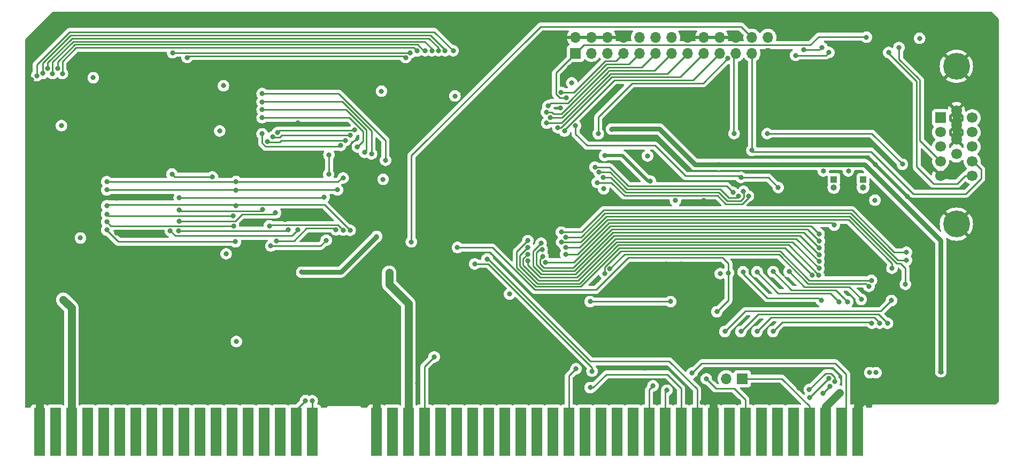
<source format=gbr>
%TF.GenerationSoftware,KiCad,Pcbnew,8.0.5-dirty*%
%TF.CreationDate,2024-11-25T07:18:35-08:00*%
%TF.ProjectId,nightshade,6e696768-7473-4686-9164-652e6b696361,rev?*%
%TF.SameCoordinates,Original*%
%TF.FileFunction,Copper,L4,Bot*%
%TF.FilePolarity,Positive*%
%FSLAX46Y46*%
G04 Gerber Fmt 4.6, Leading zero omitted, Abs format (unit mm)*
G04 Created by KiCad (PCBNEW 8.0.5-dirty) date 2024-11-25 07:18:35*
%MOMM*%
%LPD*%
G01*
G04 APERTURE LIST*
%TA.AperFunction,ConnectorPad*%
%ADD10R,1.780000X7.620000*%
%TD*%
%TA.AperFunction,ComponentPad*%
%ADD11R,1.700000X1.700000*%
%TD*%
%TA.AperFunction,ComponentPad*%
%ADD12O,1.700000X1.700000*%
%TD*%
%TA.AperFunction,ComponentPad*%
%ADD13R,1.000000X1.000000*%
%TD*%
%TA.AperFunction,ComponentPad*%
%ADD14O,1.000000X1.000000*%
%TD*%
%TA.AperFunction,ComponentPad*%
%ADD15C,4.246000*%
%TD*%
%TA.AperFunction,ComponentPad*%
%ADD16R,1.695000X1.695000*%
%TD*%
%TA.AperFunction,ComponentPad*%
%ADD17C,1.695000*%
%TD*%
%TA.AperFunction,ViaPad*%
%ADD18C,0.800000*%
%TD*%
%TA.AperFunction,Conductor*%
%ADD19C,0.750000*%
%TD*%
%TA.AperFunction,Conductor*%
%ADD20C,1.300000*%
%TD*%
%TA.AperFunction,Conductor*%
%ADD21C,0.250000*%
%TD*%
%TA.AperFunction,Conductor*%
%ADD22C,0.500000*%
%TD*%
%TA.AperFunction,Conductor*%
%ADD23C,1.270000*%
%TD*%
G04 APERTURE END LIST*
D10*
%TO.P,J2,1,GND*%
%TO.N,GND*%
X214350000Y-152310000D03*
%TO.P,J2,2,RESET*%
%TO.N,/RESET*%
X211810000Y-152310000D03*
%TO.P,J2,3,+5V*%
%TO.N,/VCC*%
X209270000Y-152310000D03*
%TO.P,J2,4,IRQ2*%
%TO.N,/IRQ2*%
X206730000Y-152310000D03*
%TO.P,J2,5,-5V*%
%TO.N,unconnected-(J2--5V-Pad5)*%
X204190000Y-152310000D03*
%TO.P,J2,6,DRQ2*%
%TO.N,unconnected-(J2-DRQ2-Pad6)*%
X201650000Y-152310000D03*
%TO.P,J2,7,-12V*%
%TO.N,unconnected-(J2--12V-Pad7)*%
X199110000Y-152310000D03*
%TO.P,J2,8,UNUSED*%
%TO.N,/0WS*%
X196570000Y-152310000D03*
%TO.P,J2,9,+12V*%
%TO.N,/+12V*%
X194030000Y-152310000D03*
%TO.P,J2,10,GND*%
%TO.N,GND*%
X191490000Y-152310000D03*
%TO.P,J2,11,~{SMEMW}*%
%TO.N,/~{MEMW}*%
X188950000Y-152310000D03*
%TO.P,J2,12,~{SMEMR}*%
%TO.N,Net-(J2-~{SMEMR})*%
X186410000Y-152310000D03*
%TO.P,J2,13,~{IOW}*%
%TO.N,/~{IOW}*%
X183870000Y-152310000D03*
%TO.P,J2,14,~{IOR}*%
%TO.N,Net-(J2-~{IOR})*%
X181330000Y-152310000D03*
%TO.P,J2,15,~{DACK3}*%
%TO.N,unconnected-(J2-~{DACK3}-Pad15)*%
X178790000Y-152310000D03*
%TO.P,J2,16,DRQ3*%
%TO.N,unconnected-(J2-DRQ3-Pad16)*%
X176250000Y-152310000D03*
%TO.P,J2,17,~{DACK1}*%
%TO.N,unconnected-(J2-~{DACK1}-Pad17)*%
X173710000Y-152310000D03*
%TO.P,J2,18,DRQ1*%
%TO.N,unconnected-(J2-DRQ1-Pad18)*%
X171170000Y-152310000D03*
%TO.P,J2,19,~{REFRESH}*%
%TO.N,/REFRESH*%
X168630000Y-152310000D03*
%TO.P,J2,20,CLK*%
%TO.N,unconnected-(J2-CLK-Pad20)*%
X166090000Y-152310000D03*
%TO.P,J2,21,IRQ7*%
%TO.N,unconnected-(J2-IRQ7-Pad21)*%
X163550000Y-152310000D03*
%TO.P,J2,22,IRQ6*%
%TO.N,unconnected-(J2-IRQ6-Pad22)*%
X161010000Y-152310000D03*
%TO.P,J2,23,IRQ5*%
%TO.N,unconnected-(J2-IRQ5-Pad23)*%
X158470000Y-152310000D03*
%TO.P,J2,24,IRQ4*%
%TO.N,unconnected-(J2-IRQ4-Pad24)*%
X155930000Y-152310000D03*
%TO.P,J2,25,IRQ3*%
%TO.N,unconnected-(J2-IRQ3-Pad25)*%
X153390000Y-152310000D03*
%TO.P,J2,26,~{DACK2}*%
%TO.N,unconnected-(J2-~{DACK2}-Pad26)*%
X150850000Y-152310000D03*
%TO.P,J2,27,TC*%
%TO.N,unconnected-(J2-TC-Pad27)*%
X148310000Y-152310000D03*
%TO.P,J2,28,ALE*%
%TO.N,/ALE*%
X145770000Y-152310000D03*
%TO.P,J2,29,VCC*%
%TO.N,/VCC*%
X143230000Y-152310000D03*
%TO.P,J2,30,OSC*%
%TO.N,unconnected-(J2-OSC-Pad30)*%
X140690000Y-152310000D03*
%TO.P,J2,31,GND*%
%TO.N,GND*%
X138150000Y-152310000D03*
%TO.P,J2,63,~{MEMCS16}*%
%TO.N,/MCS16*%
X127990000Y-152310000D03*
%TO.P,J2,64,~{IOCS16}*%
%TO.N,/IOCS16*%
X125450000Y-152310000D03*
%TO.P,J2,65,IRQ10*%
%TO.N,unconnected-(J2-IRQ10-Pad65)*%
X122910000Y-152310000D03*
%TO.P,J2,66,IRQ11*%
%TO.N,unconnected-(J2-IRQ11-Pad66)*%
X120370000Y-152310000D03*
%TO.P,J2,67,IRQ12*%
%TO.N,unconnected-(J2-IRQ12-Pad67)*%
X117830000Y-152310000D03*
%TO.P,J2,68,IRQ15*%
%TO.N,unconnected-(J2-IRQ15-Pad68)*%
X115290000Y-152310000D03*
%TO.P,J2,69,IRQ14*%
%TO.N,unconnected-(J2-IRQ14-Pad69)*%
X112750000Y-152310000D03*
%TO.P,J2,70,~{DACK0}*%
%TO.N,unconnected-(J2-~{DACK0}-Pad70)*%
X110210000Y-152310000D03*
%TO.P,J2,71,DRQ0*%
%TO.N,unconnected-(J2-DRQ0-Pad71)*%
X107670000Y-152310000D03*
%TO.P,J2,72,~{DACK5}*%
%TO.N,unconnected-(J2-~{DACK5}-Pad72)*%
X105130000Y-152310000D03*
%TO.P,J2,73,DRQ5*%
%TO.N,unconnected-(J2-DRQ5-Pad73)*%
X102590000Y-152310000D03*
%TO.P,J2,74,~{DACK6}*%
%TO.N,unconnected-(J2-~{DACK6}-Pad74)*%
X100050000Y-152310000D03*
%TO.P,J2,75,DRQ6*%
%TO.N,unconnected-(J2-DRQ6-Pad75)*%
X97510000Y-152310000D03*
%TO.P,J2,76,~{DACK7}*%
%TO.N,unconnected-(J2-~{DACK7}-Pad76)*%
X94970000Y-152310000D03*
%TO.P,J2,77,DRQ7*%
%TO.N,unconnected-(J2-DRQ7-Pad77)*%
X92430000Y-152310000D03*
%TO.P,J2,78,+5V*%
%TO.N,/VCC*%
X89890000Y-152310000D03*
%TO.P,J2,79,MASTER*%
%TO.N,unconnected-(J2-MASTER-Pad79)*%
X87350000Y-152310000D03*
%TO.P,J2,80,GND*%
%TO.N,GND*%
X84810000Y-152310000D03*
%TD*%
D11*
%TO.P,JP3,1,1*%
%TO.N,/IRQ2*%
X196100000Y-143900000D03*
D12*
%TO.P,JP3,2,2*%
%TO.N,/IRQ*%
X193560000Y-143900000D03*
%TD*%
D11*
%TO.P,J1,1,Pin_1*%
%TO.N,/P0*%
X169685000Y-92340000D03*
D12*
%TO.P,J1,2,Pin_2*%
%TO.N,GND*%
X169685000Y-89800000D03*
%TO.P,J1,3,Pin_3*%
%TO.N,/P1*%
X172225000Y-92340000D03*
%TO.P,J1,4,Pin_4*%
%TO.N,GND*%
X172225000Y-89800000D03*
%TO.P,J1,5,Pin_5*%
%TO.N,/P2*%
X174765000Y-92340000D03*
%TO.P,J1,6,Pin_6*%
%TO.N,GND*%
X174765000Y-89800000D03*
%TO.P,J1,7,Pin_7*%
%TO.N,/P3*%
X177305000Y-92340000D03*
%TO.P,J1,8,Pin_8*%
%TO.N,GND*%
X177305000Y-89800000D03*
%TO.P,J1,9,Pin_9*%
%TO.N,/P4*%
X179845000Y-92340000D03*
%TO.P,J1,10,Pin_10*%
%TO.N,Net-(J1-Pin_10)*%
X179845000Y-89800000D03*
%TO.P,J1,11,Pin_11*%
%TO.N,/P5*%
X182385000Y-92340000D03*
%TO.P,J1,12,Pin_12*%
%TO.N,Net-(J1-Pin_12)*%
X182385000Y-89800000D03*
%TO.P,J1,13,Pin_13*%
%TO.N,/P6*%
X184925000Y-92340000D03*
%TO.P,J1,14,Pin_14*%
%TO.N,/VCC*%
X184925000Y-89800000D03*
%TO.P,J1,15,Pin_15*%
%TO.N,/P7*%
X187465000Y-92340000D03*
%TO.P,J1,16,Pin_16*%
%TO.N,GND*%
X187465000Y-89800000D03*
%TO.P,J1,17,Pin_17*%
%TO.N,/DCLK*%
X190005000Y-92340000D03*
%TO.P,J1,18,Pin_18*%
%TO.N,GND*%
X190005000Y-89800000D03*
%TO.P,J1,19,Pin_19*%
%TO.N,/BLANK*%
X192545000Y-92340000D03*
%TO.P,J1,20,Pin_20*%
%TO.N,GND*%
X192545000Y-89800000D03*
%TO.P,J1,21,Pin_21*%
%TO.N,/HSYNC*%
X195085000Y-92340000D03*
%TO.P,J1,22,Pin_22*%
%TO.N,GND*%
X195085000Y-89800000D03*
%TO.P,J1,23,Pin_23*%
%TO.N,/VSYNC*%
X197625000Y-92340000D03*
%TO.P,J1,24,Pin_24*%
%TO.N,/MCLK*%
X197625000Y-89800000D03*
%TO.P,J1,25,Pin_25*%
%TO.N,GND*%
X200165000Y-92340000D03*
%TO.P,J1,26,Pin_26*%
%TO.N,/OVRW*%
X200165000Y-89800000D03*
%TD*%
D13*
%TO.P,JP2,1,A*%
%TO.N,Net-(JP2-A)*%
X215200000Y-112300000D03*
D14*
%TO.P,JP2,2,B*%
%TO.N,/A16*%
X215200000Y-113570000D03*
%TD*%
D13*
%TO.P,JP1,1,A*%
%TO.N,Net-(JP1-A)*%
X210600000Y-112300000D03*
D14*
%TO.P,JP1,2,B*%
%TO.N,/A15*%
X210600000Y-113570000D03*
%TD*%
D15*
%TO.P,J3,0*%
%TO.N,GND*%
X230000000Y-119395000D03*
X230000000Y-94405000D03*
D16*
%TO.P,J3,1*%
%TO.N,/R*%
X227500000Y-102545000D03*
D17*
%TO.P,J3,2*%
%TO.N,/G*%
X227500000Y-104835000D03*
%TO.P,J3,3*%
%TO.N,/B*%
X227500000Y-107125000D03*
%TO.P,J3,4*%
%TO.N,/MID2*%
X227500000Y-109415000D03*
%TO.P,J3,5*%
%TO.N,GND*%
X227500000Y-111705000D03*
%TO.P,J3,6*%
X230000000Y-101400000D03*
%TO.P,J3,7*%
X230000000Y-103690000D03*
%TO.P,J3,8*%
X230000000Y-105980000D03*
%TO.P,J3,9*%
%TO.N,unconnected-(J3-Pad9)*%
X230000000Y-108270000D03*
%TO.P,J3,10*%
%TO.N,GND*%
X230000000Y-110560000D03*
%TO.P,J3,11*%
%TO.N,/MID0*%
X232500000Y-102545000D03*
%TO.P,J3,12*%
%TO.N,/MID1*%
X232500000Y-104835000D03*
%TO.P,J3,13*%
%TO.N,/HSYNC*%
X232500000Y-107125000D03*
%TO.P,J3,14*%
%TO.N,/VSYNC*%
X232500000Y-109415000D03*
%TO.P,J3,15*%
%TO.N,/MID3*%
X232500000Y-111705000D03*
%TD*%
D18*
%TO.N,/AVcc*%
X175400000Y-104350000D03*
X227525000Y-142775000D03*
X192375000Y-109950000D03*
%TO.N,GND*%
X143200000Y-99250000D03*
X187400000Y-99250000D03*
X179400000Y-101600000D03*
X187400000Y-101600000D03*
X204300000Y-106600000D03*
X200000000Y-106600000D03*
X83450000Y-115650000D03*
X83450000Y-111900000D03*
X83500000Y-108100000D03*
X83530000Y-92410000D03*
X83530000Y-96510000D03*
X83480000Y-100310000D03*
X217800000Y-86275000D03*
X212800000Y-86275000D03*
X227700000Y-86275000D03*
X222900000Y-86275000D03*
X169400000Y-116400000D03*
X83450000Y-138400000D03*
X235250000Y-123400000D03*
X218250000Y-104250000D03*
X167250000Y-140800000D03*
X189771992Y-147628008D03*
X190000000Y-115649500D03*
X125760000Y-103390000D03*
X83450000Y-126900000D03*
X222250000Y-115000000D03*
X92500000Y-86225000D03*
X227500000Y-100500000D03*
X196150000Y-139400000D03*
X158550000Y-132750000D03*
X107250000Y-145400000D03*
X83450000Y-145400000D03*
X195800000Y-101600000D03*
X200000000Y-101600000D03*
X203800000Y-139400000D03*
X203475000Y-147500000D03*
X235250000Y-136400000D03*
X151150000Y-138630000D03*
X83450000Y-141900000D03*
X133645000Y-127875000D03*
X235250000Y-140900000D03*
X232650000Y-86250000D03*
X226900000Y-98200000D03*
X129750000Y-94000000D03*
X233300000Y-98300000D03*
X217100000Y-146800000D03*
X233300000Y-115600000D03*
X235250000Y-114300000D03*
X162600000Y-100100000D03*
X167375000Y-147375000D03*
X105800000Y-108100000D03*
X204300000Y-99250000D03*
X130200000Y-97500000D03*
X154675000Y-147400000D03*
X157500000Y-86250000D03*
X195800000Y-96950000D03*
X142500000Y-128750000D03*
X105900000Y-86250000D03*
X235250000Y-101550000D03*
X186200000Y-131200000D03*
X87800000Y-86225000D03*
X191700000Y-99250000D03*
X168750000Y-94550000D03*
X184048008Y-125701992D03*
X97050000Y-115300000D03*
X226850000Y-115600000D03*
X216200000Y-146800000D03*
X220900000Y-136100000D03*
X235250000Y-132150000D03*
X123250000Y-135750000D03*
X139146815Y-123246815D03*
X235250000Y-106050000D03*
X133250000Y-135750000D03*
X169200000Y-140800000D03*
X178600000Y-105750000D03*
X186950000Y-103800000D03*
X83450000Y-134400000D03*
X206525000Y-115075000D03*
X144725000Y-144600000D03*
X206400000Y-139400000D03*
X162225000Y-147375000D03*
X195140000Y-129150000D03*
X98600000Y-86225000D03*
X223850000Y-137425000D03*
X195800000Y-99250000D03*
X218900000Y-146800000D03*
X195500000Y-147500000D03*
X197725000Y-147500000D03*
X99300000Y-109850000D03*
X204300000Y-101600000D03*
X235250000Y-110050000D03*
X179400000Y-99250000D03*
X109300000Y-101000000D03*
X217150000Y-110000000D03*
X134825000Y-98325000D03*
X200850000Y-147490000D03*
X188900000Y-143900000D03*
X191700000Y-143900000D03*
X200000000Y-99250000D03*
X136300000Y-121325000D03*
X183300000Y-99250000D03*
X225600000Y-96900000D03*
X228600000Y-144900000D03*
X140099972Y-125592200D03*
X161100000Y-92700000D03*
X204300000Y-96950000D03*
X124000000Y-94000000D03*
X207500000Y-86275000D03*
X162285000Y-95615000D03*
X208700000Y-139400000D03*
X178725000Y-111950000D03*
X159750000Y-147375000D03*
X83450000Y-130650000D03*
X208750000Y-96950000D03*
X235250000Y-97300000D03*
X83450000Y-123150000D03*
X191700000Y-101600000D03*
X189900000Y-131500000D03*
X208750000Y-101600000D03*
X166225000Y-89975000D03*
X208750000Y-99250000D03*
X218300000Y-99900000D03*
X96100000Y-92900000D03*
X229250000Y-115600000D03*
X115300000Y-110175000D03*
X235250000Y-91850000D03*
X216775000Y-144800000D03*
X193750000Y-139400000D03*
X172000000Y-136000000D03*
X195800000Y-106600000D03*
X177375000Y-147675000D03*
X135500000Y-135750000D03*
X203300000Y-112900000D03*
X123700000Y-118700000D03*
X127250000Y-135750000D03*
X159000000Y-109400000D03*
X159040000Y-123390000D03*
X224100000Y-144900000D03*
X180700000Y-142200000D03*
X84890000Y-146960000D03*
X100300000Y-98700000D03*
X198150000Y-113400000D03*
X173180000Y-128250000D03*
X142300000Y-97300000D03*
X188125000Y-138575000D03*
X230100000Y-98200000D03*
X157175000Y-147400000D03*
X174925000Y-147675000D03*
X219800000Y-146800000D03*
X205050000Y-145350000D03*
X125250000Y-135750000D03*
X186440000Y-125700000D03*
X114600000Y-100800000D03*
X200000000Y-96950000D03*
X106400000Y-110200000D03*
X182325000Y-139475000D03*
X86425000Y-127625000D03*
X169759992Y-109840008D03*
X131250000Y-135750000D03*
X129250000Y-135750000D03*
X169975000Y-147400000D03*
X214000000Y-136200000D03*
X83450000Y-119400000D03*
X151900000Y-92050000D03*
X83500000Y-104000000D03*
X136925000Y-112500000D03*
X218000000Y-146800000D03*
X97000000Y-120800000D03*
X106700000Y-101000000D03*
X164850000Y-147375000D03*
X118750000Y-94000000D03*
X191700000Y-106600000D03*
X100300000Y-103000000D03*
X167307667Y-100974999D03*
X160000000Y-86250000D03*
X215300000Y-139100000D03*
X235250000Y-127650000D03*
X133400000Y-108600000D03*
X91700000Y-95100000D03*
X235250000Y-118800000D03*
X183300000Y-101600000D03*
X88300000Y-100400000D03*
X152050000Y-147400000D03*
%TO.N,/RC_RESET*%
X172000000Y-131670000D03*
X184750000Y-131670000D03*
%TO.N,/IOCS16*%
X126950450Y-147344136D03*
%TO.N,/MCS16*%
X128000000Y-147374978D03*
%TO.N,/SA0*%
X162144296Y-122005031D03*
X207151561Y-127525000D03*
%TO.N,/SA1*%
X208201564Y-127525000D03*
X162175000Y-123054585D03*
%TO.N,/SA2*%
X162164862Y-124160739D03*
X208246691Y-126428097D03*
%TO.N,/SA3*%
X208240976Y-125326366D03*
X162155000Y-125222000D03*
%TO.N,/SA4*%
X164245015Y-122414800D03*
X208255313Y-124244687D03*
%TO.N,/SA5*%
X164403197Y-123452819D03*
X208248530Y-123141888D03*
%TO.N,/SA6*%
X208301604Y-122093228D03*
X164515000Y-124496850D03*
%TO.N,/SA7*%
X164946992Y-125453871D03*
X208252196Y-120947804D03*
%TO.N,/SA8*%
X222100000Y-123850000D03*
X167446284Y-120661211D03*
%TO.N,/SA9*%
X222100000Y-125125000D03*
X168161254Y-121436211D03*
%TO.N,/SA10*%
X221925000Y-128925000D03*
X167489830Y-122243487D03*
%TO.N,/SA11*%
X219800000Y-126400000D03*
X168125000Y-123079585D03*
%TO.N,/SA12*%
X210650000Y-119550000D03*
X168125000Y-124175600D03*
%TO.N,/SA13*%
X216551470Y-128304780D03*
X174347881Y-127221868D03*
%TO.N,/SA14*%
X216150000Y-129275000D03*
X175122881Y-126511791D03*
%TO.N,/SD4*%
X197073310Y-114943217D03*
X206700000Y-145600000D03*
X173136479Y-112799500D03*
X210727190Y-144330957D03*
%TO.N,/SD5*%
X206730000Y-146870000D03*
X196294649Y-114212581D03*
X209810155Y-143819535D03*
X174075000Y-112025000D03*
%TO.N,/SD6*%
X208900000Y-146200000D03*
X195523310Y-114925000D03*
X209997655Y-145102345D03*
X173421947Y-111179921D03*
%TO.N,/SD7*%
X194627070Y-114377954D03*
X172760000Y-110365500D03*
%TO.N,/ALE*%
X147318804Y-140425000D03*
%TO.N,/REFRESH*%
X169775000Y-142300000D03*
%TO.N,/~{IOW}*%
X184162500Y-145725000D03*
%TO.N,/~{MEMR}*%
X153730000Y-125694500D03*
X172300000Y-142700000D03*
%TO.N,/~{MEMW}*%
X155700000Y-124919500D03*
%TO.N,/0WS*%
X190400000Y-143900000D03*
%TO.N,/RESET*%
X188125000Y-143000000D03*
%TO.N,/VSYNC*%
X197625000Y-107705000D03*
%TO.N,/HSYNC*%
X194800000Y-105050000D03*
X200050000Y-105050000D03*
X221450000Y-109900000D03*
%TO.N,/MD17*%
X143525406Y-92225500D03*
X105900000Y-92225500D03*
%TO.N,/MD19*%
X145886571Y-91925000D03*
X87676912Y-94695756D03*
%TO.N,/MA0*%
X134008993Y-120370000D03*
X95475000Y-116500000D03*
X115925000Y-116498000D03*
%TO.N,/MA1*%
X95475000Y-117825000D03*
X115500000Y-118125468D03*
X121200000Y-119675000D03*
X132900004Y-120350000D03*
%TO.N,/MA2*%
X95475000Y-119060000D03*
X115525000Y-119675000D03*
X131764000Y-120310012D03*
X122360000Y-122040000D03*
%TO.N,/MA3*%
X121450000Y-122850000D03*
X115851193Y-122180331D03*
X130219410Y-121955730D03*
X95475000Y-120325000D03*
%TO.N,/MA4*%
X105530000Y-120449500D03*
X125723260Y-120322770D03*
%TO.N,/MA5*%
X106875250Y-120449500D03*
X124175001Y-120325001D03*
%TO.N,/MA6*%
X122200000Y-117600000D03*
X106900000Y-118900500D03*
%TO.N,/MA7*%
X120172833Y-117064337D03*
X106900000Y-117174500D03*
%TO.N,/MA8*%
X106950000Y-115250000D03*
X129902110Y-115091231D03*
%TO.N,/MD0*%
X139611036Y-109280406D03*
X120075000Y-98718000D03*
%TO.N,/MD1*%
X120075000Y-100025000D03*
X137393445Y-108276914D03*
%TO.N,/MD2*%
X136288393Y-108010359D03*
X120075000Y-101258000D03*
%TO.N,/MD3*%
X120075000Y-102525000D03*
X135152059Y-107152059D03*
%TO.N,/MD4*%
X120075000Y-105075000D03*
X132527824Y-106894338D03*
%TO.N,/MD5*%
X133298997Y-106119838D03*
X120918598Y-106335385D03*
%TO.N,/MD6*%
X134060348Y-105345338D03*
X121708213Y-105589621D03*
%TO.N,/MD7*%
X134732654Y-104474330D03*
X122500000Y-104900000D03*
%TO.N,/MD16*%
X142809696Y-93000000D03*
X108200000Y-93000000D03*
%TO.N,/MD18*%
X88451412Y-95546209D03*
X144571669Y-91953331D03*
%TO.N,/MD20*%
X86902412Y-95538988D03*
X146936574Y-91925000D03*
%TO.N,/MD21*%
X147986577Y-91925000D03*
X86127912Y-94731687D03*
%TO.N,/MD22*%
X85353412Y-95510545D03*
X149036580Y-91925000D03*
%TO.N,/MD23*%
X150325000Y-91925000D03*
X84372853Y-95884657D03*
%TO.N,/IREF*%
X195900000Y-112000000D03*
X169697152Y-103795500D03*
X201800000Y-113600000D03*
%TO.N,/ROM_ENA*%
X151000000Y-123100000D03*
X193900000Y-127125000D03*
X192070000Y-133275000D03*
%TO.N,/BD2*%
X212800000Y-131700000D03*
X200980000Y-126930000D03*
%TO.N,/BD1*%
X211400000Y-131700000D03*
X198440000Y-126950000D03*
%TO.N,/BD0*%
X196225000Y-126950000D03*
X208600000Y-131480000D03*
%TO.N,/BD3*%
X214925000Y-131325000D03*
X203510000Y-126930000D03*
%TO.N,/BD7*%
X219725000Y-131500000D03*
X193340000Y-136400000D03*
%TO.N,/BD6*%
X195875000Y-136400000D03*
X219100000Y-135100000D03*
%TO.N,/BD5*%
X198420000Y-136400000D03*
X217850003Y-135100000D03*
%TO.N,/BD4*%
X216600000Y-135100000D03*
X200960000Y-136400000D03*
%TO.N,/MCLKVCC*%
X138200018Y-121350000D03*
X126350000Y-127000000D03*
%TO.N,/VCLKVCC*%
X174300000Y-108540000D03*
X181550000Y-112575000D03*
%TO.N,/VCC*%
X224175000Y-89950000D03*
X91300000Y-121600000D03*
X113953000Y-97472000D03*
X113350000Y-104625000D03*
X212900000Y-110975000D03*
X169100000Y-97000000D03*
X140200000Y-127100000D03*
X93325000Y-96200000D03*
X217100000Y-115600000D03*
X181100000Y-108590000D03*
X114375000Y-124100000D03*
X217275000Y-142925000D03*
X116000000Y-138000000D03*
X150600000Y-99100000D03*
X211475500Y-146100000D03*
X139225000Y-112299984D03*
X208925000Y-110975000D03*
X185525000Y-115649500D03*
X174150000Y-113800000D03*
X88300000Y-103800000D03*
X216275000Y-142925000D03*
X138975000Y-98325000D03*
X192600000Y-127225000D03*
X159247500Y-130472500D03*
X88575000Y-131375000D03*
%TO.N,/CAS2*%
X112200000Y-111900000D03*
X105800000Y-111450000D03*
%TO.N,/CAS1*%
X130644447Y-108444447D03*
X130600000Y-111500000D03*
%TO.N,/WE*%
X115925000Y-112650000D03*
X95475000Y-112675000D03*
X132900000Y-112075000D03*
%TO.N,/RAS0*%
X95475000Y-113975000D03*
X132000000Y-113975000D03*
X115925000Y-114000000D03*
%TO.N,Net-(J2-~{IOR})*%
X181960508Y-145014492D03*
%TO.N,Net-(J2-~{SMEMR})*%
X172000000Y-145300000D03*
%TO.N,/MID2*%
X220900000Y-91400000D03*
%TO.N,/MID3*%
X219275000Y-92200000D03*
%TO.N,/OVRW*%
X193815000Y-93137249D03*
X173300000Y-105075000D03*
%TO.N,/P0*%
X215750000Y-89775000D03*
X168188133Y-99388133D03*
%TO.N,/P2*%
X208700000Y-91400000D03*
X205800000Y-91800000D03*
%TO.N,/P3*%
X204548792Y-92648792D03*
X209800000Y-92200000D03*
X167406360Y-98515000D03*
%TO.N,/P4*%
X165337450Y-100643109D03*
%TO.N,/P5*%
X165059359Y-101655098D03*
%TO.N,/P6*%
X165700000Y-102500000D03*
%TO.N,/P7*%
X165130777Y-103381726D03*
%TO.N,/DCLK*%
X166880893Y-104117262D03*
%TO.N,/BLANK*%
X167947655Y-104647655D03*
%TO.N,/MCLK*%
X143700000Y-122200000D03*
%TD*%
D19*
%TO.N,/AVcc*%
X227525000Y-142775000D02*
X227550000Y-142800000D01*
X227525000Y-121975000D02*
X227525000Y-142775000D01*
X183000000Y-104325000D02*
X188625000Y-109950000D01*
X215500000Y-109950000D02*
X227525000Y-121975000D01*
X175425000Y-104325000D02*
X183000000Y-104325000D01*
X192375000Y-109950000D02*
X215500000Y-109950000D01*
X188625000Y-109950000D02*
X192375000Y-109950000D01*
X175400000Y-104350000D02*
X175425000Y-104325000D01*
D20*
%TO.N,GND*%
X227460000Y-111600000D02*
X228890000Y-111600000D01*
X84810000Y-147040000D02*
X84890000Y-146960000D01*
X219800000Y-146800000D02*
X218900000Y-146800000D01*
X214350000Y-148250000D02*
X214350000Y-153310000D01*
X230000000Y-105900000D02*
X230000000Y-101420000D01*
X216200000Y-146800000D02*
X215800000Y-146800000D01*
X191490000Y-153310000D02*
X191490000Y-147920000D01*
X218000000Y-146800000D02*
X217100000Y-146800000D01*
X138150000Y-146450000D02*
X138175000Y-146425000D01*
X84810000Y-153310000D02*
X84810000Y-147040000D01*
X228890000Y-111600000D02*
X230000000Y-110490000D01*
X215800000Y-146800000D02*
X214350000Y-148250000D01*
X138150000Y-153310000D02*
X138150000Y-146450000D01*
X217100000Y-146800000D02*
X216200000Y-146800000D01*
X218900000Y-146800000D02*
X218000000Y-146800000D01*
D21*
%TO.N,/RC_RESET*%
X184750000Y-131670000D02*
X172000000Y-131670000D01*
%TO.N,/IOCS16*%
X126950450Y-147344136D02*
X125450000Y-148844586D01*
%TO.N,/MCS16*%
X127990000Y-147384978D02*
X127990000Y-148910000D01*
X128000000Y-147374978D02*
X127990000Y-147384978D01*
%TO.N,/SA0*%
X170531549Y-129300000D02*
X163420000Y-129300000D01*
X162128538Y-122005031D02*
X162144296Y-122005031D01*
X160380000Y-123753569D02*
X162128538Y-122005031D01*
X202826561Y-123200000D02*
X176631549Y-123200000D01*
X207151561Y-127525000D02*
X202826561Y-123200000D01*
X160380000Y-126260000D02*
X160380000Y-123753569D01*
X163420000Y-129300000D02*
X160380000Y-126260000D01*
X176631549Y-123200000D02*
X170531549Y-129300000D01*
%TO.N,/SA1*%
X203422577Y-122700000D02*
X176424442Y-122700000D01*
X160880000Y-124349585D02*
X162175000Y-123054585D01*
X170324442Y-128800000D02*
X163627106Y-128800000D01*
X208201564Y-127478987D02*
X203422577Y-122700000D01*
X160880000Y-126052894D02*
X160880000Y-124349585D01*
X176424442Y-122700000D02*
X170324442Y-128800000D01*
X208201564Y-127525000D02*
X208201564Y-127478987D01*
X163627106Y-128800000D02*
X160880000Y-126052894D01*
%TO.N,/SA2*%
X170117335Y-128300000D02*
X163834212Y-128300000D01*
X163834212Y-128300000D02*
X161380000Y-125845788D01*
X162120245Y-124160739D02*
X162164862Y-124160739D01*
X176217335Y-122200000D02*
X170117335Y-128300000D01*
X161380000Y-125845788D02*
X161380000Y-124900984D01*
X208246691Y-126428097D02*
X204018594Y-122200000D01*
X161380000Y-124900984D02*
X162120245Y-124160739D01*
X204018594Y-122200000D02*
X176217335Y-122200000D01*
%TO.N,/SA3*%
X176010228Y-121700000D02*
X169910228Y-127800000D01*
X162155000Y-125895000D02*
X162155000Y-125222000D01*
X208240976Y-125326366D02*
X204614610Y-121700000D01*
X164060000Y-127800000D02*
X162155000Y-125895000D01*
X204614610Y-121700000D02*
X176010228Y-121700000D01*
X169910228Y-127800000D02*
X164060000Y-127800000D01*
%TO.N,/SA4*%
X208255313Y-124244687D02*
X205210626Y-121200000D01*
X169703121Y-127300000D02*
X164270000Y-127300000D01*
X205210626Y-121200000D02*
X175803121Y-121200000D01*
X164270000Y-127300000D02*
X163000000Y-126030000D01*
X163000000Y-123659815D02*
X164245015Y-122414800D01*
X175803121Y-121200000D02*
X169703121Y-127300000D01*
X163000000Y-126030000D02*
X163000000Y-123659815D01*
%TO.N,/SA5*%
X163500000Y-123970000D02*
X164017181Y-123452819D01*
X175596014Y-120700000D02*
X169496014Y-126800000D01*
X164490000Y-126800000D02*
X163500000Y-125810000D01*
X205806642Y-120700000D02*
X175596014Y-120700000D01*
X208248530Y-123141888D02*
X205806642Y-120700000D01*
X169496014Y-126800000D02*
X164490000Y-126800000D01*
X163500000Y-125810000D02*
X163500000Y-123970000D01*
X164017181Y-123452819D02*
X164403197Y-123452819D01*
%TO.N,/SA6*%
X164090000Y-125692894D02*
X164090000Y-124921850D01*
X164090000Y-124921850D02*
X164515000Y-124496850D01*
X206408376Y-120200000D02*
X175388907Y-120200000D01*
X175388907Y-120200000D02*
X169288907Y-126300000D01*
X169288907Y-126300000D02*
X164697106Y-126300000D01*
X208301604Y-122093228D02*
X206408376Y-120200000D01*
X164697106Y-126300000D02*
X164090000Y-125692894D01*
%TO.N,/SA7*%
X207004392Y-119700000D02*
X175181800Y-119700000D01*
X169427929Y-125453871D02*
X164946992Y-125453871D01*
X208252196Y-120947804D02*
X207004392Y-119700000D01*
X175181800Y-119700000D02*
X169427929Y-125453871D01*
%TO.N,/SA8*%
X220171321Y-123850000D02*
X213521321Y-117200000D01*
X222100000Y-123850000D02*
X220171321Y-123850000D01*
X213521321Y-117200000D02*
X174146270Y-117200000D01*
X170685059Y-120661211D02*
X167446284Y-120661211D01*
X174146270Y-117200000D02*
X170685059Y-120661211D01*
%TO.N,/SA9*%
X213314214Y-117700000D02*
X174353376Y-117700000D01*
X220739214Y-125125000D02*
X213314214Y-117700000D01*
X170617165Y-121436211D02*
X168161254Y-121436211D01*
X222100000Y-125125000D02*
X220739214Y-125125000D01*
X174353376Y-117700000D02*
X170617165Y-121436211D01*
%TO.N,/SA10*%
X221925000Y-126428984D02*
X221121016Y-125625000D01*
X174267586Y-118492893D02*
X174267586Y-118492896D01*
X213107107Y-118200000D02*
X174560479Y-118200000D01*
X221925000Y-128925000D02*
X221925000Y-126428984D01*
X174560479Y-118200000D02*
X174267586Y-118492893D01*
X221121016Y-125625000D02*
X220532106Y-125625000D01*
X220532106Y-125625000D02*
X213107107Y-118200000D01*
X170516995Y-122243487D02*
X167489830Y-122243487D01*
X174267586Y-118492896D02*
X170516995Y-122243487D01*
%TO.N,/SA11*%
X174767586Y-118700002D02*
X170388003Y-123079585D01*
X212900000Y-118700000D02*
X174767586Y-118700000D01*
X219800000Y-126400000D02*
X219800000Y-125600000D01*
X219800000Y-125600000D02*
X212900000Y-118700000D01*
X174767586Y-118700000D02*
X174767586Y-118700002D01*
X170388003Y-123079585D02*
X168125000Y-123079585D01*
%TO.N,/SA12*%
X174681800Y-119492894D02*
X169999094Y-124175600D01*
X210300000Y-119200000D02*
X174974693Y-119200000D01*
X174974693Y-119200000D02*
X174681800Y-119492893D01*
X174681800Y-119492893D02*
X174681800Y-119492894D01*
X210650000Y-119550000D02*
X210300000Y-119200000D01*
X169999094Y-124175600D02*
X168125000Y-124175600D01*
%TO.N,/SA13*%
X206707107Y-128300000D02*
X202107107Y-123700000D01*
X174347881Y-126190775D02*
X174347881Y-127221868D01*
X176838656Y-123700000D02*
X174347881Y-126190775D01*
X202107107Y-123700000D02*
X176838656Y-123700000D01*
X216546690Y-128300000D02*
X206707107Y-128300000D01*
X216551470Y-128304780D02*
X216546690Y-128300000D01*
%TO.N,/SA14*%
X177434672Y-124200000D02*
X175122881Y-126511791D01*
X201900000Y-124200000D02*
X177434672Y-124200000D01*
X215675000Y-128800000D02*
X206500000Y-128800000D01*
X216150000Y-129275000D02*
X215675000Y-128800000D01*
X206500000Y-128800000D02*
X201900000Y-124200000D01*
%TO.N,/SD4*%
X196051432Y-116200000D02*
X193500000Y-116200000D01*
X197073310Y-115178122D02*
X196051432Y-116200000D01*
X177416990Y-114850000D02*
X175366490Y-112799500D01*
X210727190Y-143640554D02*
X210131171Y-143044535D01*
X210727190Y-144330957D02*
X210727190Y-143640554D01*
X175366490Y-112799500D02*
X173136479Y-112799500D01*
X193500000Y-116200000D02*
X192150000Y-114850000D01*
X210131171Y-143044535D02*
X209255465Y-143044535D01*
X197073310Y-114943217D02*
X197073310Y-115178122D01*
X209255465Y-143044535D02*
X206700000Y-145600000D01*
X192150000Y-114850000D02*
X177416990Y-114850000D01*
%TO.N,/SD5*%
X209780465Y-143819535D02*
X206730000Y-146870000D01*
X177624096Y-114350000D02*
X175299096Y-112025000D01*
X209810155Y-143819535D02*
X209780465Y-143819535D01*
X175299096Y-112025000D02*
X174075000Y-112025000D01*
X196294649Y-114212581D02*
X196298310Y-114216242D01*
X196298310Y-114216242D02*
X196298310Y-115246016D01*
X195844326Y-115700000D02*
X193707106Y-115700000D01*
X192357106Y-114350000D02*
X177624096Y-114350000D01*
X196298310Y-115246016D02*
X195844326Y-115700000D01*
X193707106Y-115700000D02*
X192357106Y-114350000D01*
%TO.N,/SD6*%
X193950000Y-115200000D02*
X192600000Y-113850000D01*
X175161123Y-111179921D02*
X173421947Y-111179921D01*
X192600000Y-113850000D02*
X177831202Y-113850000D01*
X177831202Y-113850000D02*
X175161123Y-111179921D01*
X195248310Y-115200000D02*
X193950000Y-115200000D01*
X208900000Y-146200000D02*
X209997655Y-145102345D01*
X195523310Y-114925000D02*
X195248310Y-115200000D01*
%TO.N,/SD7*%
X178038308Y-113350000D02*
X175053808Y-110365500D01*
X194627070Y-114377954D02*
X193599116Y-113350000D01*
X193599116Y-113350000D02*
X178038308Y-113350000D01*
X175053808Y-110365500D02*
X172760000Y-110365500D01*
%TO.N,/ALE*%
X147318804Y-140425000D02*
X145770000Y-141973804D01*
X145770000Y-141973804D02*
X145770000Y-152310000D01*
%TO.N,/REFRESH*%
X168630000Y-143445000D02*
X169775000Y-142300000D01*
X168630000Y-152310000D02*
X168630000Y-143445000D01*
X168600000Y-153280000D02*
X168600000Y-148500000D01*
%TO.N,/~{IOW}*%
X184162500Y-145725000D02*
X183870000Y-146017500D01*
X183870000Y-146017500D02*
X183870000Y-152310000D01*
%TO.N,/~{MEMR}*%
X155894500Y-125694500D02*
X153730000Y-125694500D01*
X172300000Y-142700000D02*
X172300000Y-142100000D01*
X172300000Y-142100000D02*
X155894500Y-125694500D01*
%TO.N,/~{MEMW}*%
X188950000Y-145550000D02*
X188950000Y-152310000D01*
X184525000Y-141125000D02*
X188950000Y-145550000D01*
X172032106Y-141125000D02*
X184525000Y-141125000D01*
X155700000Y-124919500D02*
X155826606Y-124919500D01*
X155826606Y-124919500D02*
X172032106Y-141125000D01*
%TO.N,/0WS*%
X196570000Y-147204315D02*
X196570000Y-152310000D01*
X191934315Y-145434315D02*
X194800000Y-145434315D01*
X194800000Y-145434315D02*
X196570000Y-147204315D01*
X190400000Y-143900000D02*
X191934315Y-145434315D01*
%TO.N,/IRQ2*%
X206730000Y-152310000D02*
X206730000Y-148250000D01*
X202380000Y-143900000D02*
X196100000Y-143900000D01*
X206730000Y-148250000D02*
X202380000Y-143900000D01*
%TO.N,/RESET*%
X189675000Y-141450000D02*
X210850000Y-141450000D01*
X188125000Y-143000000D02*
X189675000Y-141450000D01*
X212550000Y-143150000D02*
X212550000Y-151570000D01*
X210850000Y-141450000D02*
X212550000Y-143150000D01*
%TO.N,/VSYNC*%
X233900000Y-110705000D02*
X232540000Y-109345000D01*
X197810000Y-107900000D02*
X197950000Y-107900000D01*
X197820000Y-107900000D02*
X197625000Y-107705000D01*
X197625000Y-107705000D02*
X197625000Y-92340000D01*
X233900000Y-112200000D02*
X233900000Y-110705000D01*
X197950000Y-107900000D02*
X216500000Y-107900000D01*
X216500000Y-107900000D02*
X223200000Y-114600000D01*
X231500000Y-114600000D02*
X233900000Y-112200000D01*
X223200000Y-114600000D02*
X231500000Y-114600000D01*
X197820000Y-107900000D02*
X197950000Y-107900000D01*
%TO.N,/HSYNC*%
X194750000Y-105000000D02*
X194750000Y-92905000D01*
X200050000Y-105050000D02*
X216600000Y-105050000D01*
X216600000Y-105050000D02*
X221450000Y-109900000D01*
X194800000Y-105050000D02*
X194750000Y-105000000D01*
%TO.N,/MD17*%
X105900500Y-92225000D02*
X105900000Y-92225500D01*
X143525406Y-92225500D02*
X143524906Y-92225000D01*
X143524906Y-92225000D02*
X105900500Y-92225000D01*
%TO.N,/MD19*%
X90399500Y-90950500D02*
X87676912Y-93673088D01*
X145886571Y-91925000D02*
X145639354Y-91925000D01*
X87676912Y-93673088D02*
X87676912Y-94695756D01*
X144664854Y-90950500D02*
X90399500Y-90950500D01*
X145639354Y-91925000D02*
X144664854Y-90950500D01*
%TO.N,/MA0*%
X116133663Y-116289337D02*
X129935357Y-116289337D01*
X95675000Y-116300000D02*
X115727000Y-116300000D01*
X115727000Y-116300000D02*
X115925000Y-116498000D01*
X95475000Y-116500000D02*
X95675000Y-116300000D01*
X115925000Y-116498000D02*
X116133663Y-116289337D01*
X129935357Y-116289337D02*
X134008993Y-120362973D01*
X134008993Y-120362973D02*
X134008993Y-120370000D01*
%TO.N,/MA1*%
X95475000Y-117825000D02*
X95775468Y-118125468D01*
X131442984Y-119535012D02*
X132085016Y-119535012D01*
X121200000Y-119675000D02*
X121327230Y-119547770D01*
X121327230Y-119547770D02*
X126890663Y-119547770D01*
X126892893Y-119550000D02*
X131427996Y-119550000D01*
X126890663Y-119547770D02*
X126892893Y-119550000D01*
X131427996Y-119550000D02*
X131442984Y-119535012D01*
X132085016Y-119535012D02*
X132900004Y-120350000D01*
X95775468Y-118125468D02*
X115500000Y-118125468D01*
%TO.N,/MA2*%
X127100000Y-120050000D02*
X125110000Y-122040000D01*
X125110000Y-122040000D02*
X122360000Y-122040000D01*
X95475000Y-119060000D02*
X96090000Y-119675000D01*
X131764000Y-120310012D02*
X131503988Y-120050000D01*
X131503988Y-120050000D02*
X127100000Y-120050000D01*
X96090000Y-119675000D02*
X115525000Y-119675000D01*
%TO.N,/MA3*%
X130219410Y-121955730D02*
X129325140Y-122850000D01*
X95475000Y-120325000D02*
X95475000Y-120371016D01*
X129325140Y-122850000D02*
X121450000Y-122850000D01*
X97284315Y-122180331D02*
X115851193Y-122180331D01*
X95475000Y-120371016D02*
X97284315Y-122180331D01*
%TO.N,/MA4*%
X124821029Y-121225001D02*
X125723260Y-120322770D01*
X105530000Y-120449500D02*
X106305501Y-121225001D01*
X106305501Y-121225001D02*
X124821029Y-121225001D01*
%TO.N,/MA5*%
X106875750Y-120450000D02*
X106875250Y-120449500D01*
X124175001Y-120325001D02*
X124050002Y-120450000D01*
X124050002Y-120450000D02*
X106875750Y-120450000D01*
%TO.N,/MA6*%
X115850032Y-118899968D02*
X106900532Y-118899968D01*
X116900000Y-117850000D02*
X115850032Y-118899968D01*
X121950000Y-117850000D02*
X116900000Y-117850000D01*
X106900532Y-118899968D02*
X106900000Y-118900500D01*
X122200000Y-117600000D02*
X121950000Y-117850000D01*
%TO.N,/MA7*%
X120172833Y-117064337D02*
X119937171Y-117299999D01*
X119937171Y-117299999D02*
X107025499Y-117299999D01*
X107025499Y-117299999D02*
X106900000Y-117174500D01*
%TO.N,/MA8*%
X106950000Y-115250000D02*
X129743341Y-115250000D01*
X129743341Y-115250000D02*
X129902110Y-115091231D01*
%TO.N,/MD0*%
X139611036Y-106136036D02*
X132193000Y-98718000D01*
X132193000Y-98718000D02*
X120075000Y-98718000D01*
X139611036Y-109280406D02*
X139611036Y-106136036D01*
%TO.N,/MD1*%
X137393445Y-104625567D02*
X137393445Y-108276914D01*
X120075000Y-100025000D02*
X120112000Y-99988000D01*
X120112000Y-99988000D02*
X132755878Y-99988000D01*
X132755878Y-99988000D02*
X137393445Y-104625567D01*
%TO.N,/MD2*%
X120075000Y-101258000D02*
X133318756Y-101258000D01*
X136559989Y-104499233D02*
X136559989Y-107738763D01*
X136559989Y-107738763D02*
X136288393Y-108010359D01*
X133318756Y-101258000D02*
X136559989Y-104499233D01*
%TO.N,/MD3*%
X136059978Y-104706344D02*
X136059978Y-106244140D01*
X120075000Y-102525000D02*
X120078000Y-102528000D01*
X133881634Y-102528000D02*
X136059978Y-104706344D01*
X136059978Y-106244140D02*
X135152059Y-107152059D01*
X120078000Y-102528000D02*
X133881634Y-102528000D01*
%TO.N,/MD4*%
X120075000Y-106587803D02*
X120612197Y-107125000D01*
X120075000Y-105075000D02*
X120075000Y-106587803D01*
X120612197Y-107125000D02*
X132297162Y-107125000D01*
X132297162Y-107125000D02*
X132527824Y-106894338D01*
%TO.N,/MD5*%
X123083285Y-106119838D02*
X133298997Y-106119838D01*
X120958211Y-106374998D02*
X122828125Y-106374998D01*
X122828125Y-106374998D02*
X123083285Y-106119838D01*
X120918598Y-106335385D02*
X120958211Y-106374998D01*
%TO.N,/MD6*%
X123150678Y-105345338D02*
X134060348Y-105345338D01*
X122821016Y-105675000D02*
X123150678Y-105345338D01*
X121793592Y-105675000D02*
X122821016Y-105675000D01*
X121708213Y-105589621D02*
X121793592Y-105675000D01*
%TO.N,/MD7*%
X134636146Y-104570838D02*
X122829162Y-104570838D01*
X134732654Y-104474330D02*
X134636146Y-104570838D01*
X122829162Y-104570838D02*
X122500000Y-104900000D01*
%TO.N,/MD16*%
X142809696Y-93000000D02*
X142559696Y-92750000D01*
X108450000Y-92750000D02*
X108200000Y-93000000D01*
X142559696Y-92750000D02*
X108450000Y-92750000D01*
%TO.N,/MD18*%
X90606606Y-91450500D02*
X88451412Y-93605694D01*
X88451412Y-93605694D02*
X88451412Y-95546209D01*
X144068838Y-91450500D02*
X90606606Y-91450500D01*
X144571669Y-91953331D02*
X144068838Y-91450500D01*
%TO.N,/MD20*%
X90170818Y-90450500D02*
X86902412Y-93718906D01*
X145770003Y-90450500D02*
X90170818Y-90450500D01*
X146936574Y-91617071D02*
X145770003Y-90450500D01*
X86902412Y-93718906D02*
X86902412Y-95538988D01*
X146936574Y-91925000D02*
X146936574Y-91617071D01*
%TO.N,/MD21*%
X86127912Y-93786300D02*
X86127912Y-94731687D01*
X89963712Y-89950500D02*
X86127912Y-93786300D01*
X146493394Y-89950500D02*
X89963712Y-89950500D01*
X147986577Y-91443683D02*
X146493394Y-89950500D01*
X147986577Y-91925000D02*
X147986577Y-91443683D01*
%TO.N,/MD22*%
X149036580Y-91925000D02*
X149036580Y-91786580D01*
X89756606Y-89450500D02*
X85353412Y-93853694D01*
X85353412Y-93853694D02*
X85353412Y-95510545D01*
X149036580Y-91786580D02*
X146700500Y-89450500D01*
X146700500Y-89450500D02*
X89756606Y-89450500D01*
%TO.N,/MD23*%
X150325000Y-91925000D02*
X147350500Y-88950500D01*
X147350500Y-88950500D02*
X89549500Y-88950500D01*
X89549500Y-88950500D02*
X84372853Y-94127147D01*
X84372853Y-94127147D02*
X84372853Y-95884657D01*
%TO.N,/IREF*%
X169697152Y-105147152D02*
X169697152Y-103795500D01*
X187075000Y-111750000D02*
X182275000Y-106950000D01*
X171500000Y-106950000D02*
X169697152Y-105147152D01*
X195650000Y-111750000D02*
X187075000Y-111750000D01*
X195900000Y-112000000D02*
X200200000Y-112000000D01*
X182275000Y-106950000D02*
X171500000Y-106950000D01*
X200200000Y-112000000D02*
X201800000Y-113600000D01*
X195900000Y-112000000D02*
X195650000Y-111750000D01*
%TO.N,/ROM_ENA*%
X193900000Y-131445000D02*
X192070000Y-133275000D01*
X193900000Y-127125000D02*
X193900000Y-125630000D01*
X192970000Y-124700000D02*
X178030688Y-124700000D01*
X156512893Y-123100000D02*
X151000000Y-123100000D01*
X172930688Y-129800000D02*
X163212893Y-129800000D01*
X178030688Y-124700000D02*
X172930688Y-129800000D01*
X193900000Y-127125000D02*
X193900000Y-131445000D01*
X193900000Y-125630000D02*
X192970000Y-124700000D01*
X163212893Y-129800000D02*
X156512893Y-123100000D01*
%TO.N,/BD2*%
X210925000Y-129825000D02*
X203875000Y-129825000D01*
X203875000Y-129825000D02*
X200980000Y-126930000D01*
X212800000Y-131700000D02*
X210925000Y-129825000D01*
%TO.N,/BD1*%
X201770000Y-130325000D02*
X198440000Y-126995000D01*
X211400000Y-131700000D02*
X210025000Y-130325000D01*
X210025000Y-130325000D02*
X201770000Y-130325000D01*
X198440000Y-126995000D02*
X198440000Y-126950000D01*
%TO.N,/BD0*%
X196225000Y-126950000D02*
X196225000Y-127285000D01*
X196225000Y-127285000D02*
X200040000Y-131100000D01*
X208220000Y-131100000D02*
X208600000Y-131480000D01*
X200040000Y-131100000D02*
X208220000Y-131100000D01*
%TO.N,/BD3*%
X205905000Y-129325000D02*
X203510000Y-126930000D01*
X214925000Y-131200000D02*
X213050000Y-129325000D01*
X214925000Y-131325000D02*
X214925000Y-131200000D01*
X213050000Y-129325000D02*
X205905000Y-129325000D01*
%TO.N,/BD7*%
X218050000Y-133175000D02*
X219725000Y-131500000D01*
X193340000Y-136393984D02*
X196558984Y-133175000D01*
X196558984Y-133175000D02*
X218050000Y-133175000D01*
X193340000Y-136400000D02*
X193340000Y-136393984D01*
%TO.N,/BD6*%
X195875000Y-136400000D02*
X195875000Y-136398984D01*
X198598984Y-133675000D02*
X217675000Y-133675000D01*
X217675000Y-133675000D02*
X219100000Y-135100000D01*
X195875000Y-136398984D02*
X198598984Y-133675000D01*
%TO.N,/BD5*%
X198420000Y-136400000D02*
X198420000Y-136393984D01*
X198420000Y-136393984D02*
X200638984Y-134175000D01*
X217575000Y-134824997D02*
X217850003Y-135100000D01*
X216971016Y-134175000D02*
X217575000Y-134778984D01*
X200638984Y-134175000D02*
X216971016Y-134175000D01*
X217575000Y-134778984D02*
X217575000Y-134824997D01*
%TO.N,/BD4*%
X202410000Y-134950000D02*
X216450000Y-134950000D01*
X200960000Y-136400000D02*
X202410000Y-134950000D01*
X216450000Y-134950000D02*
X216600000Y-135100000D01*
D19*
%TO.N,/MCLKVCC*%
X126350000Y-127000000D02*
X132550018Y-127000000D01*
X132550018Y-127000000D02*
X138200018Y-121350000D01*
D22*
%TO.N,/VCLKVCC*%
X174300000Y-108540000D02*
X177115000Y-108540000D01*
X177115000Y-108540000D02*
X181150000Y-112575000D01*
X181150000Y-112575000D02*
X181550000Y-112575000D01*
D23*
%TO.N,/VCC*%
X140200000Y-128950000D02*
X143230000Y-131980000D01*
X89890000Y-132690000D02*
X89890000Y-152310000D01*
X143230000Y-131980000D02*
X143230000Y-152310000D01*
X140200000Y-127100000D02*
X140200000Y-128950000D01*
X209270000Y-148305500D02*
X211475500Y-146100000D01*
X88575000Y-131375000D02*
X89890000Y-132690000D01*
X209270000Y-152310000D02*
X209270000Y-148305500D01*
D21*
%TO.N,/CAS2*%
X106250000Y-111900000D02*
X112200000Y-111900000D01*
X105800000Y-111450000D02*
X106250000Y-111900000D01*
%TO.N,/CAS1*%
X130644447Y-108444447D02*
X130644447Y-111455553D01*
X130644447Y-111455553D02*
X130600000Y-111500000D01*
%TO.N,/WE*%
X115925000Y-112650000D02*
X115963000Y-112688000D01*
X132099500Y-112688000D02*
X132887500Y-111900000D01*
X115963000Y-112688000D02*
X132099500Y-112688000D01*
X95475000Y-112675000D02*
X95488000Y-112688000D01*
X95488000Y-112688000D02*
X115887000Y-112688000D01*
X115887000Y-112688000D02*
X115925000Y-112650000D01*
%TO.N,/RAS0*%
X115925000Y-114000000D02*
X115975010Y-113949990D01*
X95480000Y-113980000D02*
X115905000Y-113980000D01*
X131974990Y-113949990D02*
X132000000Y-113975000D01*
X95475000Y-113975000D02*
X95480000Y-113980000D01*
X115905000Y-113980000D02*
X115925000Y-114000000D01*
X115975010Y-113949990D02*
X131974990Y-113949990D01*
%TO.N,Net-(J2-~{IOR})*%
X181330000Y-145645000D02*
X181330000Y-152310000D01*
X181960508Y-145014492D02*
X181330000Y-145645000D01*
%TO.N,Net-(J2-~{SMEMR})*%
X172000000Y-145300000D02*
X172500000Y-145300000D01*
X174600000Y-143200000D02*
X184192894Y-143200000D01*
X186410000Y-145417106D02*
X186410000Y-152310000D01*
X172500000Y-145300000D02*
X174600000Y-143200000D01*
X184192894Y-143200000D02*
X186410000Y-145417106D01*
%TO.N,/MID2*%
X223907107Y-96250000D02*
X224200000Y-96542893D01*
X223907106Y-96250000D02*
X223907107Y-96250000D01*
X224200000Y-106115000D02*
X227500000Y-109415000D01*
X224200000Y-96542893D02*
X224200000Y-106115000D01*
X220900000Y-91400000D02*
X220900000Y-93242894D01*
X220900000Y-93242894D02*
X223907106Y-96250000D01*
%TO.N,/MID3*%
X219275000Y-92325000D02*
X223700000Y-96750000D01*
X223700000Y-110300000D02*
X226400000Y-113000000D01*
X219275000Y-92200000D02*
X219275000Y-92325000D01*
X223700000Y-96750000D02*
X223700000Y-110300000D01*
X230100000Y-113000000D02*
X231395000Y-111705000D01*
X226400000Y-113000000D02*
X230100000Y-113000000D01*
X231395000Y-111705000D02*
X232500000Y-111705000D01*
%TO.N,/OVRW*%
X178625000Y-97075000D02*
X189877249Y-97075000D01*
X173300000Y-102400000D02*
X178625000Y-97075000D01*
X189877249Y-97075000D02*
X193815000Y-93137249D01*
X173300000Y-105075000D02*
X173300000Y-102400000D01*
%TO.N,/P0*%
X215750000Y-89775000D02*
X215675000Y-89700000D01*
X215675000Y-89700000D02*
X208200000Y-89700000D01*
X208200000Y-89700000D02*
X206875000Y-91025000D01*
X171000000Y-91025000D02*
X169685000Y-92340000D01*
X166600000Y-95425000D02*
X169685000Y-92340000D01*
X167183477Y-99388133D02*
X166600000Y-98804656D01*
X166600000Y-98804656D02*
X166600000Y-95425000D01*
X206875000Y-91025000D02*
X171000000Y-91025000D01*
X168188133Y-99388133D02*
X167183477Y-99388133D01*
%TO.N,/P2*%
X205800000Y-91800000D02*
X208300000Y-91800000D01*
X208300000Y-91800000D02*
X208700000Y-91400000D01*
%TO.N,/P3*%
X209351208Y-92648792D02*
X209800000Y-92200000D01*
X169449470Y-98515000D02*
X174399470Y-93565000D01*
X176080000Y-93565000D02*
X177305000Y-92340000D01*
X204548792Y-92648792D02*
X209351208Y-92648792D01*
X174399470Y-93565000D02*
X176080000Y-93565000D01*
X167406360Y-98515000D02*
X169449470Y-98515000D01*
%TO.N,/P4*%
X165780559Y-100200000D02*
X168471576Y-100200000D01*
X174596576Y-94075000D02*
X178110000Y-94075000D01*
X168471576Y-100200000D02*
X174596576Y-94075000D01*
X165337450Y-100643109D02*
X165780559Y-100200000D01*
X178110000Y-94075000D02*
X179845000Y-92340000D01*
%TO.N,/P5*%
X180150000Y-94575000D02*
X182385000Y-92340000D01*
X165951114Y-101655098D02*
X166196016Y-101900000D01*
X166196016Y-101900000D02*
X167478682Y-101900000D01*
X174803682Y-94575000D02*
X180150000Y-94575000D01*
X165059359Y-101655098D02*
X165951114Y-101655098D01*
X167478682Y-101900000D02*
X174803682Y-94575000D01*
%TO.N,/P6*%
X182190000Y-95075000D02*
X184925000Y-92340000D01*
X174717894Y-95367894D02*
X174717894Y-95367893D01*
X165700000Y-102500000D02*
X167585788Y-102500000D01*
X167585788Y-102500000D02*
X174717894Y-95367894D01*
X175010787Y-95075000D02*
X182190000Y-95075000D01*
X174717894Y-95367893D02*
X175010787Y-95075000D01*
%TO.N,/P7*%
X175217894Y-95575000D02*
X184230000Y-95575000D01*
X167450632Y-103342262D02*
X175217894Y-95575000D01*
X165130777Y-103381726D02*
X165170241Y-103342262D01*
X165170241Y-103342262D02*
X167450632Y-103342262D01*
X184230000Y-95575000D02*
X187465000Y-92340000D01*
%TO.N,/DCLK*%
X166880893Y-104117262D02*
X167382738Y-104117262D01*
X186270000Y-96075000D02*
X190005000Y-92340000D01*
X175425000Y-96075000D02*
X186270000Y-96075000D01*
X167382738Y-104117262D02*
X175425000Y-96075000D01*
%TO.N,/BLANK*%
X167947655Y-104448981D02*
X175821636Y-96575000D01*
X188310000Y-96575000D02*
X192545000Y-92340000D01*
X167947655Y-104647655D02*
X167947655Y-104448981D01*
X175821636Y-96575000D02*
X188310000Y-96575000D01*
%TO.N,/MCLK*%
X143700000Y-122200000D02*
X143700000Y-108546026D01*
X143700000Y-108546026D02*
X164146026Y-88100000D01*
X195925000Y-88100000D02*
X197625000Y-89800000D01*
X164146026Y-88100000D02*
X195925000Y-88100000D01*
%TD*%
%TA.AperFunction,Conductor*%
%TO.N,GND*%
G36*
X173408065Y-127423552D02*
G01*
X173464901Y-127466099D01*
X173483866Y-127502671D01*
X173495004Y-127536951D01*
X173513354Y-127593424D01*
X173533963Y-127629120D01*
X173608839Y-127758809D01*
X173608846Y-127758819D01*
X173736625Y-127900732D01*
X173741533Y-127905151D01*
X173739528Y-127907377D01*
X173774940Y-127953228D01*
X173781070Y-128023960D01*
X173747986Y-128086777D01*
X173746656Y-128088127D01*
X172705187Y-129129596D01*
X172642877Y-129163620D01*
X172616094Y-129166500D01*
X171865143Y-129166500D01*
X171797022Y-129146498D01*
X171750529Y-129092842D01*
X171740425Y-129022568D01*
X171769919Y-128957988D01*
X171776035Y-128951417D01*
X173274941Y-127452510D01*
X173337250Y-127418488D01*
X173408065Y-127423552D01*
G37*
%TD.AperFunction*%
%TA.AperFunction,Conductor*%
G36*
X191903527Y-115503502D02*
G01*
X191924501Y-115520405D01*
X192755501Y-116351405D01*
X192789527Y-116413717D01*
X192784462Y-116484532D01*
X192741915Y-116541368D01*
X192675395Y-116566179D01*
X192666406Y-116566500D01*
X186196278Y-116566500D01*
X186128157Y-116546498D01*
X186081664Y-116492842D01*
X186071560Y-116422568D01*
X186101054Y-116357988D01*
X186122217Y-116338564D01*
X186126083Y-116335754D01*
X186136253Y-116328366D01*
X186264040Y-116186444D01*
X186359527Y-116021056D01*
X186418542Y-115839428D01*
X186438504Y-115649500D01*
X186435684Y-115622669D01*
X186448456Y-115552832D01*
X186496959Y-115500985D01*
X186560994Y-115483500D01*
X191835406Y-115483500D01*
X191903527Y-115503502D01*
G37*
%TD.AperFunction*%
%TA.AperFunction,Conductor*%
G36*
X229056240Y-109250466D02*
G01*
X229074576Y-109266843D01*
X229076436Y-109268864D01*
X229078459Y-109271061D01*
X229255797Y-109409088D01*
X229453434Y-109516044D01*
X229665981Y-109589012D01*
X229887639Y-109626000D01*
X229887643Y-109626000D01*
X230112357Y-109626000D01*
X230112361Y-109626000D01*
X230334019Y-109589012D01*
X230546566Y-109516044D01*
X230744203Y-109409088D01*
X230921541Y-109271061D01*
X230925418Y-109266848D01*
X230986268Y-109230273D01*
X231057232Y-109232401D01*
X231115781Y-109272558D01*
X231143325Y-109337994D01*
X231143696Y-109362582D01*
X231139353Y-109414998D01*
X231157910Y-109638959D01*
X231157911Y-109638965D01*
X231213076Y-109856800D01*
X231213078Y-109856804D01*
X231303344Y-110062590D01*
X231303351Y-110062604D01*
X231426257Y-110250727D01*
X231578452Y-110416055D01*
X231578457Y-110416059D01*
X231578459Y-110416061D01*
X231605286Y-110436941D01*
X231635642Y-110460568D01*
X231677113Y-110518194D01*
X231680847Y-110589092D01*
X231645657Y-110650754D01*
X231635642Y-110659432D01*
X231578452Y-110703944D01*
X231426257Y-110869272D01*
X231317355Y-111035961D01*
X231263352Y-111082050D01*
X231236458Y-111090624D01*
X231210217Y-111095844D01*
X231210211Y-111095846D01*
X231178859Y-111108833D01*
X231106712Y-111138717D01*
X231094923Y-111143600D01*
X230991167Y-111212927D01*
X230772905Y-111431190D01*
X229874499Y-112329596D01*
X229812189Y-112363620D01*
X229785406Y-112366500D01*
X228882867Y-112366500D01*
X228814746Y-112346498D01*
X228768253Y-112292842D01*
X228758149Y-112222568D01*
X228767480Y-112189885D01*
X228786450Y-112146637D01*
X228786451Y-112146635D01*
X228841593Y-111928880D01*
X228860145Y-111705000D01*
X228841593Y-111481119D01*
X228786451Y-111263364D01*
X228786448Y-111263357D01*
X228696214Y-111057645D01*
X228621271Y-110942937D01*
X228621270Y-110942937D01*
X228037229Y-111526977D01*
X228026496Y-111486918D01*
X227952112Y-111358082D01*
X227846918Y-111252888D01*
X227718082Y-111178504D01*
X227678020Y-111167769D01*
X228273365Y-110572423D01*
X228281216Y-110537898D01*
X228313843Y-110499885D01*
X228421541Y-110416061D01*
X228431793Y-110404925D01*
X228573742Y-110250727D01*
X228696648Y-110062604D01*
X228696648Y-110062602D01*
X228696653Y-110062596D01*
X228786923Y-109856801D01*
X228812362Y-109756345D01*
X228842088Y-109638965D01*
X228842089Y-109638959D01*
X228842089Y-109638958D01*
X228842090Y-109638955D01*
X228860647Y-109415000D01*
X228856303Y-109362581D01*
X228870611Y-109293045D01*
X228920244Y-109242280D01*
X228989444Y-109226407D01*
X229056240Y-109250466D01*
G37*
%TD.AperFunction*%
%TA.AperFunction,Conductor*%
G36*
X224542012Y-107353370D02*
G01*
X224548593Y-107359497D01*
X225357533Y-108168438D01*
X226152190Y-108963095D01*
X226186216Y-109025407D01*
X226185240Y-109083121D01*
X226157910Y-109191042D01*
X226139353Y-109415000D01*
X226157910Y-109638959D01*
X226157911Y-109638965D01*
X226213076Y-109856800D01*
X226213078Y-109856804D01*
X226303344Y-110062590D01*
X226303351Y-110062604D01*
X226426257Y-110250727D01*
X226578452Y-110416055D01*
X226578457Y-110416059D01*
X226578459Y-110416061D01*
X226686156Y-110499885D01*
X226727627Y-110557509D01*
X226730195Y-110575986D01*
X227321978Y-111167769D01*
X227281918Y-111178504D01*
X227153082Y-111252888D01*
X227047888Y-111358082D01*
X226973504Y-111486918D01*
X226962769Y-111526979D01*
X226378727Y-110942936D01*
X226303784Y-111057648D01*
X226303782Y-111057651D01*
X226213551Y-111263357D01*
X226213548Y-111263364D01*
X226158406Y-111481119D01*
X226151670Y-111562410D01*
X226126110Y-111628647D01*
X226068798Y-111670550D01*
X225997930Y-111674816D01*
X225937005Y-111641100D01*
X224370405Y-110074500D01*
X224336379Y-110012188D01*
X224333500Y-109985405D01*
X224333500Y-107448594D01*
X224353502Y-107380473D01*
X224407158Y-107333980D01*
X224477432Y-107323876D01*
X224542012Y-107353370D01*
G37*
%TD.AperFunction*%
%TA.AperFunction,Conductor*%
G36*
X231132006Y-106752797D02*
G01*
X231166032Y-106815109D01*
X231165056Y-106872820D01*
X231157912Y-106901032D01*
X231157910Y-106901040D01*
X231139353Y-107125000D01*
X231143696Y-107177416D01*
X231129387Y-107246956D01*
X231079753Y-107297720D01*
X231010553Y-107313592D01*
X230943758Y-107289532D01*
X230925423Y-107273156D01*
X230921540Y-107268938D01*
X230813842Y-107185114D01*
X230772370Y-107127489D01*
X230769801Y-107109010D01*
X230178021Y-106517230D01*
X230218082Y-106506496D01*
X230346918Y-106432112D01*
X230452112Y-106326918D01*
X230526496Y-106198082D01*
X230537230Y-106158021D01*
X231132006Y-106752797D01*
G37*
%TD.AperFunction*%
%TA.AperFunction,Conductor*%
G36*
X229473504Y-106198082D02*
G01*
X229547888Y-106326918D01*
X229653082Y-106432112D01*
X229781918Y-106506496D01*
X229821979Y-106517230D01*
X229226632Y-107112576D01*
X229218781Y-107147104D01*
X229186157Y-107185113D01*
X229078458Y-107268938D01*
X229078455Y-107268941D01*
X229074570Y-107273162D01*
X229013716Y-107309730D01*
X228942751Y-107307593D01*
X228884208Y-107267428D01*
X228856672Y-107201989D01*
X228856303Y-107177423D01*
X228860647Y-107125000D01*
X228842090Y-106901045D01*
X228834943Y-106872822D01*
X228837609Y-106801879D01*
X228867992Y-106752795D01*
X229462769Y-106158019D01*
X229473504Y-106198082D01*
G37*
%TD.AperFunction*%
%TA.AperFunction,Conductor*%
G36*
X229473504Y-103908082D02*
G01*
X229547888Y-104036918D01*
X229653082Y-104142112D01*
X229781918Y-104216496D01*
X229821979Y-104227230D01*
X229236091Y-104813117D01*
X229236965Y-104827193D01*
X229236965Y-104842809D01*
X229236091Y-104856882D01*
X229821978Y-105442769D01*
X229781918Y-105453504D01*
X229653082Y-105527888D01*
X229547888Y-105633082D01*
X229473504Y-105761918D01*
X229462769Y-105801978D01*
X228867993Y-105207202D01*
X228833967Y-105144890D01*
X228834944Y-105087174D01*
X228840203Y-105066405D01*
X228842090Y-105058955D01*
X228860647Y-104835000D01*
X228842090Y-104611045D01*
X228834943Y-104582822D01*
X228837609Y-104511879D01*
X228867992Y-104462795D01*
X229462769Y-103868019D01*
X229473504Y-103908082D01*
G37*
%TD.AperFunction*%
%TA.AperFunction,Conductor*%
G36*
X231132006Y-104462797D02*
G01*
X231166032Y-104525109D01*
X231165056Y-104582820D01*
X231157912Y-104611032D01*
X231157910Y-104611040D01*
X231139353Y-104835000D01*
X231157910Y-105058959D01*
X231157911Y-105058960D01*
X231165056Y-105087176D01*
X231162388Y-105158123D01*
X231132007Y-105207201D01*
X230537230Y-105801978D01*
X230526496Y-105761918D01*
X230452112Y-105633082D01*
X230346918Y-105527888D01*
X230218082Y-105453504D01*
X230178020Y-105442769D01*
X230763907Y-104856881D01*
X230763034Y-104842809D01*
X230763034Y-104827193D01*
X230763907Y-104813116D01*
X230178021Y-104227230D01*
X230218082Y-104216496D01*
X230346918Y-104142112D01*
X230452112Y-104036918D01*
X230526496Y-103908082D01*
X230537230Y-103868021D01*
X231132006Y-104462797D01*
G37*
%TD.AperFunction*%
%TA.AperFunction,Conductor*%
G36*
X229473504Y-101618082D02*
G01*
X229547888Y-101746918D01*
X229653082Y-101852112D01*
X229781918Y-101926496D01*
X229821979Y-101937230D01*
X229236091Y-102523117D01*
X229236965Y-102537193D01*
X229236965Y-102552809D01*
X229236091Y-102566882D01*
X229821978Y-103152769D01*
X229781918Y-103163504D01*
X229653082Y-103237888D01*
X229547888Y-103343082D01*
X229473504Y-103471918D01*
X229462769Y-103511978D01*
X228892905Y-102942114D01*
X228858879Y-102879802D01*
X228856000Y-102853019D01*
X228856000Y-102236980D01*
X228876002Y-102168859D01*
X228892905Y-102147884D01*
X229462769Y-101578019D01*
X229473504Y-101618082D01*
G37*
%TD.AperFunction*%
%TA.AperFunction,Conductor*%
G36*
X231132006Y-102172797D02*
G01*
X231166032Y-102235109D01*
X231165056Y-102292820D01*
X231157912Y-102321032D01*
X231157910Y-102321040D01*
X231139353Y-102545000D01*
X231157910Y-102768959D01*
X231157911Y-102768960D01*
X231165056Y-102797176D01*
X231162388Y-102868123D01*
X231132007Y-102917201D01*
X230537230Y-103511978D01*
X230526496Y-103471918D01*
X230452112Y-103343082D01*
X230346918Y-103237888D01*
X230218082Y-103163504D01*
X230178020Y-103152769D01*
X230763907Y-102566881D01*
X230763034Y-102552809D01*
X230763034Y-102537193D01*
X230763907Y-102523116D01*
X230178021Y-101937230D01*
X230218082Y-101926496D01*
X230346918Y-101852112D01*
X230452112Y-101746918D01*
X230526496Y-101618082D01*
X230537230Y-101578021D01*
X231132006Y-102172797D01*
G37*
%TD.AperFunction*%
%TA.AperFunction,Conductor*%
G36*
X167413209Y-100853502D02*
G01*
X167459702Y-100907158D01*
X167469806Y-100977432D01*
X167440312Y-101042012D01*
X167434183Y-101048595D01*
X167253183Y-101229595D01*
X167190871Y-101263621D01*
X167164088Y-101266500D01*
X166510610Y-101266500D01*
X166442489Y-101246498D01*
X166421515Y-101229595D01*
X166354949Y-101163029D01*
X166354947Y-101163027D01*
X166251189Y-101093698D01*
X166251188Y-101093697D01*
X166246042Y-101090259D01*
X166247352Y-101088297D01*
X166204190Y-101045875D01*
X166188499Y-100976634D01*
X166194419Y-100945596D01*
X166202554Y-100920561D01*
X166242629Y-100861956D01*
X166308026Y-100834321D01*
X166322386Y-100833500D01*
X167345088Y-100833500D01*
X167413209Y-100853502D01*
G37*
%TD.AperFunction*%
%TA.AperFunction,Conductor*%
G36*
X173578225Y-93015669D02*
G01*
X173600480Y-93041353D01*
X173633607Y-93092058D01*
X173689275Y-93177265D01*
X173689280Y-93177270D01*
X173704229Y-93193510D01*
X173735649Y-93257176D01*
X173727662Y-93327722D01*
X173700622Y-93367942D01*
X170203908Y-96864656D01*
X170141596Y-96898682D01*
X170070781Y-96893617D01*
X170013945Y-96851070D01*
X169994980Y-96814498D01*
X169988038Y-96793134D01*
X169934527Y-96628444D01*
X169839040Y-96463056D01*
X169839038Y-96463054D01*
X169839034Y-96463048D01*
X169711255Y-96321135D01*
X169556752Y-96208882D01*
X169382288Y-96131206D01*
X169195487Y-96091500D01*
X169004513Y-96091500D01*
X168817711Y-96131206D01*
X168643247Y-96208882D01*
X168488744Y-96321135D01*
X168360965Y-96463048D01*
X168360958Y-96463058D01*
X168265476Y-96628438D01*
X168265473Y-96628445D01*
X168206457Y-96810072D01*
X168186496Y-97000000D01*
X168206457Y-97189927D01*
X168236398Y-97282072D01*
X168265473Y-97371556D01*
X168265476Y-97371561D01*
X168360958Y-97536941D01*
X168360961Y-97536945D01*
X168481835Y-97671190D01*
X168512552Y-97735198D01*
X168503787Y-97805651D01*
X168458324Y-97860182D01*
X168390596Y-97881477D01*
X168388198Y-97881500D01*
X168114560Y-97881500D01*
X168046439Y-97861498D01*
X168020923Y-97839810D01*
X168017612Y-97836133D01*
X167863112Y-97723882D01*
X167688648Y-97646206D01*
X167501847Y-97606500D01*
X167359500Y-97606500D01*
X167291379Y-97586498D01*
X167244886Y-97532842D01*
X167233500Y-97480500D01*
X167233500Y-95739594D01*
X167253502Y-95671473D01*
X167270405Y-95650499D01*
X169185499Y-93735405D01*
X169247811Y-93701379D01*
X169274594Y-93698500D01*
X170583632Y-93698500D01*
X170583638Y-93698500D01*
X170583645Y-93698499D01*
X170583649Y-93698499D01*
X170644196Y-93691990D01*
X170644199Y-93691989D01*
X170644201Y-93691989D01*
X170781204Y-93640889D01*
X170784782Y-93638211D01*
X170898261Y-93553261D01*
X170985886Y-93436208D01*
X170985885Y-93436208D01*
X170985889Y-93436204D01*
X171029999Y-93317939D01*
X171072545Y-93261107D01*
X171139066Y-93236296D01*
X171208440Y-93251388D01*
X171240753Y-93276635D01*
X171278779Y-93317942D01*
X171301762Y-93342908D01*
X171353915Y-93383500D01*
X171479424Y-93481189D01*
X171677426Y-93588342D01*
X171677427Y-93588342D01*
X171677428Y-93588343D01*
X171760671Y-93616920D01*
X171890365Y-93661444D01*
X172112431Y-93698500D01*
X172112435Y-93698500D01*
X172337565Y-93698500D01*
X172337569Y-93698500D01*
X172559635Y-93661444D01*
X172772574Y-93588342D01*
X172970576Y-93481189D01*
X173148240Y-93342906D01*
X173300722Y-93177268D01*
X173389518Y-93041354D01*
X173443520Y-92995268D01*
X173513868Y-92985692D01*
X173578225Y-93015669D01*
G37*
%TD.AperFunction*%
%TA.AperFunction,Conductor*%
G36*
X178761170Y-88753502D02*
G01*
X178807663Y-88807158D01*
X178817767Y-88877432D01*
X178788273Y-88942012D01*
X178785750Y-88944837D01*
X178769285Y-88962722D01*
X178769275Y-88962734D01*
X178646141Y-89151206D01*
X178555703Y-89357386D01*
X178555702Y-89357387D01*
X178500437Y-89575624D01*
X178500437Y-89575628D01*
X178500436Y-89575632D01*
X178481844Y-89800000D01*
X178497836Y-89992993D01*
X178500437Y-90024375D01*
X178553666Y-90234569D01*
X178550999Y-90305515D01*
X178510399Y-90363757D01*
X178444756Y-90390803D01*
X178431522Y-90391500D01*
X176177963Y-90391500D01*
X176109842Y-90371498D01*
X176063349Y-90317842D01*
X176053245Y-90247568D01*
X176055818Y-90234569D01*
X176101544Y-90054000D01*
X175195703Y-90054000D01*
X175230925Y-89992993D01*
X175265000Y-89865826D01*
X175265000Y-89734174D01*
X175230925Y-89607007D01*
X175195703Y-89546000D01*
X176101544Y-89546000D01*
X176101544Y-89545999D01*
X176053823Y-89357550D01*
X176053820Y-89357543D01*
X175963419Y-89151451D01*
X175840325Y-88963041D01*
X175823567Y-88944837D01*
X175792147Y-88881171D01*
X175800134Y-88810625D01*
X175844994Y-88755597D01*
X175912483Y-88733557D01*
X175916269Y-88733500D01*
X178693049Y-88733500D01*
X178761170Y-88753502D01*
G37*
%TD.AperFunction*%
%TA.AperFunction,Conductor*%
G36*
X188921852Y-88753502D02*
G01*
X188968345Y-88807158D01*
X188978449Y-88877432D01*
X188948955Y-88942012D01*
X188946433Y-88944837D01*
X188929674Y-88963041D01*
X188806580Y-89151451D01*
X188716179Y-89357543D01*
X188716176Y-89357550D01*
X188668455Y-89545999D01*
X188668456Y-89546000D01*
X189574297Y-89546000D01*
X189539075Y-89607007D01*
X189505000Y-89734174D01*
X189505000Y-89865826D01*
X189539075Y-89992993D01*
X189574297Y-90054000D01*
X188668456Y-90054000D01*
X188714182Y-90234569D01*
X188711514Y-90305516D01*
X188670913Y-90363757D01*
X188605270Y-90390803D01*
X188592037Y-90391500D01*
X186338478Y-90391500D01*
X186270357Y-90371498D01*
X186223864Y-90317842D01*
X186213760Y-90247568D01*
X186216334Y-90234569D01*
X186269562Y-90024375D01*
X186269564Y-90024368D01*
X186288156Y-89800000D01*
X186269564Y-89575632D01*
X186225960Y-89403444D01*
X186214297Y-89357387D01*
X186214296Y-89357386D01*
X186214296Y-89357384D01*
X186123860Y-89151209D01*
X186115622Y-89138600D01*
X186000724Y-88962734D01*
X186000714Y-88962722D01*
X185984250Y-88944837D01*
X185952829Y-88881172D01*
X185960816Y-88810626D01*
X186005675Y-88755598D01*
X186073164Y-88733557D01*
X186076951Y-88733500D01*
X188853731Y-88733500D01*
X188921852Y-88753502D01*
G37*
%TD.AperFunction*%
%TA.AperFunction,Conductor*%
G36*
X195678527Y-88753502D02*
G01*
X195699501Y-88770405D01*
X196275132Y-89346036D01*
X196309158Y-89408348D01*
X196308182Y-89466061D01*
X196280436Y-89575628D01*
X196265153Y-89760072D01*
X196261844Y-89800000D01*
X196277836Y-89992993D01*
X196280437Y-90024375D01*
X196333666Y-90234569D01*
X196330999Y-90305515D01*
X196290399Y-90363757D01*
X196224756Y-90390803D01*
X196211522Y-90391500D01*
X193957963Y-90391500D01*
X193889842Y-90371498D01*
X193843349Y-90317842D01*
X193833245Y-90247568D01*
X193835818Y-90234569D01*
X193881544Y-90054000D01*
X192975703Y-90054000D01*
X193010925Y-89992993D01*
X193045000Y-89865826D01*
X193045000Y-89734174D01*
X193010925Y-89607007D01*
X192975703Y-89546000D01*
X193881544Y-89546000D01*
X193881544Y-89545999D01*
X193833823Y-89357550D01*
X193833820Y-89357543D01*
X193743419Y-89151451D01*
X193620325Y-88963041D01*
X193603567Y-88944837D01*
X193572147Y-88881171D01*
X193580134Y-88810625D01*
X193624994Y-88755597D01*
X193692483Y-88733557D01*
X193696269Y-88733500D01*
X195610406Y-88733500D01*
X195678527Y-88753502D01*
G37*
%TD.AperFunction*%
%TA.AperFunction,Conductor*%
G36*
X171759075Y-89607007D02*
G01*
X171725000Y-89734174D01*
X171725000Y-89865826D01*
X171759075Y-89992993D01*
X171794297Y-90054000D01*
X170115703Y-90054000D01*
X170150925Y-89992993D01*
X170185000Y-89865826D01*
X170185000Y-89734174D01*
X170150925Y-89607007D01*
X170115703Y-89546000D01*
X171794297Y-89546000D01*
X171759075Y-89607007D01*
G37*
%TD.AperFunction*%
%TA.AperFunction,Conductor*%
G36*
X174299075Y-89607007D02*
G01*
X174265000Y-89734174D01*
X174265000Y-89865826D01*
X174299075Y-89992993D01*
X174334297Y-90054000D01*
X172655703Y-90054000D01*
X172690925Y-89992993D01*
X172725000Y-89865826D01*
X172725000Y-89734174D01*
X172690925Y-89607007D01*
X172655703Y-89546000D01*
X174334297Y-89546000D01*
X174299075Y-89607007D01*
G37*
%TD.AperFunction*%
%TA.AperFunction,Conductor*%
G36*
X192079075Y-89607007D02*
G01*
X192045000Y-89734174D01*
X192045000Y-89865826D01*
X192079075Y-89992993D01*
X192114297Y-90054000D01*
X190435703Y-90054000D01*
X190470925Y-89992993D01*
X190505000Y-89865826D01*
X190505000Y-89734174D01*
X190470925Y-89607007D01*
X190435703Y-89546000D01*
X192114297Y-89546000D01*
X192079075Y-89607007D01*
G37*
%TD.AperFunction*%
%TA.AperFunction,Conductor*%
G36*
X104559499Y-120328502D02*
G01*
X104605992Y-120382158D01*
X104615909Y-120442896D01*
X104616496Y-120442896D01*
X104616496Y-120446488D01*
X104616688Y-120447664D01*
X104616496Y-120449491D01*
X104616496Y-120449498D01*
X104616496Y-120449500D01*
X104619828Y-120481206D01*
X104636457Y-120639427D01*
X104655020Y-120696556D01*
X104695473Y-120821056D01*
X104718799Y-120861458D01*
X104790958Y-120986441D01*
X104790965Y-120986451D01*
X104918744Y-121128364D01*
X104962386Y-121160072D01*
X105073248Y-121240618D01*
X105158333Y-121278500D01*
X105219479Y-121305724D01*
X105273575Y-121351704D01*
X105294224Y-121419632D01*
X105274872Y-121487940D01*
X105221661Y-121534941D01*
X105168230Y-121546831D01*
X97598909Y-121546831D01*
X97530788Y-121526829D01*
X97509814Y-121509926D01*
X96523483Y-120523595D01*
X96489457Y-120461283D01*
X96494522Y-120390468D01*
X96537069Y-120333632D01*
X96603589Y-120308821D01*
X96612578Y-120308500D01*
X104491378Y-120308500D01*
X104559499Y-120328502D01*
G37*
%TD.AperFunction*%
%TA.AperFunction,Conductor*%
G36*
X129688884Y-116942839D02*
G01*
X129709858Y-116959742D01*
X131439974Y-118689858D01*
X131474000Y-118752170D01*
X131468935Y-118822985D01*
X131426388Y-118879821D01*
X131375461Y-118902532D01*
X131352477Y-118907104D01*
X131317410Y-118914079D01*
X131292830Y-118916500D01*
X126976679Y-118916500D01*
X126959230Y-118914781D01*
X126959221Y-118914877D01*
X126953057Y-118914270D01*
X126953056Y-118914270D01*
X121739517Y-118914270D01*
X121671396Y-118894268D01*
X121665456Y-118890206D01*
X121656752Y-118883882D01*
X121482288Y-118806206D01*
X121295487Y-118766500D01*
X121104513Y-118766500D01*
X120917711Y-118806206D01*
X120743247Y-118883882D01*
X120588744Y-118996135D01*
X120460965Y-119138048D01*
X120460958Y-119138058D01*
X120365476Y-119303438D01*
X120365473Y-119303445D01*
X120306457Y-119485072D01*
X120286496Y-119675000D01*
X120286741Y-119677331D01*
X120286496Y-119678670D01*
X120286496Y-119681603D01*
X120285960Y-119681603D01*
X120273968Y-119747169D01*
X120225466Y-119799015D01*
X120161431Y-119816500D01*
X116563569Y-119816500D01*
X116495448Y-119796498D01*
X116448955Y-119742842D01*
X116438956Y-119681603D01*
X116438504Y-119681603D01*
X116438504Y-119678831D01*
X116438259Y-119677331D01*
X116438504Y-119675000D01*
X116418542Y-119485072D01*
X116379200Y-119363993D01*
X116377173Y-119293029D01*
X116409937Y-119235965D01*
X117125500Y-118520404D01*
X117187812Y-118486379D01*
X117214595Y-118483500D01*
X121887606Y-118483500D01*
X121973653Y-118483500D01*
X121999849Y-118486252D01*
X122104513Y-118508500D01*
X122295487Y-118508500D01*
X122482288Y-118468794D01*
X122656752Y-118391118D01*
X122811253Y-118278866D01*
X122939040Y-118136944D01*
X123034527Y-117971556D01*
X123093542Y-117789928D01*
X123113504Y-117600000D01*
X123093542Y-117410072D01*
X123034527Y-117228444D01*
X122967204Y-117111837D01*
X122950466Y-117042842D01*
X122973686Y-116975750D01*
X123029493Y-116931863D01*
X123076323Y-116922837D01*
X129620763Y-116922837D01*
X129688884Y-116942839D01*
G37*
%TD.AperFunction*%
%TA.AperFunction,Conductor*%
G36*
X235562170Y-85770502D02*
G01*
X235583144Y-85787405D01*
X236662595Y-86866855D01*
X236696620Y-86929167D01*
X236699500Y-86955950D01*
X236699500Y-147494049D01*
X236679498Y-147562170D01*
X236662595Y-147583144D01*
X236333144Y-147912595D01*
X236270832Y-147946621D01*
X236244049Y-147949500D01*
X216825172Y-147949500D01*
X216733103Y-147987635D01*
X216733099Y-147987638D01*
X216662638Y-148058099D01*
X216662635Y-148058103D01*
X216624500Y-148150171D01*
X216624500Y-148374000D01*
X216604498Y-148442121D01*
X216550842Y-148488614D01*
X216498500Y-148500000D01*
X215866403Y-148500000D01*
X215798282Y-148479998D01*
X215751789Y-148426342D01*
X215744119Y-148398383D01*
X215743307Y-148398575D01*
X215741495Y-148390908D01*
X215690444Y-148254035D01*
X215690444Y-148254034D01*
X215602904Y-148137095D01*
X215485965Y-148049555D01*
X215349093Y-147998505D01*
X215288597Y-147992000D01*
X214604000Y-147992000D01*
X214604000Y-148500000D01*
X214096000Y-148500000D01*
X214096000Y-147992000D01*
X213411402Y-147992000D01*
X213350903Y-147998505D01*
X213343234Y-148000318D01*
X213342757Y-147998299D01*
X213282694Y-148002584D01*
X213220388Y-147968548D01*
X213186374Y-147906229D01*
X213183500Y-147879469D01*
X213183500Y-143087607D01*
X213183499Y-143087603D01*
X213180307Y-143071554D01*
X213159155Y-142965215D01*
X213142497Y-142925000D01*
X215361496Y-142925000D01*
X215381457Y-143114927D01*
X215398960Y-143168793D01*
X215440473Y-143296556D01*
X215440476Y-143296561D01*
X215535958Y-143461941D01*
X215535965Y-143461951D01*
X215663744Y-143603864D01*
X215663747Y-143603866D01*
X215818248Y-143716118D01*
X215992712Y-143793794D01*
X216179513Y-143833500D01*
X216370487Y-143833500D01*
X216557288Y-143793794D01*
X216723755Y-143719678D01*
X216794118Y-143710245D01*
X216826240Y-143719676D01*
X216992712Y-143793794D01*
X217179513Y-143833500D01*
X217370487Y-143833500D01*
X217557288Y-143793794D01*
X217731752Y-143716118D01*
X217886253Y-143603866D01*
X217905089Y-143582947D01*
X218014034Y-143461951D01*
X218014035Y-143461949D01*
X218014040Y-143461944D01*
X218109527Y-143296556D01*
X218168542Y-143114928D01*
X218188504Y-142925000D01*
X218168542Y-142735072D01*
X218109527Y-142553444D01*
X218014040Y-142388056D01*
X218014038Y-142388054D01*
X218014034Y-142388048D01*
X217886255Y-142246135D01*
X217731752Y-142133882D01*
X217557288Y-142056206D01*
X217370487Y-142016500D01*
X217179513Y-142016500D01*
X216992711Y-142056206D01*
X216931408Y-142083500D01*
X216826248Y-142130320D01*
X216755882Y-142139754D01*
X216723752Y-142130320D01*
X216557288Y-142056206D01*
X216370487Y-142016500D01*
X216179513Y-142016500D01*
X215992711Y-142056206D01*
X215818247Y-142133882D01*
X215663744Y-142246135D01*
X215535965Y-142388048D01*
X215535958Y-142388058D01*
X215440476Y-142553438D01*
X215440473Y-142553444D01*
X215432314Y-142578555D01*
X215381457Y-142735072D01*
X215361496Y-142925000D01*
X213142497Y-142925000D01*
X213111400Y-142849925D01*
X213042071Y-142746167D01*
X212953833Y-142657929D01*
X211253833Y-140957929D01*
X211150075Y-140888600D01*
X211034785Y-140840845D01*
X210961086Y-140826185D01*
X210912396Y-140816500D01*
X210912394Y-140816500D01*
X189737394Y-140816500D01*
X189612606Y-140816500D01*
X189612603Y-140816500D01*
X189539568Y-140831028D01*
X189490215Y-140840845D01*
X189490213Y-140840845D01*
X189490212Y-140840846D01*
X189374923Y-140888601D01*
X189271171Y-140957926D01*
X189271164Y-140957931D01*
X188174501Y-142054595D01*
X188112189Y-142088621D01*
X188085406Y-142091500D01*
X188029513Y-142091500D01*
X187842711Y-142131206D01*
X187668247Y-142208882D01*
X187513744Y-142321135D01*
X187385965Y-142463048D01*
X187385958Y-142463058D01*
X187290476Y-142628438D01*
X187290473Y-142628444D01*
X187268247Y-142696849D01*
X187264223Y-142709233D01*
X187224149Y-142767838D01*
X187158752Y-142795475D01*
X187088795Y-142783368D01*
X187055295Y-142759391D01*
X184928835Y-140632931D01*
X184928833Y-140632929D01*
X184825075Y-140563600D01*
X184709785Y-140515845D01*
X184636086Y-140501185D01*
X184587396Y-140491500D01*
X184587394Y-140491500D01*
X172346700Y-140491500D01*
X172278579Y-140471498D01*
X172257605Y-140454595D01*
X163473010Y-131670000D01*
X171086496Y-131670000D01*
X171106457Y-131859927D01*
X171116231Y-131890007D01*
X171165473Y-132041556D01*
X171165476Y-132041561D01*
X171260958Y-132206941D01*
X171260965Y-132206951D01*
X171388744Y-132348864D01*
X171388747Y-132348866D01*
X171543248Y-132461118D01*
X171717712Y-132538794D01*
X171904513Y-132578500D01*
X172095487Y-132578500D01*
X172282288Y-132538794D01*
X172456752Y-132461118D01*
X172611253Y-132348866D01*
X172614563Y-132345190D01*
X172675009Y-132307950D01*
X172708200Y-132303500D01*
X184041800Y-132303500D01*
X184109921Y-132323502D01*
X184135437Y-132345190D01*
X184138747Y-132348866D01*
X184293248Y-132461118D01*
X184467712Y-132538794D01*
X184654513Y-132578500D01*
X184845487Y-132578500D01*
X185032288Y-132538794D01*
X185206752Y-132461118D01*
X185361253Y-132348866D01*
X185404898Y-132300393D01*
X185489034Y-132206951D01*
X185489035Y-132206949D01*
X185489040Y-132206944D01*
X185584527Y-132041556D01*
X185643542Y-131859928D01*
X185663504Y-131670000D01*
X185643542Y-131480072D01*
X185584527Y-131298444D01*
X185489040Y-131133056D01*
X185489038Y-131133054D01*
X185489034Y-131133048D01*
X185361255Y-130991135D01*
X185206752Y-130878882D01*
X185032288Y-130801206D01*
X184845487Y-130761500D01*
X184654513Y-130761500D01*
X184467711Y-130801206D01*
X184293247Y-130878882D01*
X184138747Y-130991133D01*
X184135437Y-130994810D01*
X184074991Y-131032050D01*
X184041800Y-131036500D01*
X172708200Y-131036500D01*
X172640079Y-131016498D01*
X172614563Y-130994810D01*
X172612965Y-130993035D01*
X172611253Y-130991134D01*
X172566336Y-130958500D01*
X172456752Y-130878882D01*
X172282288Y-130801206D01*
X172095487Y-130761500D01*
X171904513Y-130761500D01*
X171717711Y-130801206D01*
X171543247Y-130878882D01*
X171388744Y-130991135D01*
X171260965Y-131133048D01*
X171260958Y-131133058D01*
X171165476Y-131298438D01*
X171165473Y-131298445D01*
X171106457Y-131480072D01*
X171086496Y-131670000D01*
X163473010Y-131670000D01*
X156632252Y-124829242D01*
X156598226Y-124766930D01*
X156596037Y-124753314D01*
X156593542Y-124729576D01*
X156593542Y-124729572D01*
X156534527Y-124547944D01*
X156439040Y-124382556D01*
X156439038Y-124382554D01*
X156439034Y-124382548D01*
X156311255Y-124240635D01*
X156156752Y-124128382D01*
X155982288Y-124050706D01*
X155795487Y-124011000D01*
X155604513Y-124011000D01*
X155417711Y-124050706D01*
X155243247Y-124128382D01*
X155088744Y-124240635D01*
X154960965Y-124382548D01*
X154960958Y-124382558D01*
X154865476Y-124547938D01*
X154865473Y-124547945D01*
X154806457Y-124729572D01*
X154786496Y-124919500D01*
X154786741Y-124921831D01*
X154786496Y-124923170D01*
X154786496Y-124926103D01*
X154785960Y-124926103D01*
X154773968Y-124991669D01*
X154725466Y-125043515D01*
X154661431Y-125061000D01*
X154438200Y-125061000D01*
X154370079Y-125040998D01*
X154344563Y-125019310D01*
X154341252Y-125015633D01*
X154186752Y-124903382D01*
X154012288Y-124825706D01*
X153825487Y-124786000D01*
X153634513Y-124786000D01*
X153447711Y-124825706D01*
X153273247Y-124903382D01*
X153118744Y-125015635D01*
X152990965Y-125157548D01*
X152990958Y-125157558D01*
X152900101Y-125314928D01*
X152895473Y-125322944D01*
X152892043Y-125333500D01*
X152836457Y-125504572D01*
X152816496Y-125694500D01*
X152836457Y-125884427D01*
X152856007Y-125944594D01*
X152895473Y-126066056D01*
X152895476Y-126066061D01*
X152990958Y-126231441D01*
X152990965Y-126231451D01*
X153118744Y-126373364D01*
X153155405Y-126400000D01*
X153273248Y-126485618D01*
X153447712Y-126563294D01*
X153634513Y-126603000D01*
X153825487Y-126603000D01*
X154012288Y-126563294D01*
X154186752Y-126485618D01*
X154341253Y-126373366D01*
X154344563Y-126369690D01*
X154405009Y-126332450D01*
X154438200Y-126328000D01*
X155579906Y-126328000D01*
X155648027Y-126348002D01*
X155669001Y-126364905D01*
X158799216Y-129495121D01*
X158833242Y-129557433D01*
X158828177Y-129628249D01*
X158785630Y-129685084D01*
X158784182Y-129686152D01*
X158636244Y-129793635D01*
X158508465Y-129935548D01*
X158508458Y-129935558D01*
X158412976Y-130100938D01*
X158412973Y-130100945D01*
X158353957Y-130282572D01*
X158333996Y-130472500D01*
X158353957Y-130662427D01*
X158369052Y-130708882D01*
X158412973Y-130844056D01*
X158412976Y-130844061D01*
X158508458Y-131009441D01*
X158508465Y-131009451D01*
X158636244Y-131151364D01*
X158679231Y-131182596D01*
X158790748Y-131263618D01*
X158965212Y-131341294D01*
X159152013Y-131381000D01*
X159342987Y-131381000D01*
X159529788Y-131341294D01*
X159704252Y-131263618D01*
X159858753Y-131151366D01*
X159875238Y-131133058D01*
X159986534Y-131009451D01*
X159986535Y-131009449D01*
X159986540Y-131009444D01*
X160024128Y-130944338D01*
X160075509Y-130895347D01*
X160145222Y-130881910D01*
X160211133Y-130908297D01*
X160222341Y-130918245D01*
X171458257Y-142154162D01*
X171492283Y-142216474D01*
X171487218Y-142287289D01*
X171478284Y-142306252D01*
X171465474Y-142328440D01*
X171465470Y-142328449D01*
X171406457Y-142510071D01*
X171386496Y-142700000D01*
X171406457Y-142889927D01*
X171422986Y-142940795D01*
X171465473Y-143071556D01*
X171474740Y-143087607D01*
X171560958Y-143236941D01*
X171560965Y-143236951D01*
X171688744Y-143378864D01*
X171728744Y-143407926D01*
X171843248Y-143491118D01*
X172017712Y-143568794D01*
X172204513Y-143608500D01*
X172395487Y-143608500D01*
X172582288Y-143568794D01*
X172756752Y-143491118D01*
X172911253Y-143378866D01*
X172914285Y-143375499D01*
X173039034Y-143236951D01*
X173039035Y-143236949D01*
X173039040Y-143236944D01*
X173134527Y-143071556D01*
X173193542Y-142889928D01*
X173213504Y-142700000D01*
X173193542Y-142510072D01*
X173134527Y-142328444D01*
X173059967Y-142199303D01*
X173039042Y-142163059D01*
X173039041Y-142163058D01*
X173039040Y-142163056D01*
X172958785Y-142073923D01*
X172928843Y-142014195D01*
X172909155Y-141915215D01*
X172909153Y-141915212D01*
X172907947Y-141909145D01*
X172910784Y-141908580D01*
X172910355Y-141849887D01*
X172948300Y-141789882D01*
X173012664Y-141759917D01*
X173031507Y-141758500D01*
X184210406Y-141758500D01*
X184278527Y-141778502D01*
X184299501Y-141795405D01*
X188279595Y-145775499D01*
X188313621Y-145837811D01*
X188316500Y-145864594D01*
X188316500Y-147865500D01*
X188296498Y-147933621D01*
X188242842Y-147980114D01*
X188190500Y-147991500D01*
X188011350Y-147991500D01*
X187950803Y-147998009D01*
X187950795Y-147998011D01*
X187813797Y-148049110D01*
X187755509Y-148092744D01*
X187688988Y-148117554D01*
X187619614Y-148102462D01*
X187604491Y-148092744D01*
X187586900Y-148079575D01*
X187546204Y-148049111D01*
X187546202Y-148049110D01*
X187409204Y-147998011D01*
X187409196Y-147998009D01*
X187348649Y-147991500D01*
X187348638Y-147991500D01*
X187169500Y-147991500D01*
X187101379Y-147971498D01*
X187054886Y-147917842D01*
X187043500Y-147865500D01*
X187043500Y-145354713D01*
X187043499Y-145354709D01*
X187043248Y-145353445D01*
X187019155Y-145232321D01*
X186971400Y-145117031D01*
X186902071Y-145013273D01*
X186813833Y-144925035D01*
X184596727Y-142707929D01*
X184492969Y-142638600D01*
X184377679Y-142590845D01*
X184288700Y-142573146D01*
X184255290Y-142566500D01*
X184255288Y-142566500D01*
X174537606Y-142566500D01*
X174537603Y-142566500D01*
X174477001Y-142578555D01*
X174415215Y-142590845D01*
X174415213Y-142590845D01*
X174415212Y-142590846D01*
X174299923Y-142638601D01*
X174196171Y-142707926D01*
X174196169Y-142707927D01*
X172475404Y-144428691D01*
X172413092Y-144462716D01*
X172342276Y-144457651D01*
X172335060Y-144454701D01*
X172282292Y-144431206D01*
X172095487Y-144391500D01*
X171904513Y-144391500D01*
X171717711Y-144431206D01*
X171543247Y-144508882D01*
X171388744Y-144621135D01*
X171260965Y-144763048D01*
X171260958Y-144763058D01*
X171165476Y-144928438D01*
X171165473Y-144928445D01*
X171106457Y-145110072D01*
X171086496Y-145300000D01*
X171106457Y-145489927D01*
X171136526Y-145582470D01*
X171165473Y-145671556D01*
X171165476Y-145671561D01*
X171260958Y-145836941D01*
X171260965Y-145836951D01*
X171388744Y-145978864D01*
X171449999Y-146023368D01*
X171543248Y-146091118D01*
X171717712Y-146168794D01*
X171904513Y-146208500D01*
X172095487Y-146208500D01*
X172282288Y-146168794D01*
X172456752Y-146091118D01*
X172611253Y-145978866D01*
X172648541Y-145937451D01*
X172693956Y-145905355D01*
X172800075Y-145861400D01*
X172903833Y-145792071D01*
X174825499Y-143870405D01*
X174887811Y-143836379D01*
X174914594Y-143833500D01*
X183878300Y-143833500D01*
X183946421Y-143853502D01*
X183967395Y-143870405D01*
X185739595Y-145642605D01*
X185773621Y-145704917D01*
X185776500Y-145731700D01*
X185776500Y-147865500D01*
X185756498Y-147933621D01*
X185702842Y-147980114D01*
X185650500Y-147991500D01*
X185471350Y-147991500D01*
X185410803Y-147998009D01*
X185410795Y-147998011D01*
X185273797Y-148049110D01*
X185215509Y-148092744D01*
X185148988Y-148117554D01*
X185079614Y-148102462D01*
X185064491Y-148092744D01*
X185046900Y-148079575D01*
X185006204Y-148049111D01*
X185006202Y-148049110D01*
X184869204Y-147998011D01*
X184869196Y-147998009D01*
X184808649Y-147991500D01*
X184808638Y-147991500D01*
X184629500Y-147991500D01*
X184561379Y-147971498D01*
X184514886Y-147917842D01*
X184503500Y-147865500D01*
X184503500Y-146649478D01*
X184523502Y-146581357D01*
X184577158Y-146534864D01*
X184578055Y-146534459D01*
X184619252Y-146516118D01*
X184773753Y-146403866D01*
X184901540Y-146261944D01*
X184997027Y-146096556D01*
X185056042Y-145914928D01*
X185076004Y-145725000D01*
X185056042Y-145535072D01*
X184997027Y-145353444D01*
X184901540Y-145188056D01*
X184901538Y-145188054D01*
X184901534Y-145188048D01*
X184773755Y-145046135D01*
X184619252Y-144933882D01*
X184444788Y-144856206D01*
X184257987Y-144816500D01*
X184067013Y-144816500D01*
X183880211Y-144856206D01*
X183705747Y-144933882D01*
X183551244Y-145046135D01*
X183423465Y-145188048D01*
X183423458Y-145188058D01*
X183332891Y-145344925D01*
X183327973Y-145353444D01*
X183317380Y-145386046D01*
X183268957Y-145535072D01*
X183248996Y-145725000D01*
X183258501Y-145815445D01*
X183256770Y-145853194D01*
X183236500Y-145955098D01*
X183236500Y-147865500D01*
X183216498Y-147933621D01*
X183162842Y-147980114D01*
X183110500Y-147991500D01*
X182931350Y-147991500D01*
X182870803Y-147998009D01*
X182870795Y-147998011D01*
X182733797Y-148049110D01*
X182675509Y-148092744D01*
X182608988Y-148117554D01*
X182539614Y-148102462D01*
X182524491Y-148092744D01*
X182506900Y-148079575D01*
X182466204Y-148049111D01*
X182466202Y-148049110D01*
X182329204Y-147998011D01*
X182329196Y-147998009D01*
X182268649Y-147991500D01*
X182268638Y-147991500D01*
X182089500Y-147991500D01*
X182021379Y-147971498D01*
X181974886Y-147917842D01*
X181963500Y-147865500D01*
X181963500Y-146044685D01*
X181983502Y-145976564D01*
X182037158Y-145930071D01*
X182063297Y-145921439D01*
X182242796Y-145883286D01*
X182417260Y-145805610D01*
X182571761Y-145693358D01*
X182591392Y-145671556D01*
X182699542Y-145551443D01*
X182699543Y-145551441D01*
X182699548Y-145551436D01*
X182795035Y-145386048D01*
X182854050Y-145204420D01*
X182874012Y-145014492D01*
X182854050Y-144824564D01*
X182795035Y-144642936D01*
X182699548Y-144477548D01*
X182699546Y-144477546D01*
X182699542Y-144477540D01*
X182571763Y-144335627D01*
X182417260Y-144223374D01*
X182242796Y-144145698D01*
X182055995Y-144105992D01*
X181865021Y-144105992D01*
X181678219Y-144145698D01*
X181503755Y-144223374D01*
X181349252Y-144335627D01*
X181221473Y-144477540D01*
X181221466Y-144477550D01*
X181125984Y-144642930D01*
X181125981Y-144642937D01*
X181066965Y-144824564D01*
X181049600Y-144989784D01*
X181022587Y-145055441D01*
X181013386Y-145065707D01*
X180926167Y-145152928D01*
X180926167Y-145152929D01*
X180837927Y-145241169D01*
X180837926Y-145241171D01*
X180809555Y-145283632D01*
X180768600Y-145344925D01*
X180720845Y-145460215D01*
X180714935Y-145489927D01*
X180696500Y-145582603D01*
X180696500Y-147865500D01*
X180676498Y-147933621D01*
X180622842Y-147980114D01*
X180570500Y-147991500D01*
X180391350Y-147991500D01*
X180330803Y-147998009D01*
X180330795Y-147998011D01*
X180193797Y-148049110D01*
X180135509Y-148092744D01*
X180068988Y-148117554D01*
X179999614Y-148102462D01*
X179984491Y-148092744D01*
X179966900Y-148079575D01*
X179926204Y-148049111D01*
X179926202Y-148049110D01*
X179789204Y-147998011D01*
X179789196Y-147998009D01*
X179728649Y-147991500D01*
X179728638Y-147991500D01*
X177851362Y-147991500D01*
X177851350Y-147991500D01*
X177790803Y-147998009D01*
X177790795Y-147998011D01*
X177653797Y-148049110D01*
X177595509Y-148092744D01*
X177528988Y-148117554D01*
X177459614Y-148102462D01*
X177444491Y-148092744D01*
X177426900Y-148079575D01*
X177386204Y-148049111D01*
X177386202Y-148049110D01*
X177249204Y-147998011D01*
X177249196Y-147998009D01*
X177188649Y-147991500D01*
X177188638Y-147991500D01*
X175311362Y-147991500D01*
X175311350Y-147991500D01*
X175250803Y-147998009D01*
X175250795Y-147998011D01*
X175113797Y-148049110D01*
X175055509Y-148092744D01*
X174988988Y-148117554D01*
X174919614Y-148102462D01*
X174904491Y-148092744D01*
X174886900Y-148079575D01*
X174846204Y-148049111D01*
X174846202Y-148049110D01*
X174709204Y-147998011D01*
X174709196Y-147998009D01*
X174648649Y-147991500D01*
X174648638Y-147991500D01*
X172771362Y-147991500D01*
X172771350Y-147991500D01*
X172710803Y-147998009D01*
X172710795Y-147998011D01*
X172573797Y-148049110D01*
X172515509Y-148092744D01*
X172448988Y-148117554D01*
X172379614Y-148102462D01*
X172364491Y-148092744D01*
X172346900Y-148079575D01*
X172306204Y-148049111D01*
X172306202Y-148049110D01*
X172169204Y-147998011D01*
X172169196Y-147998009D01*
X172108649Y-147991500D01*
X172108638Y-147991500D01*
X170231362Y-147991500D01*
X170231350Y-147991500D01*
X170170803Y-147998009D01*
X170170795Y-147998011D01*
X170033797Y-148049110D01*
X169975509Y-148092744D01*
X169908988Y-148117554D01*
X169839614Y-148102462D01*
X169824491Y-148092744D01*
X169806900Y-148079575D01*
X169766204Y-148049111D01*
X169766202Y-148049110D01*
X169629204Y-147998011D01*
X169629196Y-147998009D01*
X169568649Y-147991500D01*
X169568638Y-147991500D01*
X169389500Y-147991500D01*
X169321379Y-147971498D01*
X169274886Y-147917842D01*
X169263500Y-147865500D01*
X169263500Y-143759595D01*
X169283502Y-143691474D01*
X169300405Y-143670499D01*
X169725501Y-143245404D01*
X169787813Y-143211379D01*
X169814596Y-143208500D01*
X169870487Y-143208500D01*
X170057288Y-143168794D01*
X170231752Y-143091118D01*
X170386253Y-142978866D01*
X170388379Y-142976505D01*
X170514034Y-142836951D01*
X170514035Y-142836949D01*
X170514040Y-142836944D01*
X170609527Y-142671556D01*
X170668542Y-142489928D01*
X170688504Y-142300000D01*
X170668542Y-142110072D01*
X170609527Y-141928444D01*
X170514040Y-141763056D01*
X170514038Y-141763054D01*
X170514034Y-141763048D01*
X170386255Y-141621135D01*
X170231752Y-141508882D01*
X170057288Y-141431206D01*
X169870487Y-141391500D01*
X169679513Y-141391500D01*
X169492711Y-141431206D01*
X169318247Y-141508882D01*
X169163744Y-141621135D01*
X169035965Y-141763048D01*
X169035958Y-141763058D01*
X168940476Y-141928438D01*
X168940473Y-141928445D01*
X168881457Y-142110072D01*
X168864093Y-142275290D01*
X168837080Y-142340947D01*
X168827879Y-142351215D01*
X168226167Y-142952929D01*
X168137927Y-143041169D01*
X168137926Y-143041171D01*
X168071557Y-143140500D01*
X168068600Y-143144925D01*
X168058713Y-143168794D01*
X168020846Y-143260212D01*
X167996500Y-143382603D01*
X167996500Y-147865500D01*
X167976498Y-147933621D01*
X167922842Y-147980114D01*
X167870500Y-147991500D01*
X167691350Y-147991500D01*
X167630803Y-147998009D01*
X167630795Y-147998011D01*
X167493797Y-148049110D01*
X167435509Y-148092744D01*
X167368988Y-148117554D01*
X167299614Y-148102462D01*
X167284491Y-148092744D01*
X167266900Y-148079575D01*
X167226204Y-148049111D01*
X167226202Y-148049110D01*
X167089204Y-147998011D01*
X167089196Y-147998009D01*
X167028649Y-147991500D01*
X167028638Y-147991500D01*
X165151362Y-147991500D01*
X165151350Y-147991500D01*
X165090803Y-147998009D01*
X165090795Y-147998011D01*
X164953797Y-148049110D01*
X164895509Y-148092744D01*
X164828988Y-148117554D01*
X164759614Y-148102462D01*
X164744491Y-148092744D01*
X164726900Y-148079575D01*
X164686204Y-148049111D01*
X164686202Y-148049110D01*
X164549204Y-147998011D01*
X164549196Y-147998009D01*
X164488649Y-147991500D01*
X164488638Y-147991500D01*
X162611362Y-147991500D01*
X162611350Y-147991500D01*
X162550803Y-147998009D01*
X162550795Y-147998011D01*
X162413797Y-148049110D01*
X162355509Y-148092744D01*
X162288988Y-148117554D01*
X162219614Y-148102462D01*
X162204491Y-148092744D01*
X162186900Y-148079575D01*
X162146204Y-148049111D01*
X162146202Y-148049110D01*
X162009204Y-147998011D01*
X162009196Y-147998009D01*
X161948649Y-147991500D01*
X161948638Y-147991500D01*
X160071362Y-147991500D01*
X160071350Y-147991500D01*
X160010803Y-147998009D01*
X160010795Y-147998011D01*
X159873797Y-148049110D01*
X159815509Y-148092744D01*
X159748988Y-148117554D01*
X159679614Y-148102462D01*
X159664491Y-148092744D01*
X159646900Y-148079575D01*
X159606204Y-148049111D01*
X159606202Y-148049110D01*
X159469204Y-147998011D01*
X159469196Y-147998009D01*
X159408649Y-147991500D01*
X159408638Y-147991500D01*
X157531362Y-147991500D01*
X157531350Y-147991500D01*
X157470803Y-147998009D01*
X157470795Y-147998011D01*
X157333797Y-148049110D01*
X157275509Y-148092744D01*
X157208988Y-148117554D01*
X157139614Y-148102462D01*
X157124491Y-148092744D01*
X157106900Y-148079575D01*
X157066204Y-148049111D01*
X157066202Y-148049110D01*
X156929204Y-147998011D01*
X156929196Y-147998009D01*
X156868649Y-147991500D01*
X156868638Y-147991500D01*
X154991362Y-147991500D01*
X154991350Y-147991500D01*
X154930803Y-147998009D01*
X154930795Y-147998011D01*
X154793797Y-148049110D01*
X154735509Y-148092744D01*
X154668988Y-148117554D01*
X154599614Y-148102462D01*
X154584491Y-148092744D01*
X154566900Y-148079575D01*
X154526204Y-148049111D01*
X154526202Y-148049110D01*
X154389204Y-147998011D01*
X154389196Y-147998009D01*
X154328649Y-147991500D01*
X154328638Y-147991500D01*
X152451362Y-147991500D01*
X152451350Y-147991500D01*
X152390803Y-147998009D01*
X152390795Y-147998011D01*
X152253797Y-148049110D01*
X152195509Y-148092744D01*
X152128988Y-148117554D01*
X152059614Y-148102462D01*
X152044491Y-148092744D01*
X152026900Y-148079575D01*
X151986204Y-148049111D01*
X151986202Y-148049110D01*
X151849204Y-147998011D01*
X151849196Y-147998009D01*
X151788649Y-147991500D01*
X151788638Y-147991500D01*
X149911362Y-147991500D01*
X149911350Y-147991500D01*
X149850803Y-147998009D01*
X149850795Y-147998011D01*
X149713797Y-148049110D01*
X149655509Y-148092744D01*
X149588988Y-148117554D01*
X149519614Y-148102462D01*
X149504491Y-148092744D01*
X149486900Y-148079575D01*
X149446204Y-148049111D01*
X149446202Y-148049110D01*
X149309204Y-147998011D01*
X149309196Y-147998009D01*
X149248649Y-147991500D01*
X149248638Y-147991500D01*
X147371362Y-147991500D01*
X147371350Y-147991500D01*
X147310803Y-147998009D01*
X147310795Y-147998011D01*
X147173797Y-148049110D01*
X147115509Y-148092744D01*
X147048988Y-148117554D01*
X146979614Y-148102462D01*
X146964491Y-148092744D01*
X146946900Y-148079575D01*
X146906204Y-148049111D01*
X146906202Y-148049110D01*
X146769204Y-147998011D01*
X146769196Y-147998009D01*
X146708649Y-147991500D01*
X146708638Y-147991500D01*
X146529500Y-147991500D01*
X146461379Y-147971498D01*
X146414886Y-147917842D01*
X146403500Y-147865500D01*
X146403500Y-142288399D01*
X146423502Y-142220278D01*
X146440405Y-142199303D01*
X147269305Y-141370404D01*
X147331617Y-141336379D01*
X147358400Y-141333500D01*
X147414291Y-141333500D01*
X147601092Y-141293794D01*
X147775556Y-141216118D01*
X147930057Y-141103866D01*
X148057844Y-140961944D01*
X148153331Y-140796556D01*
X148212346Y-140614928D01*
X148232308Y-140425000D01*
X148212346Y-140235072D01*
X148153331Y-140053444D01*
X148057844Y-139888056D01*
X148057842Y-139888054D01*
X148057838Y-139888048D01*
X147930059Y-139746135D01*
X147775556Y-139633882D01*
X147601092Y-139556206D01*
X147414291Y-139516500D01*
X147223317Y-139516500D01*
X147036515Y-139556206D01*
X146862051Y-139633882D01*
X146707548Y-139746135D01*
X146579769Y-139888048D01*
X146579762Y-139888058D01*
X146484280Y-140053438D01*
X146484277Y-140053445D01*
X146425261Y-140235072D01*
X146407897Y-140400290D01*
X146380884Y-140465947D01*
X146371683Y-140476215D01*
X145366167Y-141481733D01*
X145277927Y-141569973D01*
X145277926Y-141569975D01*
X145208601Y-141673727D01*
X145171603Y-141763048D01*
X145160845Y-141789019D01*
X145159575Y-141795405D01*
X145136500Y-141911407D01*
X145136500Y-147865500D01*
X145116498Y-147933621D01*
X145062842Y-147980114D01*
X145010500Y-147991500D01*
X144831350Y-147991500D01*
X144770803Y-147998009D01*
X144770795Y-147998011D01*
X144633797Y-148049110D01*
X144575509Y-148092744D01*
X144508988Y-148117554D01*
X144439614Y-148102462D01*
X144424400Y-148092675D01*
X144423900Y-148092300D01*
X144381405Y-148035426D01*
X144373500Y-147991500D01*
X144373500Y-131890007D01*
X144373500Y-131890005D01*
X144372674Y-131884791D01*
X144372675Y-131884783D01*
X144372673Y-131884784D01*
X144345344Y-131712230D01*
X144291249Y-131545746D01*
X144290174Y-131541935D01*
X144289723Y-131541049D01*
X144289723Y-131541048D01*
X144208009Y-131380675D01*
X144177240Y-131338325D01*
X144102213Y-131235059D01*
X144102210Y-131235056D01*
X144102208Y-131235053D01*
X141380405Y-128513250D01*
X141346379Y-128450938D01*
X141343500Y-128424155D01*
X141343500Y-127010008D01*
X141343441Y-127009635D01*
X141315343Y-126832230D01*
X141259723Y-126661048D01*
X141178009Y-126500675D01*
X141085512Y-126373364D01*
X141072211Y-126355057D01*
X140944942Y-126227788D01*
X140799328Y-126121993D01*
X140799327Y-126121992D01*
X140799325Y-126121991D01*
X140638952Y-126040277D01*
X140638949Y-126040276D01*
X140638947Y-126040275D01*
X140467773Y-125984658D01*
X140467777Y-125984658D01*
X140420240Y-125977129D01*
X140289995Y-125956500D01*
X140110005Y-125956500D01*
X139932230Y-125984657D01*
X139932224Y-125984658D01*
X139761052Y-126040275D01*
X139761046Y-126040278D01*
X139600671Y-126121993D01*
X139455057Y-126227788D01*
X139327788Y-126355057D01*
X139221993Y-126500671D01*
X139140278Y-126661046D01*
X139140275Y-126661052D01*
X139084658Y-126832224D01*
X139084657Y-126832229D01*
X139084657Y-126832230D01*
X139056500Y-127010005D01*
X139056500Y-128860004D01*
X139056500Y-129039996D01*
X139063639Y-129085072D01*
X139084656Y-129217772D01*
X139108799Y-129292071D01*
X139108799Y-129292072D01*
X139140277Y-129388951D01*
X139140280Y-129388959D01*
X139203159Y-129512366D01*
X139203160Y-129512367D01*
X139221991Y-129549325D01*
X139327787Y-129694941D01*
X139327789Y-129694943D01*
X139327791Y-129694946D01*
X142049595Y-132416749D01*
X142083621Y-132479061D01*
X142086500Y-132505844D01*
X142086500Y-147991500D01*
X142066498Y-148059621D01*
X142036003Y-148092372D01*
X142035502Y-148092747D01*
X141968981Y-148117554D01*
X141899607Y-148102459D01*
X141884490Y-148092743D01*
X141826207Y-148049112D01*
X141826202Y-148049110D01*
X141689204Y-147998011D01*
X141689196Y-147998009D01*
X141628649Y-147991500D01*
X141628638Y-147991500D01*
X139751362Y-147991500D01*
X139751350Y-147991500D01*
X139690803Y-147998009D01*
X139690795Y-147998011D01*
X139553797Y-148049110D01*
X139553792Y-148049112D01*
X139495092Y-148093056D01*
X139428572Y-148117867D01*
X139359198Y-148102776D01*
X139344073Y-148093056D01*
X139285963Y-148049554D01*
X139149093Y-147998505D01*
X139088597Y-147992000D01*
X138404000Y-147992000D01*
X138404000Y-148500000D01*
X137896000Y-148500000D01*
X137896000Y-147992000D01*
X137211402Y-147992000D01*
X137150906Y-147998505D01*
X137014035Y-148049555D01*
X137014034Y-148049555D01*
X136897095Y-148137095D01*
X136809555Y-148254034D01*
X136809555Y-148254035D01*
X136758504Y-148390908D01*
X136756693Y-148398575D01*
X136754489Y-148398054D01*
X136731707Y-148453060D01*
X136673389Y-148493552D01*
X136633597Y-148500000D01*
X135955330Y-148500000D01*
X135887209Y-148479998D01*
X135840716Y-148426342D01*
X135838921Y-148422218D01*
X135834839Y-148412364D01*
X135812364Y-148358103D01*
X135812361Y-148358099D01*
X135741900Y-148287638D01*
X135741896Y-148287635D01*
X135649828Y-148249500D01*
X130574828Y-148249500D01*
X130475172Y-148249500D01*
X130383103Y-148287635D01*
X130383099Y-148287638D01*
X130312638Y-148358099D01*
X130312635Y-148358103D01*
X130286079Y-148422218D01*
X130241531Y-148477499D01*
X130174168Y-148499920D01*
X130169670Y-148500000D01*
X129506910Y-148500000D01*
X129438789Y-148479998D01*
X129392296Y-148426342D01*
X129384597Y-148398286D01*
X129383803Y-148398474D01*
X129381988Y-148390795D01*
X129352924Y-148312875D01*
X129330889Y-148253796D01*
X129330888Y-148253794D01*
X129330887Y-148253792D01*
X129243261Y-148136738D01*
X129126207Y-148049112D01*
X129126202Y-148049110D01*
X128989204Y-147998011D01*
X128989196Y-147998009D01*
X128928649Y-147991500D01*
X128928638Y-147991500D01*
X128911334Y-147991500D01*
X128843213Y-147971498D01*
X128796720Y-147917842D01*
X128786616Y-147847568D01*
X128802215Y-147802500D01*
X128803622Y-147800062D01*
X128834527Y-147746534D01*
X128893542Y-147564906D01*
X128913504Y-147374978D01*
X128893542Y-147185050D01*
X128834527Y-147003422D01*
X128739040Y-146838034D01*
X128739038Y-146838032D01*
X128739034Y-146838026D01*
X128611255Y-146696113D01*
X128456752Y-146583860D01*
X128282288Y-146506184D01*
X128095487Y-146466478D01*
X127904513Y-146466478D01*
X127717709Y-146506184D01*
X127551671Y-146580109D01*
X127481304Y-146589543D01*
X127426363Y-146566939D01*
X127407202Y-146553018D01*
X127407203Y-146553018D01*
X127232738Y-146475342D01*
X127045937Y-146435636D01*
X126854963Y-146435636D01*
X126668161Y-146475342D01*
X126493697Y-146553018D01*
X126339194Y-146665271D01*
X126211415Y-146807184D01*
X126211408Y-146807194D01*
X126160884Y-146894705D01*
X126115923Y-146972580D01*
X126101449Y-147017122D01*
X126056907Y-147154208D01*
X126039543Y-147319426D01*
X126012530Y-147385083D01*
X126003329Y-147395351D01*
X125852442Y-147546239D01*
X125570239Y-147828443D01*
X125444087Y-147954595D01*
X125381774Y-147988620D01*
X125354991Y-147991500D01*
X124511350Y-147991500D01*
X124450803Y-147998009D01*
X124450795Y-147998011D01*
X124313797Y-148049110D01*
X124255509Y-148092744D01*
X124188988Y-148117554D01*
X124119614Y-148102462D01*
X124104491Y-148092744D01*
X124086900Y-148079575D01*
X124046204Y-148049111D01*
X124046202Y-148049110D01*
X123909204Y-147998011D01*
X123909196Y-147998009D01*
X123848649Y-147991500D01*
X123848638Y-147991500D01*
X121971362Y-147991500D01*
X121971350Y-147991500D01*
X121910803Y-147998009D01*
X121910795Y-147998011D01*
X121773797Y-148049110D01*
X121715509Y-148092744D01*
X121648988Y-148117554D01*
X121579614Y-148102462D01*
X121564491Y-148092744D01*
X121546900Y-148079575D01*
X121506204Y-148049111D01*
X121506202Y-148049110D01*
X121369204Y-147998011D01*
X121369196Y-147998009D01*
X121308649Y-147991500D01*
X121308638Y-147991500D01*
X119431362Y-147991500D01*
X119431350Y-147991500D01*
X119370803Y-147998009D01*
X119370795Y-147998011D01*
X119233797Y-148049110D01*
X119175509Y-148092744D01*
X119108988Y-148117554D01*
X119039614Y-148102462D01*
X119024491Y-148092744D01*
X119006900Y-148079575D01*
X118966204Y-148049111D01*
X118966202Y-148049110D01*
X118829204Y-147998011D01*
X118829196Y-147998009D01*
X118768649Y-147991500D01*
X118768638Y-147991500D01*
X116891362Y-147991500D01*
X116891350Y-147991500D01*
X116830803Y-147998009D01*
X116830795Y-147998011D01*
X116693797Y-148049110D01*
X116635509Y-148092744D01*
X116568988Y-148117554D01*
X116499614Y-148102462D01*
X116484491Y-148092744D01*
X116466900Y-148079575D01*
X116426204Y-148049111D01*
X116426202Y-148049110D01*
X116289204Y-147998011D01*
X116289196Y-147998009D01*
X116228649Y-147991500D01*
X116228638Y-147991500D01*
X114351362Y-147991500D01*
X114351350Y-147991500D01*
X114290803Y-147998009D01*
X114290795Y-147998011D01*
X114153797Y-148049110D01*
X114095509Y-148092744D01*
X114028988Y-148117554D01*
X113959614Y-148102462D01*
X113944491Y-148092744D01*
X113926900Y-148079575D01*
X113886204Y-148049111D01*
X113886202Y-148049110D01*
X113749204Y-147998011D01*
X113749196Y-147998009D01*
X113688649Y-147991500D01*
X113688638Y-147991500D01*
X111811362Y-147991500D01*
X111811350Y-147991500D01*
X111750803Y-147998009D01*
X111750795Y-147998011D01*
X111613797Y-148049110D01*
X111555509Y-148092744D01*
X111488988Y-148117554D01*
X111419614Y-148102462D01*
X111404491Y-148092744D01*
X111386900Y-148079575D01*
X111346204Y-148049111D01*
X111346202Y-148049110D01*
X111209204Y-147998011D01*
X111209196Y-147998009D01*
X111148649Y-147991500D01*
X111148638Y-147991500D01*
X109271362Y-147991500D01*
X109271350Y-147991500D01*
X109210803Y-147998009D01*
X109210795Y-147998011D01*
X109073797Y-148049110D01*
X109015509Y-148092744D01*
X108948988Y-148117554D01*
X108879614Y-148102462D01*
X108864491Y-148092744D01*
X108846900Y-148079575D01*
X108806204Y-148049111D01*
X108806202Y-148049110D01*
X108669204Y-147998011D01*
X108669196Y-147998009D01*
X108608649Y-147991500D01*
X108608638Y-147991500D01*
X106731362Y-147991500D01*
X106731350Y-147991500D01*
X106670803Y-147998009D01*
X106670795Y-147998011D01*
X106533797Y-148049110D01*
X106475509Y-148092744D01*
X106408988Y-148117554D01*
X106339614Y-148102462D01*
X106324491Y-148092744D01*
X106306900Y-148079575D01*
X106266204Y-148049111D01*
X106266202Y-148049110D01*
X106129204Y-147998011D01*
X106129196Y-147998009D01*
X106068649Y-147991500D01*
X106068638Y-147991500D01*
X104191362Y-147991500D01*
X104191350Y-147991500D01*
X104130803Y-147998009D01*
X104130795Y-147998011D01*
X103993797Y-148049110D01*
X103935509Y-148092744D01*
X103868988Y-148117554D01*
X103799614Y-148102462D01*
X103784491Y-148092744D01*
X103766900Y-148079575D01*
X103726204Y-148049111D01*
X103726202Y-148049110D01*
X103589204Y-147998011D01*
X103589196Y-147998009D01*
X103528649Y-147991500D01*
X103528638Y-147991500D01*
X101651362Y-147991500D01*
X101651350Y-147991500D01*
X101590803Y-147998009D01*
X101590795Y-147998011D01*
X101453797Y-148049110D01*
X101395509Y-148092744D01*
X101328988Y-148117554D01*
X101259614Y-148102462D01*
X101244491Y-148092744D01*
X101226900Y-148079575D01*
X101186204Y-148049111D01*
X101186202Y-148049110D01*
X101049204Y-147998011D01*
X101049196Y-147998009D01*
X100988649Y-147991500D01*
X100988638Y-147991500D01*
X99111362Y-147991500D01*
X99111350Y-147991500D01*
X99050803Y-147998009D01*
X99050795Y-147998011D01*
X98913797Y-148049110D01*
X98855509Y-148092744D01*
X98788988Y-148117554D01*
X98719614Y-148102462D01*
X98704491Y-148092744D01*
X98686900Y-148079575D01*
X98646204Y-148049111D01*
X98646202Y-148049110D01*
X98509204Y-147998011D01*
X98509196Y-147998009D01*
X98448649Y-147991500D01*
X98448638Y-147991500D01*
X96571362Y-147991500D01*
X96571350Y-147991500D01*
X96510803Y-147998009D01*
X96510795Y-147998011D01*
X96373797Y-148049110D01*
X96315509Y-148092744D01*
X96248988Y-148117554D01*
X96179614Y-148102462D01*
X96164491Y-148092744D01*
X96146900Y-148079575D01*
X96106204Y-148049111D01*
X96106202Y-148049110D01*
X95969204Y-147998011D01*
X95969196Y-147998009D01*
X95908649Y-147991500D01*
X95908638Y-147991500D01*
X94031362Y-147991500D01*
X94031350Y-147991500D01*
X93970803Y-147998009D01*
X93970795Y-147998011D01*
X93833797Y-148049110D01*
X93775509Y-148092744D01*
X93708988Y-148117554D01*
X93639614Y-148102462D01*
X93624491Y-148092744D01*
X93606900Y-148079575D01*
X93566204Y-148049111D01*
X93566202Y-148049110D01*
X93429204Y-147998011D01*
X93429196Y-147998009D01*
X93368649Y-147991500D01*
X93368638Y-147991500D01*
X91491362Y-147991500D01*
X91491350Y-147991500D01*
X91430803Y-147998009D01*
X91430795Y-147998011D01*
X91293797Y-148049110D01*
X91235509Y-148092744D01*
X91168988Y-148117554D01*
X91099614Y-148102462D01*
X91084400Y-148092675D01*
X91083900Y-148092300D01*
X91041405Y-148035426D01*
X91033500Y-147991500D01*
X91033500Y-138000000D01*
X115086496Y-138000000D01*
X115106457Y-138189927D01*
X115136526Y-138282470D01*
X115165473Y-138371556D01*
X115165476Y-138371561D01*
X115260958Y-138536941D01*
X115260965Y-138536951D01*
X115388744Y-138678864D01*
X115388747Y-138678866D01*
X115543248Y-138791118D01*
X115717712Y-138868794D01*
X115904513Y-138908500D01*
X116095487Y-138908500D01*
X116282288Y-138868794D01*
X116456752Y-138791118D01*
X116611253Y-138678866D01*
X116739040Y-138536944D01*
X116834527Y-138371556D01*
X116893542Y-138189928D01*
X116913504Y-138000000D01*
X116893542Y-137810072D01*
X116834527Y-137628444D01*
X116739040Y-137463056D01*
X116739038Y-137463054D01*
X116739034Y-137463048D01*
X116611255Y-137321135D01*
X116456752Y-137208882D01*
X116282288Y-137131206D01*
X116095487Y-137091500D01*
X115904513Y-137091500D01*
X115717711Y-137131206D01*
X115543247Y-137208882D01*
X115388744Y-137321135D01*
X115260965Y-137463048D01*
X115260958Y-137463058D01*
X115165476Y-137628438D01*
X115165473Y-137628445D01*
X115106457Y-137810072D01*
X115086496Y-138000000D01*
X91033500Y-138000000D01*
X91033500Y-132600007D01*
X91028089Y-132565845D01*
X91015108Y-132483882D01*
X91014906Y-132482608D01*
X91005345Y-132422236D01*
X91005344Y-132422235D01*
X91005344Y-132422230D01*
X90966766Y-132303500D01*
X90953087Y-132261400D01*
X90953087Y-132261399D01*
X90949724Y-132251051D01*
X90949723Y-132251050D01*
X90949723Y-132251048D01*
X90868009Y-132090675D01*
X90762213Y-131945060D01*
X90634940Y-131817787D01*
X89319941Y-130502787D01*
X89174334Y-130396997D01*
X89174330Y-130396995D01*
X89174325Y-130396991D01*
X89013951Y-130315277D01*
X89013950Y-130315276D01*
X89013949Y-130315276D01*
X88842772Y-130259656D01*
X88753883Y-130245578D01*
X88664996Y-130231500D01*
X88485004Y-130231500D01*
X88413894Y-130242762D01*
X88307227Y-130259656D01*
X88136050Y-130315276D01*
X88055862Y-130356134D01*
X87975675Y-130396991D01*
X87975674Y-130396992D01*
X87975665Y-130396997D01*
X87830056Y-130502789D01*
X87830053Y-130502791D01*
X87702791Y-130630053D01*
X87702789Y-130630056D01*
X87596997Y-130775665D01*
X87596992Y-130775672D01*
X87596991Y-130775675D01*
X87562149Y-130844056D01*
X87515276Y-130936050D01*
X87459656Y-131107227D01*
X87445196Y-131198527D01*
X87431500Y-131285004D01*
X87431500Y-131464996D01*
X87448393Y-131571660D01*
X87459656Y-131642772D01*
X87515276Y-131813949D01*
X87515277Y-131813951D01*
X87596991Y-131974325D01*
X87596995Y-131974330D01*
X87596997Y-131974334D01*
X87667632Y-132071554D01*
X87702787Y-132119941D01*
X88709596Y-133126749D01*
X88743620Y-133189060D01*
X88746500Y-133215843D01*
X88746500Y-147991500D01*
X88726498Y-148059621D01*
X88696003Y-148092372D01*
X88695502Y-148092747D01*
X88628981Y-148117554D01*
X88559607Y-148102459D01*
X88544490Y-148092743D01*
X88486207Y-148049112D01*
X88486202Y-148049110D01*
X88349204Y-147998011D01*
X88349196Y-147998009D01*
X88288649Y-147991500D01*
X88288638Y-147991500D01*
X86411362Y-147991500D01*
X86411350Y-147991500D01*
X86350803Y-147998009D01*
X86350795Y-147998011D01*
X86213797Y-148049110D01*
X86213792Y-148049112D01*
X86155092Y-148093056D01*
X86088572Y-148117867D01*
X86019198Y-148102776D01*
X86004073Y-148093056D01*
X85945963Y-148049554D01*
X85809093Y-147998505D01*
X85748597Y-147992000D01*
X85064000Y-147992000D01*
X85064000Y-148500000D01*
X84556000Y-148500000D01*
X84556000Y-147992000D01*
X83871402Y-147992000D01*
X83810906Y-147998505D01*
X83674035Y-148049555D01*
X83674034Y-148049555D01*
X83557095Y-148137095D01*
X83469555Y-148254034D01*
X83469555Y-148254035D01*
X83418504Y-148390908D01*
X83416693Y-148398575D01*
X83414489Y-148398054D01*
X83391707Y-148453060D01*
X83333389Y-148493552D01*
X83293597Y-148500000D01*
X82679520Y-148500000D01*
X82611399Y-148479998D01*
X82564906Y-148426342D01*
X82553520Y-148373955D01*
X82561565Y-127000000D01*
X125436496Y-127000000D01*
X125456457Y-127189927D01*
X125482083Y-127268793D01*
X125515473Y-127371556D01*
X125515476Y-127371561D01*
X125610958Y-127536941D01*
X125610965Y-127536951D01*
X125738744Y-127678864D01*
X125796900Y-127721117D01*
X125893248Y-127791118D01*
X126067712Y-127868794D01*
X126254513Y-127908500D01*
X126445487Y-127908500D01*
X126467288Y-127903866D01*
X126550150Y-127886252D01*
X126576347Y-127883500D01*
X132637034Y-127883500D01*
X132637035Y-127883500D01*
X132807726Y-127849548D01*
X132968513Y-127782948D01*
X133113217Y-127686259D01*
X138599473Y-122200000D01*
X142786496Y-122200000D01*
X142806457Y-122389927D01*
X142824839Y-122446498D01*
X142865473Y-122571556D01*
X142865476Y-122571561D01*
X142960958Y-122736941D01*
X142960965Y-122736951D01*
X143088744Y-122878864D01*
X143131698Y-122910072D01*
X143243248Y-122991118D01*
X143417712Y-123068794D01*
X143604513Y-123108500D01*
X143795487Y-123108500D01*
X143982288Y-123068794D01*
X144156752Y-122991118D01*
X144311253Y-122878866D01*
X144321839Y-122867109D01*
X144439034Y-122736951D01*
X144439035Y-122736949D01*
X144439040Y-122736944D01*
X144534527Y-122571556D01*
X144593542Y-122389928D01*
X144613504Y-122200000D01*
X144593542Y-122010072D01*
X144534527Y-121828444D01*
X144439040Y-121663056D01*
X144365863Y-121581784D01*
X144335146Y-121517776D01*
X144333500Y-121497474D01*
X144333500Y-108860620D01*
X144353502Y-108792499D01*
X144370405Y-108771525D01*
X164371525Y-88770405D01*
X164433837Y-88736379D01*
X164460620Y-88733500D01*
X168533731Y-88733500D01*
X168601852Y-88753502D01*
X168648345Y-88807158D01*
X168658449Y-88877432D01*
X168628955Y-88942012D01*
X168626433Y-88944837D01*
X168609674Y-88963041D01*
X168486580Y-89151451D01*
X168396179Y-89357543D01*
X168396176Y-89357550D01*
X168348455Y-89545999D01*
X168348456Y-89546000D01*
X169254297Y-89546000D01*
X169219075Y-89607007D01*
X169185000Y-89734174D01*
X169185000Y-89865826D01*
X169219075Y-89992993D01*
X169254297Y-90054000D01*
X168348455Y-90054000D01*
X168396176Y-90242449D01*
X168396179Y-90242456D01*
X168486580Y-90448548D01*
X168609674Y-90636958D01*
X168752981Y-90792632D01*
X168784401Y-90856297D01*
X168776414Y-90926843D01*
X168731555Y-90981872D01*
X168704313Y-90996024D01*
X168588795Y-91039111D01*
X168588792Y-91039112D01*
X168471738Y-91126738D01*
X168384112Y-91243792D01*
X168384110Y-91243797D01*
X168333011Y-91380795D01*
X168333009Y-91380803D01*
X168326500Y-91441350D01*
X168326500Y-92750406D01*
X168306498Y-92818527D01*
X168289595Y-92839501D01*
X166107931Y-95021164D01*
X166107926Y-95021171D01*
X166038601Y-95124923D01*
X165993839Y-95232988D01*
X165990845Y-95240215D01*
X165981028Y-95289568D01*
X165966500Y-95362603D01*
X165966500Y-95362606D01*
X165966500Y-98742262D01*
X165966500Y-98867050D01*
X165990845Y-98989441D01*
X166038600Y-99104731D01*
X166107929Y-99208489D01*
X166107931Y-99208491D01*
X166250845Y-99351405D01*
X166284871Y-99413717D01*
X166279806Y-99484532D01*
X166237259Y-99541368D01*
X166170739Y-99566179D01*
X166161750Y-99566500D01*
X165718162Y-99566500D01*
X165595773Y-99590845D01*
X165595768Y-99590847D01*
X165480483Y-99638599D01*
X165371579Y-99711367D01*
X165370443Y-99709667D01*
X165313732Y-99733760D01*
X165299132Y-99734609D01*
X165241963Y-99734609D01*
X165055161Y-99774315D01*
X164880697Y-99851991D01*
X164726194Y-99964244D01*
X164598415Y-100106157D01*
X164598408Y-100106167D01*
X164502926Y-100271547D01*
X164502923Y-100271553D01*
X164488449Y-100316095D01*
X164443907Y-100453181D01*
X164423946Y-100643109D01*
X164443907Y-100833038D01*
X164456730Y-100872501D01*
X164458757Y-100943469D01*
X164430534Y-100995747D01*
X164320320Y-101118152D01*
X164320317Y-101118156D01*
X164236333Y-101263621D01*
X164224832Y-101283542D01*
X164219824Y-101298955D01*
X164165816Y-101465170D01*
X164145855Y-101655098D01*
X164165816Y-101845025D01*
X164192288Y-101926496D01*
X164224832Y-102026654D01*
X164224835Y-102026659D01*
X164320317Y-102192039D01*
X164320324Y-102192049D01*
X164448103Y-102333962D01*
X164597382Y-102442420D01*
X164640736Y-102498642D01*
X164646811Y-102569379D01*
X164613679Y-102632170D01*
X164597382Y-102646292D01*
X164519521Y-102702861D01*
X164391742Y-102844774D01*
X164391735Y-102844784D01*
X164296253Y-103010164D01*
X164296250Y-103010171D01*
X164237234Y-103191798D01*
X164217273Y-103381726D01*
X164237234Y-103571653D01*
X164266236Y-103660909D01*
X164296250Y-103753282D01*
X164296253Y-103753287D01*
X164391735Y-103918667D01*
X164391742Y-103918677D01*
X164519521Y-104060590D01*
X164580776Y-104105094D01*
X164674025Y-104172844D01*
X164848489Y-104250520D01*
X165035290Y-104290226D01*
X165226264Y-104290226D01*
X165413065Y-104250520D01*
X165587529Y-104172844D01*
X165742030Y-104060592D01*
X165749130Y-104052706D01*
X165809573Y-104015464D01*
X165880556Y-104016811D01*
X165939543Y-104056322D01*
X165967805Y-104121451D01*
X165968080Y-104123841D01*
X165987350Y-104307189D01*
X166008128Y-104371134D01*
X166046366Y-104488818D01*
X166046369Y-104488823D01*
X166141851Y-104654203D01*
X166141858Y-104654213D01*
X166269637Y-104796126D01*
X166323689Y-104835397D01*
X166424141Y-104908380D01*
X166598605Y-104986056D01*
X166785406Y-105025762D01*
X166976378Y-105025762D01*
X166976380Y-105025762D01*
X167012005Y-105018189D01*
X167082793Y-105023589D01*
X167139427Y-105066405D01*
X167147321Y-105078435D01*
X167208613Y-105184596D01*
X167208620Y-105184606D01*
X167336399Y-105326519D01*
X167336402Y-105326521D01*
X167490903Y-105438773D01*
X167665367Y-105516449D01*
X167852168Y-105556155D01*
X168043142Y-105556155D01*
X168229943Y-105516449D01*
X168404407Y-105438773D01*
X168558908Y-105326521D01*
X168579307Y-105303866D01*
X168686689Y-105184606D01*
X168686690Y-105184604D01*
X168686695Y-105184599D01*
X168782182Y-105019211D01*
X168817819Y-104909531D01*
X168857893Y-104850927D01*
X168923290Y-104823290D01*
X168993246Y-104835397D01*
X169045552Y-104883403D01*
X169063652Y-104948469D01*
X169063652Y-105209548D01*
X169067875Y-105230778D01*
X169087997Y-105331937D01*
X169135752Y-105447227D01*
X169205081Y-105550985D01*
X171007929Y-107353833D01*
X171096167Y-107442071D01*
X171199925Y-107511400D01*
X171315215Y-107559155D01*
X171437606Y-107583500D01*
X173683089Y-107583500D01*
X173751210Y-107603502D01*
X173797703Y-107657158D01*
X173807807Y-107727432D01*
X173778313Y-107792012D01*
X173757150Y-107811436D01*
X173688744Y-107861135D01*
X173560965Y-108003048D01*
X173560958Y-108003058D01*
X173465476Y-108168438D01*
X173465473Y-108168444D01*
X173450999Y-108212986D01*
X173406457Y-108350072D01*
X173386496Y-108540000D01*
X173406457Y-108729927D01*
X173429706Y-108801477D01*
X173465473Y-108911556D01*
X173465476Y-108911561D01*
X173560958Y-109076941D01*
X173560965Y-109076951D01*
X173688744Y-109218864D01*
X173691870Y-109221135D01*
X173843248Y-109331118D01*
X174017712Y-109408794D01*
X174204513Y-109448500D01*
X174395487Y-109448500D01*
X174582288Y-109408794D01*
X174756752Y-109331118D01*
X174768524Y-109322564D01*
X174835391Y-109298706D01*
X174842587Y-109298500D01*
X176748629Y-109298500D01*
X176816750Y-109318502D01*
X176837724Y-109335405D01*
X180003724Y-112501405D01*
X180037750Y-112563717D01*
X180032685Y-112634532D01*
X179990138Y-112691368D01*
X179923618Y-112716179D01*
X179914629Y-112716500D01*
X178352902Y-112716500D01*
X178284781Y-112696498D01*
X178263807Y-112679595D01*
X175457643Y-109873431D01*
X175457641Y-109873429D01*
X175353883Y-109804100D01*
X175238593Y-109756345D01*
X175164894Y-109741685D01*
X175116204Y-109732000D01*
X175116202Y-109732000D01*
X173468200Y-109732000D01*
X173400079Y-109711998D01*
X173374563Y-109690310D01*
X173371252Y-109686633D01*
X173216752Y-109574382D01*
X173042288Y-109496706D01*
X172855487Y-109457000D01*
X172664513Y-109457000D01*
X172477711Y-109496706D01*
X172303247Y-109574382D01*
X172148744Y-109686635D01*
X172020965Y-109828548D01*
X172020958Y-109828558D01*
X171925476Y-109993938D01*
X171925473Y-109993945D01*
X171866457Y-110175572D01*
X171846496Y-110365500D01*
X171866457Y-110555427D01*
X171880965Y-110600076D01*
X171925473Y-110737056D01*
X171925476Y-110737061D01*
X172020958Y-110902441D01*
X172020965Y-110902451D01*
X172148744Y-111044364D01*
X172148747Y-111044366D01*
X172303248Y-111156618D01*
X172449489Y-111221728D01*
X172503585Y-111267708D01*
X172523550Y-111323661D01*
X172528405Y-111369849D01*
X172528405Y-111369851D01*
X172528406Y-111369853D01*
X172536946Y-111396135D01*
X172587420Y-111551477D01*
X172593732Y-111562410D01*
X172682905Y-111716862D01*
X172682912Y-111716872D01*
X172753322Y-111795070D01*
X172784040Y-111859077D01*
X172775275Y-111929531D01*
X172729812Y-111984062D01*
X172710937Y-111994486D01*
X172679727Y-112008382D01*
X172525223Y-112120635D01*
X172397444Y-112262548D01*
X172397437Y-112262558D01*
X172301955Y-112427938D01*
X172301952Y-112427944D01*
X172295905Y-112446554D01*
X172242936Y-112609572D01*
X172222975Y-112799500D01*
X172242936Y-112989427D01*
X172261499Y-113046556D01*
X172301952Y-113171056D01*
X172301955Y-113171061D01*
X172397437Y-113336441D01*
X172397444Y-113336451D01*
X172525223Y-113478364D01*
X172567610Y-113509160D01*
X172679727Y-113590618D01*
X172854191Y-113668294D01*
X173040992Y-113708000D01*
X173113375Y-113708000D01*
X173181496Y-113728002D01*
X173227989Y-113781658D01*
X173238685Y-113820830D01*
X173256457Y-113989927D01*
X173266695Y-114021435D01*
X173315473Y-114171556D01*
X173315476Y-114171561D01*
X173410958Y-114336941D01*
X173410965Y-114336951D01*
X173538744Y-114478864D01*
X173584271Y-114511941D01*
X173693248Y-114591118D01*
X173867712Y-114668794D01*
X174054513Y-114708500D01*
X174245487Y-114708500D01*
X174432288Y-114668794D01*
X174606752Y-114591118D01*
X174761253Y-114478866D01*
X174840262Y-114391118D01*
X174889034Y-114336951D01*
X174889035Y-114336949D01*
X174889040Y-114336944D01*
X174984527Y-114171556D01*
X175043542Y-113989928D01*
X175063504Y-113800000D01*
X175052826Y-113698408D01*
X175065598Y-113628572D01*
X175114100Y-113576726D01*
X175182933Y-113559331D01*
X175250243Y-113581912D01*
X175267231Y-113596145D01*
X176924919Y-115253833D01*
X177013157Y-115342071D01*
X177116915Y-115411400D01*
X177232205Y-115459155D01*
X177354596Y-115483500D01*
X184489006Y-115483500D01*
X184557127Y-115503502D01*
X184603620Y-115557158D01*
X184614316Y-115622670D01*
X184611496Y-115649499D01*
X184631457Y-115839427D01*
X184661526Y-115931970D01*
X184690473Y-116021056D01*
X184690476Y-116021061D01*
X184785958Y-116186441D01*
X184785965Y-116186451D01*
X184913744Y-116328364D01*
X184927783Y-116338564D01*
X184971137Y-116394786D01*
X184977212Y-116465523D01*
X184944080Y-116528314D01*
X184882260Y-116563226D01*
X184853722Y-116566500D01*
X174083873Y-116566500D01*
X173961479Y-116590846D01*
X173939204Y-116600074D01*
X173939202Y-116600075D01*
X173846193Y-116638600D01*
X173742437Y-116707927D01*
X173742431Y-116707932D01*
X170459560Y-119990806D01*
X170397248Y-120024831D01*
X170370465Y-120027711D01*
X168154484Y-120027711D01*
X168086363Y-120007709D01*
X168060847Y-119986021D01*
X168057536Y-119982344D01*
X167903036Y-119870093D01*
X167728572Y-119792417D01*
X167541771Y-119752711D01*
X167350797Y-119752711D01*
X167163995Y-119792417D01*
X166989531Y-119870093D01*
X166835028Y-119982346D01*
X166707249Y-120124259D01*
X166707242Y-120124269D01*
X166611760Y-120289649D01*
X166611757Y-120289656D01*
X166552741Y-120471283D01*
X166532780Y-120661211D01*
X166552741Y-120851138D01*
X166575485Y-120921134D01*
X166611757Y-121032767D01*
X166611760Y-121032772D01*
X166707242Y-121198152D01*
X166707249Y-121198162D01*
X166835028Y-121340075D01*
X166835027Y-121340075D01*
X166871265Y-121366403D01*
X166914619Y-121422626D01*
X166920694Y-121493362D01*
X166887562Y-121556154D01*
X166881517Y-121561973D01*
X166878574Y-121564622D01*
X166750795Y-121706535D01*
X166750788Y-121706545D01*
X166655306Y-121871925D01*
X166655303Y-121871931D01*
X166650087Y-121887984D01*
X166596287Y-122053559D01*
X166576326Y-122243487D01*
X166596287Y-122433414D01*
X166615545Y-122492681D01*
X166655303Y-122615043D01*
X166655306Y-122615048D01*
X166750788Y-122780428D01*
X166750795Y-122780438D01*
X166878574Y-122922351D01*
X166878577Y-122922353D01*
X167033078Y-123034605D01*
X167137861Y-123081257D01*
X167148837Y-123086144D01*
X167202933Y-123132124D01*
X167222898Y-123188079D01*
X167231457Y-123269512D01*
X167261526Y-123362055D01*
X167290473Y-123451141D01*
X167290476Y-123451146D01*
X167355974Y-123564593D01*
X167372712Y-123633589D01*
X167355974Y-123690593D01*
X167290476Y-123804038D01*
X167290473Y-123804045D01*
X167231457Y-123985672D01*
X167211496Y-124175600D01*
X167231457Y-124365527D01*
X167253906Y-124434615D01*
X167290473Y-124547156D01*
X167339095Y-124631372D01*
X167355833Y-124700366D01*
X167332613Y-124767458D01*
X167276806Y-124811345D01*
X167229976Y-124820371D01*
X165655192Y-124820371D01*
X165587071Y-124800369D01*
X165561555Y-124778681D01*
X165558244Y-124775004D01*
X165469400Y-124710455D01*
X165426046Y-124654233D01*
X165418151Y-124595348D01*
X165418917Y-124588058D01*
X165428504Y-124496850D01*
X165408542Y-124306922D01*
X165349527Y-124125294D01*
X165268916Y-123985672D01*
X165254041Y-123959907D01*
X165250162Y-123954568D01*
X165252338Y-123952986D01*
X165226783Y-123899762D01*
X165235534Y-123829306D01*
X165236029Y-123828180D01*
X165237720Y-123824381D01*
X165237724Y-123824375D01*
X165296739Y-123642747D01*
X165316701Y-123452819D01*
X165296739Y-123262891D01*
X165237724Y-123081263D01*
X165142237Y-122915875D01*
X165113918Y-122884423D01*
X165083202Y-122820417D01*
X165087721Y-122761181D01*
X165138557Y-122604728D01*
X165158519Y-122414800D01*
X165138557Y-122224872D01*
X165079542Y-122043244D01*
X164984055Y-121877856D01*
X164984053Y-121877854D01*
X164984049Y-121877848D01*
X164856270Y-121735935D01*
X164701767Y-121623682D01*
X164527303Y-121546006D01*
X164340502Y-121506300D01*
X164149528Y-121506300D01*
X163962726Y-121546006D01*
X163788262Y-121623682D01*
X163633759Y-121735935D01*
X163505980Y-121877848D01*
X163505973Y-121877858D01*
X163410491Y-122043238D01*
X163410488Y-122043244D01*
X163405407Y-122058882D01*
X163351472Y-122224872D01*
X163334107Y-122390093D01*
X163307094Y-122455750D01*
X163297892Y-122466017D01*
X163151755Y-122612154D01*
X163089443Y-122646180D01*
X163018628Y-122641115D01*
X162961792Y-122598568D01*
X162953539Y-122586056D01*
X162942084Y-122566214D01*
X162925348Y-122497218D01*
X162942086Y-122440216D01*
X162946013Y-122433415D01*
X162978823Y-122376587D01*
X163037838Y-122194959D01*
X163057800Y-122005031D01*
X163037838Y-121815103D01*
X162978823Y-121633475D01*
X162883336Y-121468087D01*
X162883334Y-121468085D01*
X162883330Y-121468079D01*
X162755551Y-121326166D01*
X162601048Y-121213913D01*
X162426584Y-121136237D01*
X162239783Y-121096531D01*
X162048809Y-121096531D01*
X161862007Y-121136237D01*
X161687543Y-121213913D01*
X161533040Y-121326166D01*
X161405261Y-121468079D01*
X161405254Y-121468089D01*
X161324079Y-121608689D01*
X161309769Y-121633475D01*
X161299605Y-121664757D01*
X161250753Y-121815103D01*
X161235239Y-121962715D01*
X161208226Y-122028371D01*
X161199024Y-122038639D01*
X159976167Y-123261498D01*
X159887931Y-123349733D01*
X159887926Y-123349740D01*
X159820174Y-123451139D01*
X159818600Y-123453494D01*
X159806171Y-123483500D01*
X159770846Y-123568781D01*
X159746500Y-123691172D01*
X159746500Y-125133513D01*
X159726498Y-125201634D01*
X159672842Y-125248127D01*
X159602568Y-125258231D01*
X159537988Y-125228737D01*
X159531405Y-125222608D01*
X156916728Y-122607931D01*
X156916726Y-122607929D01*
X156812968Y-122538600D01*
X156697678Y-122490845D01*
X156623979Y-122476185D01*
X156575289Y-122466500D01*
X156575287Y-122466500D01*
X151708200Y-122466500D01*
X151640079Y-122446498D01*
X151614563Y-122424810D01*
X151611252Y-122421133D01*
X151456752Y-122308882D01*
X151282288Y-122231206D01*
X151095487Y-122191500D01*
X150904513Y-122191500D01*
X150717711Y-122231206D01*
X150543247Y-122308882D01*
X150388744Y-122421135D01*
X150260965Y-122563048D01*
X150260958Y-122563058D01*
X150191693Y-122683029D01*
X150165473Y-122728444D01*
X150159493Y-122746848D01*
X150106457Y-122910072D01*
X150086496Y-123100000D01*
X150106457Y-123289927D01*
X150113973Y-123313058D01*
X150165473Y-123471556D01*
X150165476Y-123471561D01*
X150260958Y-123636941D01*
X150260965Y-123636951D01*
X150388744Y-123778864D01*
X150388747Y-123778866D01*
X150543248Y-123891118D01*
X150717712Y-123968794D01*
X150904513Y-124008500D01*
X151095487Y-124008500D01*
X151282288Y-123968794D01*
X151456752Y-123891118D01*
X151611253Y-123778866D01*
X151614563Y-123775190D01*
X151675009Y-123737950D01*
X151708200Y-123733500D01*
X156198299Y-123733500D01*
X156266420Y-123753502D01*
X156287394Y-123770405D01*
X162809060Y-130292071D01*
X162912818Y-130361400D01*
X163028108Y-130409155D01*
X163150499Y-130433500D01*
X163150500Y-130433500D01*
X172993081Y-130433500D01*
X172993082Y-130433500D01*
X173115473Y-130409155D01*
X173230763Y-130361400D01*
X173334521Y-130292071D01*
X178256187Y-125370405D01*
X178318499Y-125336379D01*
X178345282Y-125333500D01*
X192655406Y-125333500D01*
X192723527Y-125353502D01*
X192744501Y-125370405D01*
X193229595Y-125855499D01*
X193263621Y-125917811D01*
X193266500Y-125944594D01*
X193266500Y-126338984D01*
X193246498Y-126407105D01*
X193192842Y-126453598D01*
X193122568Y-126463702D01*
X193066440Y-126440921D01*
X193056752Y-126433882D01*
X192882288Y-126356206D01*
X192695487Y-126316500D01*
X192504513Y-126316500D01*
X192317711Y-126356206D01*
X192143247Y-126433882D01*
X191988744Y-126546135D01*
X191860965Y-126688048D01*
X191860958Y-126688058D01*
X191765476Y-126853438D01*
X191765473Y-126853445D01*
X191706457Y-127035072D01*
X191686496Y-127225000D01*
X191706457Y-127414927D01*
X191729860Y-127486951D01*
X191765473Y-127596556D01*
X191782424Y-127625916D01*
X191860958Y-127761941D01*
X191860965Y-127761951D01*
X191988744Y-127903864D01*
X191993579Y-127907377D01*
X192143248Y-128016118D01*
X192317712Y-128093794D01*
X192504513Y-128133500D01*
X192695487Y-128133500D01*
X192882288Y-128093794D01*
X193056752Y-128016118D01*
X193066439Y-128009079D01*
X193133302Y-127985221D01*
X193202455Y-128001299D01*
X193251937Y-128052211D01*
X193266500Y-128111015D01*
X193266500Y-131130406D01*
X193246498Y-131198527D01*
X193229595Y-131219501D01*
X192119501Y-132329595D01*
X192057189Y-132363621D01*
X192030406Y-132366500D01*
X191974513Y-132366500D01*
X191787711Y-132406206D01*
X191613247Y-132483882D01*
X191458744Y-132596135D01*
X191330965Y-132738048D01*
X191330958Y-132738058D01*
X191235476Y-132903438D01*
X191235473Y-132903445D01*
X191176457Y-133085072D01*
X191156496Y-133275000D01*
X191176457Y-133464927D01*
X191195458Y-133523405D01*
X191235473Y-133646556D01*
X191235476Y-133646561D01*
X191330958Y-133811941D01*
X191330965Y-133811951D01*
X191458744Y-133953864D01*
X191458747Y-133953866D01*
X191613248Y-134066118D01*
X191787712Y-134143794D01*
X191974513Y-134183500D01*
X192165487Y-134183500D01*
X192352288Y-134143794D01*
X192526752Y-134066118D01*
X192681253Y-133953866D01*
X192809040Y-133811944D01*
X192904527Y-133646556D01*
X192963542Y-133464928D01*
X192980907Y-133299703D01*
X193007920Y-133234048D01*
X193017104Y-133223798D01*
X194392071Y-131848833D01*
X194461400Y-131745075D01*
X194509155Y-131629785D01*
X194533500Y-131507394D01*
X194533500Y-131382606D01*
X194533500Y-127827524D01*
X194553502Y-127759403D01*
X194565858Y-127743220D01*
X194639040Y-127661944D01*
X194734527Y-127496556D01*
X194793542Y-127314928D01*
X194813504Y-127125000D01*
X194793542Y-126935072D01*
X194734527Y-126753444D01*
X194639040Y-126588056D01*
X194565863Y-126506784D01*
X194535146Y-126442776D01*
X194533500Y-126422474D01*
X194533500Y-125567607D01*
X194533499Y-125567603D01*
X194523293Y-125516293D01*
X194509155Y-125445215D01*
X194492642Y-125405350D01*
X194461401Y-125329925D01*
X194392072Y-125226167D01*
X194214500Y-125048595D01*
X194180474Y-124986283D01*
X194185539Y-124915468D01*
X194228086Y-124858632D01*
X194294606Y-124833821D01*
X194303595Y-124833500D01*
X201585406Y-124833500D01*
X201653527Y-124853502D01*
X201674501Y-124870405D01*
X202888339Y-126084243D01*
X202922365Y-126146555D01*
X202917300Y-126217370D01*
X202892881Y-126257648D01*
X202770961Y-126393054D01*
X202770958Y-126393058D01*
X202675476Y-126558438D01*
X202675473Y-126558444D01*
X202665243Y-126589928D01*
X202616457Y-126740072D01*
X202596496Y-126930000D01*
X202616457Y-127119927D01*
X202639589Y-127191117D01*
X202675473Y-127301556D01*
X202675476Y-127301561D01*
X202770958Y-127466941D01*
X202770961Y-127466945D01*
X202788816Y-127486775D01*
X202819533Y-127550783D01*
X202810768Y-127621236D01*
X202802566Y-127631073D01*
X202853034Y-127612250D01*
X202922408Y-127627341D01*
X202936083Y-127635992D01*
X203053248Y-127721118D01*
X203227712Y-127798794D01*
X203414513Y-127838500D01*
X203470406Y-127838500D01*
X203538527Y-127858502D01*
X203559501Y-127875405D01*
X204660501Y-128976405D01*
X204694527Y-129038717D01*
X204689462Y-129109532D01*
X204646915Y-129166368D01*
X204580395Y-129191179D01*
X204571406Y-129191500D01*
X204189594Y-129191500D01*
X204121473Y-129171498D01*
X204100499Y-129154595D01*
X202772928Y-127827024D01*
X202738902Y-127764712D01*
X202743967Y-127693897D01*
X202755148Y-127678960D01*
X202697577Y-127697062D01*
X202629088Y-127678360D01*
X202606084Y-127660180D01*
X201927122Y-126981218D01*
X201893096Y-126918906D01*
X201890907Y-126905293D01*
X201873542Y-126740072D01*
X201856641Y-126688058D01*
X201814527Y-126558444D01*
X201719040Y-126393056D01*
X201719038Y-126393054D01*
X201719034Y-126393048D01*
X201591255Y-126251135D01*
X201436752Y-126138882D01*
X201262288Y-126061206D01*
X201075487Y-126021500D01*
X200884513Y-126021500D01*
X200697711Y-126061206D01*
X200523247Y-126138882D01*
X200368744Y-126251135D01*
X200240965Y-126393048D01*
X200240958Y-126393058D01*
X200145476Y-126558438D01*
X200145473Y-126558444D01*
X200135243Y-126589928D01*
X200086457Y-126740072D01*
X200066496Y-126930000D01*
X200086457Y-127119927D01*
X200109589Y-127191117D01*
X200145473Y-127301556D01*
X200145476Y-127301561D01*
X200240958Y-127466941D01*
X200240965Y-127466951D01*
X200368744Y-127608864D01*
X200396624Y-127629120D01*
X200523248Y-127721118D01*
X200697712Y-127798794D01*
X200884513Y-127838500D01*
X200940406Y-127838500D01*
X201008527Y-127858502D01*
X201029501Y-127875405D01*
X202630501Y-129476405D01*
X202664527Y-129538717D01*
X202659462Y-129609532D01*
X202616915Y-129666368D01*
X202550395Y-129691179D01*
X202541406Y-129691500D01*
X202084594Y-129691500D01*
X202016473Y-129671498D01*
X201995499Y-129654595D01*
X199390047Y-127049143D01*
X199356021Y-126986831D01*
X199354365Y-126956604D01*
X199353504Y-126956604D01*
X199353504Y-126950001D01*
X199352132Y-126936951D01*
X199333542Y-126760072D01*
X199274527Y-126578444D01*
X199179040Y-126413056D01*
X199179038Y-126413054D01*
X199179034Y-126413048D01*
X199051255Y-126271135D01*
X198896752Y-126158882D01*
X198722288Y-126081206D01*
X198535487Y-126041500D01*
X198344513Y-126041500D01*
X198157711Y-126081206D01*
X197983247Y-126158882D01*
X197828744Y-126271135D01*
X197700965Y-126413048D01*
X197700958Y-126413058D01*
X197605476Y-126578438D01*
X197605473Y-126578445D01*
X197546457Y-126760072D01*
X197526496Y-126950000D01*
X197546457Y-127139927D01*
X197574100Y-127225000D01*
X197605473Y-127321556D01*
X197633841Y-127370691D01*
X197700958Y-127486941D01*
X197700965Y-127486951D01*
X197828744Y-127628864D01*
X197838556Y-127635993D01*
X197983248Y-127741118D01*
X198157712Y-127818794D01*
X198344513Y-127858500D01*
X198355406Y-127858500D01*
X198423527Y-127878502D01*
X198444501Y-127895405D01*
X200800501Y-130251405D01*
X200834527Y-130313717D01*
X200829462Y-130384532D01*
X200786915Y-130441368D01*
X200720395Y-130466179D01*
X200711406Y-130466500D01*
X200354595Y-130466500D01*
X200286474Y-130446498D01*
X200265500Y-130429595D01*
X198760905Y-128925000D01*
X197138140Y-127302236D01*
X197104115Y-127239925D01*
X197107403Y-127174206D01*
X197118542Y-127139928D01*
X197138504Y-126950000D01*
X197118542Y-126760072D01*
X197059527Y-126578444D01*
X196964040Y-126413056D01*
X196964038Y-126413054D01*
X196964034Y-126413048D01*
X196836255Y-126271135D01*
X196681752Y-126158882D01*
X196507288Y-126081206D01*
X196320487Y-126041500D01*
X196129513Y-126041500D01*
X195942711Y-126081206D01*
X195768247Y-126158882D01*
X195613744Y-126271135D01*
X195485965Y-126413048D01*
X195485958Y-126413058D01*
X195390476Y-126578438D01*
X195390473Y-126578445D01*
X195331457Y-126760072D01*
X195311496Y-126950000D01*
X195331457Y-127139927D01*
X195359100Y-127225000D01*
X195390473Y-127321556D01*
X195418841Y-127370691D01*
X195485958Y-127486941D01*
X195485965Y-127486951D01*
X195613744Y-127628864D01*
X195623556Y-127635993D01*
X195768248Y-127741118D01*
X195777492Y-127745233D01*
X195815343Y-127771247D01*
X199636161Y-131592067D01*
X199636167Y-131592072D01*
X199739925Y-131661401D01*
X199808797Y-131689928D01*
X199855215Y-131709155D01*
X199977606Y-131733500D01*
X207635570Y-131733500D01*
X207703691Y-131753502D01*
X207750184Y-131807158D01*
X207755401Y-131820558D01*
X207765473Y-131851556D01*
X207765476Y-131851561D01*
X207860958Y-132016941D01*
X207860965Y-132016951D01*
X207988744Y-132158864D01*
X208036820Y-132193793D01*
X208143248Y-132271118D01*
X208209003Y-132300393D01*
X208263097Y-132346373D01*
X208283747Y-132414300D01*
X208264395Y-132482608D01*
X208211184Y-132529610D01*
X208157753Y-132541500D01*
X196496587Y-132541500D01*
X196423552Y-132556028D01*
X196374199Y-132565845D01*
X196374197Y-132565845D01*
X196374196Y-132565846D01*
X196258907Y-132613601D01*
X196155155Y-132682926D01*
X196155148Y-132682931D01*
X193383485Y-135454595D01*
X193321173Y-135488621D01*
X193294390Y-135491500D01*
X193244513Y-135491500D01*
X193057711Y-135531206D01*
X192883247Y-135608882D01*
X192728744Y-135721135D01*
X192600965Y-135863048D01*
X192600958Y-135863058D01*
X192505476Y-136028438D01*
X192505473Y-136028445D01*
X192446457Y-136210072D01*
X192426496Y-136400000D01*
X192446457Y-136589927D01*
X192476526Y-136682470D01*
X192505473Y-136771556D01*
X192505476Y-136771561D01*
X192600958Y-136936941D01*
X192600965Y-136936951D01*
X192728744Y-137078864D01*
X192728747Y-137078866D01*
X192883248Y-137191118D01*
X193057712Y-137268794D01*
X193244513Y-137308500D01*
X193435487Y-137308500D01*
X193622288Y-137268794D01*
X193796752Y-137191118D01*
X193951253Y-137078866D01*
X194079040Y-136936944D01*
X194174527Y-136771556D01*
X194233542Y-136589928D01*
X194251614Y-136417979D01*
X194278626Y-136352326D01*
X194287819Y-136342067D01*
X195070679Y-135559207D01*
X195084029Y-135551917D01*
X195086957Y-135544398D01*
X195097624Y-135532263D01*
X196784485Y-133845402D01*
X196846795Y-133811379D01*
X196873578Y-133808500D01*
X197265390Y-133808500D01*
X197333511Y-133828502D01*
X197380004Y-133882158D01*
X197390108Y-133952432D01*
X197360614Y-134017012D01*
X197354485Y-134023595D01*
X195923485Y-135454595D01*
X195861173Y-135488621D01*
X195834390Y-135491500D01*
X195779513Y-135491500D01*
X195592711Y-135531206D01*
X195418247Y-135608882D01*
X195260797Y-135723276D01*
X195259763Y-135723644D01*
X195253409Y-135732614D01*
X195135961Y-135863054D01*
X195135958Y-135863058D01*
X195040476Y-136028438D01*
X195040473Y-136028445D01*
X194981457Y-136210072D01*
X194961496Y-136400000D01*
X194981457Y-136589927D01*
X195011526Y-136682470D01*
X195040473Y-136771556D01*
X195040476Y-136771561D01*
X195135958Y-136936941D01*
X195135965Y-136936951D01*
X195263744Y-137078864D01*
X195263747Y-137078866D01*
X195418248Y-137191118D01*
X195592712Y-137268794D01*
X195779513Y-137308500D01*
X195970487Y-137308500D01*
X196157288Y-137268794D01*
X196331752Y-137191118D01*
X196486253Y-137078866D01*
X196614040Y-136936944D01*
X196709527Y-136771556D01*
X196768542Y-136589928D01*
X196786026Y-136423567D01*
X196813039Y-136357913D01*
X196822232Y-136347654D01*
X198824483Y-134345405D01*
X198886795Y-134311379D01*
X198913578Y-134308500D01*
X199305390Y-134308500D01*
X199373511Y-134328502D01*
X199420004Y-134382158D01*
X199430108Y-134452432D01*
X199400614Y-134517012D01*
X199394485Y-134523595D01*
X198463485Y-135454595D01*
X198401173Y-135488621D01*
X198374390Y-135491500D01*
X198324513Y-135491500D01*
X198137711Y-135531206D01*
X197963247Y-135608882D01*
X197808744Y-135721135D01*
X197680965Y-135863048D01*
X197680958Y-135863058D01*
X197585476Y-136028438D01*
X197585473Y-136028445D01*
X197526457Y-136210072D01*
X197506496Y-136400000D01*
X197526457Y-136589927D01*
X197556526Y-136682470D01*
X197585473Y-136771556D01*
X197585476Y-136771561D01*
X197680958Y-136936941D01*
X197680965Y-136936951D01*
X197808744Y-137078864D01*
X197808747Y-137078866D01*
X197963248Y-137191118D01*
X198137712Y-137268794D01*
X198324513Y-137308500D01*
X198515487Y-137308500D01*
X198702288Y-137268794D01*
X198876752Y-137191118D01*
X199031253Y-137078866D01*
X199159040Y-136936944D01*
X199254527Y-136771556D01*
X199313542Y-136589928D01*
X199331614Y-136417979D01*
X199358626Y-136352326D01*
X199367810Y-136342076D01*
X200864485Y-134845402D01*
X200926795Y-134811379D01*
X200953578Y-134808500D01*
X201351404Y-134808500D01*
X201419525Y-134828502D01*
X201466018Y-134882158D01*
X201476122Y-134952432D01*
X201446628Y-135017012D01*
X201440500Y-135023595D01*
X201009501Y-135454595D01*
X200947188Y-135488620D01*
X200920405Y-135491500D01*
X200864513Y-135491500D01*
X200677711Y-135531206D01*
X200503247Y-135608882D01*
X200348744Y-135721135D01*
X200220965Y-135863048D01*
X200220958Y-135863058D01*
X200125476Y-136028438D01*
X200125473Y-136028445D01*
X200066457Y-136210072D01*
X200046496Y-136400000D01*
X200066457Y-136589927D01*
X200096526Y-136682470D01*
X200125473Y-136771556D01*
X200125476Y-136771561D01*
X200220958Y-136936941D01*
X200220965Y-136936951D01*
X200348744Y-137078864D01*
X200348747Y-137078866D01*
X200503248Y-137191118D01*
X200677712Y-137268794D01*
X200864513Y-137308500D01*
X201055487Y-137308500D01*
X201242288Y-137268794D01*
X201416752Y-137191118D01*
X201571253Y-137078866D01*
X201699040Y-136936944D01*
X201794527Y-136771556D01*
X201853542Y-136589928D01*
X201870907Y-136424705D01*
X201897919Y-136359052D01*
X201907112Y-136348792D01*
X202635501Y-135620404D01*
X202697813Y-135586379D01*
X202724596Y-135583500D01*
X215757931Y-135583500D01*
X215826052Y-135603502D01*
X215856399Y-135632164D01*
X215856541Y-135632037D01*
X215858117Y-135633787D01*
X215859872Y-135635445D01*
X215860967Y-135636953D01*
X215988744Y-135778864D01*
X216038352Y-135814906D01*
X216143248Y-135891118D01*
X216317712Y-135968794D01*
X216504513Y-136008500D01*
X216695487Y-136008500D01*
X216882288Y-135968794D01*
X217056752Y-135891118D01*
X217150944Y-135822683D01*
X217217807Y-135798827D01*
X217286958Y-135814906D01*
X217299057Y-135822681D01*
X217393251Y-135891118D01*
X217567715Y-135968794D01*
X217754516Y-136008500D01*
X217945490Y-136008500D01*
X218132291Y-135968794D01*
X218306755Y-135891118D01*
X218400941Y-135822686D01*
X218467807Y-135798829D01*
X218536958Y-135814908D01*
X218549054Y-135822682D01*
X218643248Y-135891118D01*
X218817712Y-135968794D01*
X219004513Y-136008500D01*
X219195487Y-136008500D01*
X219382288Y-135968794D01*
X219556752Y-135891118D01*
X219711253Y-135778866D01*
X219725002Y-135763596D01*
X219839034Y-135636951D01*
X219839035Y-135636949D01*
X219839040Y-135636944D01*
X219934527Y-135471556D01*
X219993542Y-135289928D01*
X220013504Y-135100000D01*
X219993542Y-134910072D01*
X219934527Y-134728444D01*
X219839040Y-134563056D01*
X219839038Y-134563054D01*
X219839034Y-134563048D01*
X219711255Y-134421135D01*
X219556752Y-134308882D01*
X219382288Y-134231206D01*
X219195487Y-134191500D01*
X219139594Y-134191500D01*
X219071473Y-134171498D01*
X219050499Y-134154595D01*
X218597499Y-133701595D01*
X218563473Y-133639283D01*
X218568538Y-133568468D01*
X218597499Y-133523405D01*
X219675500Y-132445405D01*
X219737812Y-132411379D01*
X219764595Y-132408500D01*
X219820487Y-132408500D01*
X220007288Y-132368794D01*
X220181752Y-132291118D01*
X220336253Y-132178866D01*
X220389309Y-132119941D01*
X220464034Y-132036951D01*
X220464035Y-132036949D01*
X220464040Y-132036944D01*
X220559527Y-131871556D01*
X220618542Y-131689928D01*
X220638504Y-131500000D01*
X220618542Y-131310072D01*
X220559527Y-131128444D01*
X220464040Y-130963056D01*
X220464038Y-130963054D01*
X220464034Y-130963048D01*
X220336255Y-130821135D01*
X220181752Y-130708882D01*
X220007288Y-130631206D01*
X219820487Y-130591500D01*
X219629513Y-130591500D01*
X219442711Y-130631206D01*
X219268247Y-130708882D01*
X219113744Y-130821135D01*
X218985965Y-130963048D01*
X218985958Y-130963058D01*
X218890476Y-131128438D01*
X218890473Y-131128444D01*
X218883026Y-131151364D01*
X218831457Y-131310072D01*
X218814093Y-131475290D01*
X218787080Y-131540947D01*
X218777878Y-131551215D01*
X218048794Y-132280302D01*
X217824501Y-132504595D01*
X217762188Y-132538620D01*
X217735405Y-132541500D01*
X213547818Y-132541500D01*
X213479697Y-132521498D01*
X213433204Y-132467842D01*
X213423100Y-132397568D01*
X213452594Y-132332988D01*
X213454181Y-132331190D01*
X213481910Y-132300393D01*
X213539040Y-132236944D01*
X213634527Y-132071556D01*
X213693542Y-131889928D01*
X213713504Y-131700000D01*
X213693542Y-131510072D01*
X213634527Y-131328444D01*
X213539040Y-131163056D01*
X213539038Y-131163054D01*
X213539034Y-131163048D01*
X213411255Y-131021135D01*
X213256752Y-130908882D01*
X213082288Y-130831206D01*
X212895487Y-130791500D01*
X212839594Y-130791500D01*
X212771473Y-130771498D01*
X212750499Y-130754595D01*
X212169499Y-130173595D01*
X212135473Y-130111283D01*
X212140538Y-130040468D01*
X212183085Y-129983632D01*
X212249605Y-129958821D01*
X212258594Y-129958500D01*
X212735406Y-129958500D01*
X212803527Y-129978502D01*
X212824501Y-129995405D01*
X213982561Y-131153465D01*
X214016587Y-131215777D01*
X214018776Y-131255729D01*
X214014287Y-131298444D01*
X214011496Y-131325000D01*
X214013208Y-131341293D01*
X214031457Y-131514927D01*
X214043248Y-131551215D01*
X214090473Y-131696556D01*
X214097747Y-131709155D01*
X214185958Y-131861941D01*
X214185965Y-131861951D01*
X214313744Y-132003864D01*
X214374999Y-132048368D01*
X214468248Y-132116118D01*
X214642712Y-132193794D01*
X214829513Y-132233500D01*
X215020487Y-132233500D01*
X215207288Y-132193794D01*
X215381752Y-132116118D01*
X215536253Y-132003866D01*
X215655381Y-131871561D01*
X215664034Y-131861951D01*
X215664035Y-131861949D01*
X215664040Y-131861944D01*
X215759527Y-131696556D01*
X215818542Y-131514928D01*
X215838504Y-131325000D01*
X215818542Y-131135072D01*
X215759527Y-130953444D01*
X215664040Y-130788056D01*
X215664038Y-130788054D01*
X215664034Y-130788048D01*
X215536255Y-130646135D01*
X215381752Y-130533882D01*
X215207284Y-130456204D01*
X215078474Y-130428824D01*
X215016001Y-130395096D01*
X215015577Y-130394673D01*
X214269499Y-129648595D01*
X214235473Y-129586283D01*
X214240538Y-129515468D01*
X214283085Y-129458632D01*
X214349605Y-129433821D01*
X214358594Y-129433500D01*
X215154702Y-129433500D01*
X215222823Y-129453502D01*
X215269316Y-129507158D01*
X215274535Y-129520563D01*
X215315473Y-129646556D01*
X215329873Y-129671498D01*
X215410958Y-129811941D01*
X215410965Y-129811951D01*
X215538744Y-129953864D01*
X215538747Y-129953866D01*
X215693248Y-130066118D01*
X215867712Y-130143794D01*
X216054513Y-130183500D01*
X216245487Y-130183500D01*
X216432288Y-130143794D01*
X216606752Y-130066118D01*
X216761253Y-129953866D01*
X216777738Y-129935558D01*
X216889034Y-129811951D01*
X216889035Y-129811949D01*
X216889040Y-129811944D01*
X216984527Y-129646556D01*
X217043542Y-129464928D01*
X217063504Y-129275000D01*
X217049697Y-129143634D01*
X217062469Y-129073797D01*
X217100945Y-129028529D01*
X217162723Y-128983646D01*
X217290510Y-128841724D01*
X217385997Y-128676336D01*
X217445012Y-128494708D01*
X217464974Y-128304780D01*
X217445012Y-128114852D01*
X217385997Y-127933224D01*
X217290510Y-127767836D01*
X217290508Y-127767834D01*
X217290504Y-127767828D01*
X217162725Y-127625915D01*
X217008222Y-127513662D01*
X216833758Y-127435986D01*
X216646957Y-127396280D01*
X216455983Y-127396280D01*
X216269181Y-127435986D01*
X216094717Y-127513662D01*
X215940213Y-127625916D01*
X215935307Y-127630334D01*
X215934214Y-127629120D01*
X215880767Y-127662049D01*
X215847574Y-127666500D01*
X209240133Y-127666500D01*
X209172012Y-127646498D01*
X209125519Y-127592842D01*
X209115520Y-127531603D01*
X209115068Y-127531603D01*
X209115068Y-127528831D01*
X209114823Y-127527331D01*
X209115068Y-127525000D01*
X209095106Y-127335072D01*
X209036091Y-127153444D01*
X209028287Y-127139928D01*
X208992897Y-127078630D01*
X208976158Y-127009635D01*
X208992894Y-126952633D01*
X209081218Y-126799653D01*
X209140233Y-126618025D01*
X209160195Y-126428097D01*
X209140233Y-126238169D01*
X209081218Y-126056541D01*
X209011209Y-125935282D01*
X208994471Y-125866287D01*
X209011209Y-125809282D01*
X209022526Y-125789680D01*
X209075503Y-125697922D01*
X209134518Y-125516294D01*
X209154480Y-125326366D01*
X209134518Y-125136438D01*
X209075503Y-124954810D01*
X209021307Y-124860941D01*
X209004570Y-124791948D01*
X209021306Y-124734946D01*
X209089840Y-124616243D01*
X209148855Y-124434615D01*
X209168817Y-124244687D01*
X209148855Y-124054759D01*
X209089840Y-123873131D01*
X209018987Y-123750410D01*
X209002250Y-123681418D01*
X209018986Y-123624417D01*
X209083057Y-123513444D01*
X209142072Y-123331816D01*
X209162034Y-123141888D01*
X209142072Y-122951960D01*
X209083057Y-122770332D01*
X209066543Y-122741729D01*
X209057763Y-122726521D01*
X209041025Y-122657525D01*
X209057763Y-122600521D01*
X209079392Y-122563058D01*
X209136131Y-122464784D01*
X209195146Y-122283156D01*
X209215108Y-122093228D01*
X209195146Y-121903300D01*
X209136131Y-121721672D01*
X209040644Y-121556284D01*
X209040637Y-121556277D01*
X209038197Y-121552917D01*
X209037383Y-121550636D01*
X209037342Y-121550565D01*
X209037355Y-121550557D01*
X209014337Y-121486050D01*
X209030415Y-121416898D01*
X209030907Y-121416034D01*
X209086723Y-121319360D01*
X209145738Y-121137732D01*
X209165700Y-120947804D01*
X209145738Y-120757876D01*
X209086723Y-120576248D01*
X208991236Y-120410860D01*
X208991234Y-120410858D01*
X208991230Y-120410852D01*
X208863451Y-120268939D01*
X208708948Y-120156686D01*
X208528451Y-120076324D01*
X208529064Y-120074946D01*
X208476872Y-120039257D01*
X208449237Y-119973860D01*
X208461345Y-119903904D01*
X208509352Y-119851599D01*
X208574416Y-119833500D01*
X209695317Y-119833500D01*
X209763438Y-119853502D01*
X209809931Y-119907158D01*
X209815149Y-119920561D01*
X209815470Y-119921549D01*
X209815473Y-119921557D01*
X209910958Y-120086941D01*
X209910965Y-120086951D01*
X210038744Y-120228864D01*
X210038747Y-120228866D01*
X210193248Y-120341118D01*
X210367712Y-120418794D01*
X210554513Y-120458500D01*
X210745487Y-120458500D01*
X210932288Y-120418794D01*
X211106752Y-120341118D01*
X211261253Y-120228866D01*
X211261255Y-120228864D01*
X211389034Y-120086951D01*
X211389035Y-120086949D01*
X211389040Y-120086944D01*
X211484527Y-119921556D01*
X211543542Y-119739928D01*
X211563504Y-119550000D01*
X211555376Y-119472669D01*
X211568148Y-119402832D01*
X211616650Y-119350986D01*
X211680686Y-119333500D01*
X212585406Y-119333500D01*
X212653527Y-119353502D01*
X212674501Y-119370405D01*
X219031463Y-125727368D01*
X219065489Y-125789680D01*
X219060424Y-125860495D01*
X219051487Y-125879463D01*
X218965476Y-126028438D01*
X218965473Y-126028445D01*
X218906457Y-126210072D01*
X218886496Y-126400000D01*
X218906457Y-126589927D01*
X218918973Y-126628445D01*
X218965473Y-126771556D01*
X218965476Y-126771561D01*
X219060958Y-126936941D01*
X219060965Y-126936951D01*
X219188744Y-127078864D01*
X219188747Y-127078866D01*
X219343248Y-127191118D01*
X219517712Y-127268794D01*
X219704513Y-127308500D01*
X219895487Y-127308500D01*
X220082288Y-127268794D01*
X220256752Y-127191118D01*
X220411253Y-127078866D01*
X220411255Y-127078864D01*
X220539034Y-126936951D01*
X220539035Y-126936949D01*
X220539040Y-126936944D01*
X220634527Y-126771556D01*
X220693542Y-126589928D01*
X220713150Y-126403363D01*
X220740162Y-126337710D01*
X220798383Y-126297080D01*
X220869328Y-126294377D01*
X220927554Y-126327442D01*
X221254595Y-126654483D01*
X221288621Y-126716795D01*
X221291500Y-126743578D01*
X221291500Y-128222474D01*
X221271498Y-128290595D01*
X221259137Y-128306784D01*
X221185957Y-128388059D01*
X221090476Y-128553438D01*
X221090473Y-128553445D01*
X221031457Y-128735072D01*
X221011496Y-128925000D01*
X221031457Y-129114927D01*
X221047279Y-129163620D01*
X221090473Y-129296556D01*
X221090476Y-129296561D01*
X221185958Y-129461941D01*
X221185965Y-129461951D01*
X221313744Y-129603864D01*
X221372511Y-129646561D01*
X221468248Y-129716118D01*
X221642712Y-129793794D01*
X221829513Y-129833500D01*
X222020487Y-129833500D01*
X222207288Y-129793794D01*
X222381752Y-129716118D01*
X222536253Y-129603866D01*
X222552085Y-129586283D01*
X222664034Y-129461951D01*
X222664035Y-129461949D01*
X222664040Y-129461944D01*
X222759527Y-129296556D01*
X222818542Y-129114928D01*
X222838504Y-128925000D01*
X222818542Y-128735072D01*
X222759527Y-128553444D01*
X222664040Y-128388056D01*
X222590863Y-128306784D01*
X222560146Y-128242776D01*
X222558500Y-128222474D01*
X222558500Y-126366591D01*
X222558499Y-126366587D01*
X222534155Y-126244199D01*
X222486400Y-126128909D01*
X222476002Y-126113348D01*
X222454789Y-126045596D01*
X222473573Y-125977129D01*
X222526390Y-125929686D01*
X222529465Y-125928266D01*
X222556752Y-125916118D01*
X222711253Y-125803866D01*
X222806641Y-125697927D01*
X222839034Y-125661951D01*
X222839035Y-125661949D01*
X222839040Y-125661944D01*
X222934527Y-125496556D01*
X222993542Y-125314928D01*
X223013504Y-125125000D01*
X222993542Y-124935072D01*
X222934527Y-124753444D01*
X222839040Y-124588056D01*
X222824412Y-124571809D01*
X222793695Y-124507805D01*
X222802458Y-124437352D01*
X222824410Y-124403191D01*
X222839040Y-124386944D01*
X222934527Y-124221556D01*
X222993542Y-124039928D01*
X223013504Y-123850000D01*
X222993542Y-123660072D01*
X222934527Y-123478444D01*
X222839040Y-123313056D01*
X222839038Y-123313054D01*
X222839034Y-123313048D01*
X222711255Y-123171135D01*
X222556752Y-123058882D01*
X222382288Y-122981206D01*
X222195487Y-122941500D01*
X222004513Y-122941500D01*
X221817711Y-122981206D01*
X221643247Y-123058882D01*
X221488747Y-123171133D01*
X221485437Y-123174810D01*
X221424991Y-123212050D01*
X221391800Y-123216500D01*
X220485915Y-123216500D01*
X220417794Y-123196498D01*
X220396820Y-123179595D01*
X213925156Y-116707931D01*
X213925154Y-116707929D01*
X213821396Y-116638600D01*
X213706106Y-116590845D01*
X213632407Y-116576185D01*
X213583717Y-116566500D01*
X213583715Y-116566500D01*
X196885026Y-116566500D01*
X196816905Y-116546498D01*
X196770412Y-116492842D01*
X196760308Y-116422568D01*
X196789802Y-116357988D01*
X196795916Y-116351419D01*
X197304180Y-115843155D01*
X197349792Y-115815207D01*
X197349565Y-115814697D01*
X197353446Y-115812969D01*
X197354347Y-115812417D01*
X197355586Y-115812013D01*
X197355598Y-115812011D01*
X197530062Y-115734335D01*
X197684563Y-115622083D01*
X197704447Y-115600000D01*
X216186496Y-115600000D01*
X216206457Y-115789927D01*
X216223754Y-115843159D01*
X216265473Y-115971556D01*
X216265476Y-115971561D01*
X216360958Y-116136941D01*
X216360965Y-116136951D01*
X216488744Y-116278864D01*
X216488747Y-116278866D01*
X216643248Y-116391118D01*
X216817712Y-116468794D01*
X217004513Y-116508500D01*
X217195487Y-116508500D01*
X217382288Y-116468794D01*
X217556752Y-116391118D01*
X217711253Y-116278866D01*
X217839040Y-116136944D01*
X217934527Y-115971556D01*
X217993542Y-115789928D01*
X218013504Y-115600000D01*
X217993542Y-115410072D01*
X217934527Y-115228444D01*
X217839040Y-115063056D01*
X217839038Y-115063054D01*
X217839034Y-115063048D01*
X217711255Y-114921135D01*
X217556752Y-114808882D01*
X217382288Y-114731206D01*
X217195487Y-114691500D01*
X217004513Y-114691500D01*
X216817711Y-114731206D01*
X216643247Y-114808882D01*
X216488744Y-114921135D01*
X216360965Y-115063048D01*
X216360958Y-115063058D01*
X216265476Y-115228438D01*
X216265473Y-115228445D01*
X216206457Y-115410072D01*
X216186496Y-115600000D01*
X197704447Y-115600000D01*
X197809344Y-115483500D01*
X197812344Y-115480168D01*
X197812345Y-115480166D01*
X197812350Y-115480161D01*
X197907837Y-115314773D01*
X197966852Y-115133145D01*
X197986814Y-114943217D01*
X197966852Y-114753289D01*
X197907837Y-114571661D01*
X197812350Y-114406273D01*
X197812348Y-114406271D01*
X197812344Y-114406265D01*
X197684565Y-114264352D01*
X197530062Y-114152099D01*
X197355594Y-114074421D01*
X197264995Y-114055163D01*
X197202522Y-114021435D01*
X197171360Y-113970854D01*
X197129176Y-113841025D01*
X197033689Y-113675637D01*
X197033687Y-113675635D01*
X197033683Y-113675629D01*
X196905904Y-113533716D01*
X196751401Y-113421463D01*
X196576937Y-113343787D01*
X196390136Y-113304081D01*
X196199162Y-113304081D01*
X196012360Y-113343787D01*
X195837896Y-113421463D01*
X195683393Y-113533716D01*
X195555614Y-113675629D01*
X195555610Y-113675635D01*
X195555609Y-113675637D01*
X195542070Y-113699087D01*
X195510109Y-113754445D01*
X195458726Y-113803438D01*
X195389012Y-113816873D01*
X195323101Y-113790486D01*
X195307353Y-113775754D01*
X195288166Y-113754445D01*
X195238323Y-113699088D01*
X195237391Y-113698411D01*
X195083822Y-113586836D01*
X194909358Y-113509160D01*
X194722557Y-113469454D01*
X194666664Y-113469454D01*
X194598543Y-113449452D01*
X194577569Y-113432549D01*
X194002951Y-112857931D01*
X194002949Y-112857929D01*
X193899191Y-112788600D01*
X193783901Y-112740845D01*
X193710202Y-112726185D01*
X193661512Y-112716500D01*
X193661510Y-112716500D01*
X182588569Y-112716500D01*
X182520448Y-112696498D01*
X182473955Y-112642842D01*
X182463956Y-112581603D01*
X182463504Y-112581603D01*
X182463504Y-112578831D01*
X182463259Y-112577331D01*
X182463504Y-112575000D01*
X182443542Y-112385072D01*
X182384527Y-112203444D01*
X182289040Y-112038056D01*
X182289038Y-112038054D01*
X182289034Y-112038048D01*
X182161255Y-111896135D01*
X182006752Y-111783882D01*
X181832288Y-111706206D01*
X181645487Y-111666500D01*
X181454513Y-111666500D01*
X181454510Y-111666500D01*
X181405693Y-111676875D01*
X181334902Y-111671472D01*
X181290404Y-111642723D01*
X177598519Y-107950838D01*
X177598515Y-107950834D01*
X177474284Y-107867826D01*
X177373088Y-107825909D01*
X177317808Y-107781360D01*
X177295387Y-107713996D01*
X177312946Y-107645205D01*
X177364908Y-107596827D01*
X177421307Y-107583500D01*
X180551908Y-107583500D01*
X180620029Y-107603502D01*
X180666522Y-107657158D01*
X180676626Y-107727432D01*
X180647132Y-107792012D01*
X180625969Y-107811436D01*
X180488744Y-107911135D01*
X180360965Y-108053048D01*
X180360958Y-108053058D01*
X180265476Y-108218438D01*
X180265473Y-108218445D01*
X180206457Y-108400072D01*
X180186496Y-108590000D01*
X180206457Y-108779927D01*
X180218181Y-108816008D01*
X180265473Y-108961556D01*
X180265476Y-108961561D01*
X180360958Y-109126941D01*
X180360965Y-109126951D01*
X180488744Y-109268864D01*
X180529818Y-109298706D01*
X180643248Y-109381118D01*
X180817712Y-109458794D01*
X181004513Y-109498500D01*
X181195487Y-109498500D01*
X181382288Y-109458794D01*
X181556752Y-109381118D01*
X181711253Y-109268866D01*
X181715868Y-109263741D01*
X181839034Y-109126951D01*
X181839035Y-109126949D01*
X181839040Y-109126944D01*
X181934527Y-108961556D01*
X181993542Y-108779928D01*
X182013504Y-108590000D01*
X181993542Y-108400072D01*
X181934527Y-108218444D01*
X181839040Y-108053056D01*
X181839038Y-108053054D01*
X181839034Y-108053048D01*
X181711255Y-107911135D01*
X181574031Y-107811436D01*
X181530677Y-107755214D01*
X181524602Y-107684477D01*
X181557733Y-107621686D01*
X181619554Y-107586774D01*
X181648092Y-107583500D01*
X181960406Y-107583500D01*
X182028527Y-107603502D01*
X182049501Y-107620405D01*
X186582929Y-112153833D01*
X186671167Y-112242071D01*
X186774925Y-112311400D01*
X186890215Y-112359155D01*
X187012606Y-112383500D01*
X194999623Y-112383500D01*
X195067744Y-112403502D01*
X195108742Y-112446500D01*
X195127693Y-112479324D01*
X195160960Y-112536945D01*
X195288744Y-112678864D01*
X195340104Y-112716179D01*
X195443248Y-112791118D01*
X195617712Y-112868794D01*
X195804513Y-112908500D01*
X195995487Y-112908500D01*
X196182288Y-112868794D01*
X196356752Y-112791118D01*
X196511253Y-112678866D01*
X196514563Y-112675190D01*
X196575009Y-112637950D01*
X196608200Y-112633500D01*
X199885405Y-112633500D01*
X199953526Y-112653502D01*
X199974501Y-112670405D01*
X200852878Y-113548783D01*
X200886903Y-113611095D01*
X200889092Y-113624707D01*
X200906457Y-113789927D01*
X200923061Y-113841026D01*
X200965473Y-113971556D01*
X200976080Y-113989927D01*
X201060958Y-114136941D01*
X201060965Y-114136951D01*
X201188744Y-114278864D01*
X201188747Y-114278866D01*
X201343248Y-114391118D01*
X201517712Y-114468794D01*
X201704513Y-114508500D01*
X201895487Y-114508500D01*
X202082288Y-114468794D01*
X202256752Y-114391118D01*
X202411253Y-114278866D01*
X202411255Y-114278864D01*
X202539034Y-114136951D01*
X202539035Y-114136949D01*
X202539040Y-114136944D01*
X202634527Y-113971556D01*
X202693542Y-113789928D01*
X202713504Y-113600000D01*
X202693542Y-113410072D01*
X202634527Y-113228444D01*
X202539040Y-113063056D01*
X202539038Y-113063054D01*
X202539034Y-113063048D01*
X202411255Y-112921135D01*
X202256752Y-112808882D01*
X202082288Y-112731206D01*
X201895487Y-112691500D01*
X201839595Y-112691500D01*
X201771474Y-112671498D01*
X201750500Y-112654595D01*
X200603835Y-111507931D01*
X200603833Y-111507929D01*
X200500075Y-111438600D01*
X200384785Y-111390845D01*
X200311086Y-111376185D01*
X200262396Y-111366500D01*
X200262394Y-111366500D01*
X196608200Y-111366500D01*
X196540079Y-111346498D01*
X196514563Y-111324810D01*
X196511252Y-111321133D01*
X196356752Y-111208882D01*
X196182288Y-111131206D01*
X195995487Y-111091500D01*
X195804513Y-111091500D01*
X195699850Y-111113747D01*
X195673653Y-111116500D01*
X187389594Y-111116500D01*
X187321473Y-111096498D01*
X187300499Y-111079595D01*
X182678835Y-106457931D01*
X182678833Y-106457929D01*
X182575075Y-106388600D01*
X182459785Y-106340845D01*
X182386086Y-106326185D01*
X182337396Y-106316500D01*
X182337394Y-106316500D01*
X171814594Y-106316500D01*
X171746473Y-106296498D01*
X171725499Y-106279595D01*
X170367557Y-104921653D01*
X170333531Y-104859341D01*
X170330652Y-104832558D01*
X170330652Y-104498024D01*
X170350654Y-104429903D01*
X170363010Y-104413720D01*
X170436192Y-104332444D01*
X170531679Y-104167056D01*
X170590694Y-103985428D01*
X170610656Y-103795500D01*
X170590694Y-103605572D01*
X170531679Y-103423944D01*
X170436192Y-103258556D01*
X170436190Y-103258554D01*
X170436186Y-103258548D01*
X170325634Y-103135768D01*
X170294916Y-103071761D01*
X170303681Y-103001307D01*
X170330172Y-102962366D01*
X176047136Y-97245405D01*
X176109448Y-97211379D01*
X176136231Y-97208500D01*
X177291406Y-97208500D01*
X177359527Y-97228502D01*
X177406020Y-97282158D01*
X177416124Y-97352432D01*
X177386630Y-97417012D01*
X177380501Y-97423595D01*
X172807931Y-101996164D01*
X172807926Y-101996171D01*
X172738601Y-102099923D01*
X172690846Y-102215212D01*
X172666500Y-102337603D01*
X172666500Y-104372474D01*
X172646498Y-104440595D01*
X172634137Y-104456784D01*
X172560957Y-104538059D01*
X172465476Y-104703438D01*
X172465473Y-104703444D01*
X172450999Y-104747986D01*
X172406457Y-104885072D01*
X172386496Y-105075000D01*
X172406457Y-105264927D01*
X172426470Y-105326519D01*
X172465473Y-105446556D01*
X172486277Y-105482590D01*
X172560958Y-105611941D01*
X172560965Y-105611951D01*
X172688744Y-105753864D01*
X172721309Y-105777524D01*
X172843248Y-105866118D01*
X173017712Y-105943794D01*
X173204513Y-105983500D01*
X173395487Y-105983500D01*
X173582288Y-105943794D01*
X173756752Y-105866118D01*
X173911253Y-105753866D01*
X173930755Y-105732207D01*
X174039034Y-105611951D01*
X174039035Y-105611949D01*
X174039040Y-105611944D01*
X174134527Y-105446556D01*
X174193542Y-105264928D01*
X174213504Y-105075000D01*
X174193542Y-104885072D01*
X174134527Y-104703444D01*
X174039040Y-104538056D01*
X173965863Y-104456784D01*
X173935146Y-104392776D01*
X173933500Y-104372474D01*
X173933500Y-104350000D01*
X174486496Y-104350000D01*
X174506457Y-104539927D01*
X174529622Y-104611219D01*
X174565473Y-104721556D01*
X174565476Y-104721561D01*
X174660958Y-104886941D01*
X174660965Y-104886951D01*
X174788744Y-105028864D01*
X174833651Y-105061491D01*
X174943248Y-105141118D01*
X175117712Y-105218794D01*
X175304513Y-105258500D01*
X175495487Y-105258500D01*
X175682288Y-105218794D01*
X175682292Y-105218792D01*
X175682293Y-105218792D01*
X175688568Y-105216754D01*
X175688877Y-105217707D01*
X175732191Y-105208500D01*
X182581852Y-105208500D01*
X182649973Y-105228502D01*
X182670947Y-105245405D01*
X188061795Y-110636254D01*
X188061801Y-110636259D01*
X188152968Y-110697175D01*
X188206506Y-110732948D01*
X188206508Y-110732949D01*
X188289662Y-110767392D01*
X188289663Y-110767393D01*
X188289664Y-110767393D01*
X188367292Y-110799548D01*
X188390675Y-110804199D01*
X188537977Y-110833499D01*
X188537980Y-110833499D01*
X188537983Y-110833500D01*
X192148653Y-110833500D01*
X192174849Y-110836252D01*
X192279513Y-110858500D01*
X192470487Y-110858500D01*
X192575150Y-110836253D01*
X192601347Y-110833500D01*
X207886431Y-110833500D01*
X207954552Y-110853502D01*
X208001045Y-110907158D01*
X208011044Y-110968397D01*
X208011496Y-110968397D01*
X208011496Y-110971168D01*
X208011741Y-110972669D01*
X208011496Y-110974999D01*
X208031457Y-111164927D01*
X208056571Y-111242217D01*
X208090473Y-111346556D01*
X208101988Y-111366500D01*
X208185958Y-111511941D01*
X208185965Y-111511951D01*
X208313744Y-111653864D01*
X208363382Y-111689928D01*
X208468248Y-111766118D01*
X208642712Y-111843794D01*
X208829513Y-111883500D01*
X209020487Y-111883500D01*
X209207288Y-111843794D01*
X209381752Y-111766118D01*
X209391439Y-111759079D01*
X209458302Y-111735221D01*
X209527455Y-111751299D01*
X209576937Y-111802211D01*
X209591500Y-111861015D01*
X209591500Y-112848649D01*
X209598009Y-112909196D01*
X209598011Y-112909204D01*
X209649110Y-113046202D01*
X209649112Y-113046206D01*
X209652015Y-113050084D01*
X209676824Y-113116605D01*
X209664248Y-113175706D01*
X209666126Y-113176484D01*
X209663757Y-113182202D01*
X209606090Y-113372305D01*
X209586620Y-113569996D01*
X209586620Y-113570003D01*
X209606090Y-113767694D01*
X209606091Y-113767700D01*
X209606092Y-113767701D01*
X209663759Y-113957804D01*
X209757405Y-114133004D01*
X209883432Y-114286568D01*
X210036996Y-114412595D01*
X210212196Y-114506241D01*
X210402299Y-114563908D01*
X210402303Y-114563908D01*
X210402305Y-114563909D01*
X210599997Y-114583380D01*
X210600000Y-114583380D01*
X210600003Y-114583380D01*
X210797694Y-114563909D01*
X210797695Y-114563908D01*
X210797701Y-114563908D01*
X210987804Y-114506241D01*
X211163004Y-114412595D01*
X211316568Y-114286568D01*
X211442595Y-114133004D01*
X211536241Y-113957804D01*
X211593908Y-113767701D01*
X211600093Y-113704912D01*
X211613380Y-113570003D01*
X211613380Y-113569996D01*
X211593909Y-113372305D01*
X211593908Y-113372303D01*
X211593908Y-113372299D01*
X211536241Y-113182196D01*
X211536240Y-113182194D01*
X211533873Y-113176479D01*
X211535797Y-113175681D01*
X211523259Y-113115494D01*
X211547985Y-113050082D01*
X211550889Y-113046204D01*
X211601989Y-112909201D01*
X211602065Y-112908500D01*
X211608499Y-112848649D01*
X211608500Y-112848632D01*
X211608500Y-111751367D01*
X211608499Y-111751350D01*
X211601990Y-111690803D01*
X211601988Y-111690795D01*
X211550889Y-111553797D01*
X211550887Y-111553792D01*
X211463261Y-111436738D01*
X211346207Y-111349112D01*
X211346202Y-111349110D01*
X211209204Y-111298011D01*
X211209196Y-111298009D01*
X211148649Y-111291500D01*
X211148638Y-111291500D01*
X210051362Y-111291500D01*
X210051350Y-111291500D01*
X209990803Y-111298009D01*
X209990794Y-111298012D01*
X209987558Y-111299219D01*
X209984876Y-111299410D01*
X209983132Y-111299823D01*
X209983065Y-111299540D01*
X209916742Y-111304282D01*
X209854431Y-111270254D01*
X209820409Y-111207941D01*
X209818220Y-111167992D01*
X209819415Y-111156618D01*
X209838504Y-110975000D01*
X209838259Y-110972668D01*
X209838504Y-110971329D01*
X209838504Y-110968397D01*
X209839040Y-110968397D01*
X209851032Y-110902831D01*
X209899534Y-110850985D01*
X209963569Y-110833500D01*
X211861431Y-110833500D01*
X211929552Y-110853502D01*
X211976045Y-110907158D01*
X211986044Y-110968397D01*
X211986496Y-110968397D01*
X211986496Y-110971168D01*
X211986741Y-110972669D01*
X211986496Y-110974999D01*
X212006457Y-111164927D01*
X212031571Y-111242217D01*
X212065473Y-111346556D01*
X212076988Y-111366500D01*
X212160958Y-111511941D01*
X212160965Y-111511951D01*
X212288744Y-111653864D01*
X212338382Y-111689928D01*
X212443248Y-111766118D01*
X212617712Y-111843794D01*
X212804513Y-111883500D01*
X212995487Y-111883500D01*
X213182288Y-111843794D01*
X213356752Y-111766118D01*
X213511253Y-111653866D01*
X213523804Y-111639927D01*
X213639034Y-111511951D01*
X213639035Y-111511949D01*
X213639040Y-111511944D01*
X213734527Y-111346556D01*
X213793542Y-111164928D01*
X213813504Y-110975000D01*
X213813259Y-110972668D01*
X213813504Y-110971329D01*
X213813504Y-110968397D01*
X213814040Y-110968397D01*
X213826032Y-110902831D01*
X213874534Y-110850985D01*
X213938569Y-110833500D01*
X215081852Y-110833500D01*
X215149973Y-110853502D01*
X215170947Y-110870405D01*
X215376947Y-111076405D01*
X215410973Y-111138717D01*
X215405908Y-111209532D01*
X215363361Y-111266368D01*
X215296841Y-111291179D01*
X215287852Y-111291500D01*
X214651350Y-111291500D01*
X214590803Y-111298009D01*
X214590795Y-111298011D01*
X214453797Y-111349110D01*
X214453792Y-111349112D01*
X214336738Y-111436738D01*
X214249112Y-111553792D01*
X214249110Y-111553797D01*
X214198011Y-111690795D01*
X214198009Y-111690803D01*
X214191500Y-111751350D01*
X214191500Y-112848649D01*
X214198009Y-112909196D01*
X214198011Y-112909204D01*
X214249110Y-113046202D01*
X214249112Y-113046206D01*
X214252015Y-113050084D01*
X214276824Y-113116605D01*
X214264248Y-113175706D01*
X214266126Y-113176484D01*
X214263757Y-113182202D01*
X214206090Y-113372305D01*
X214186620Y-113569996D01*
X214186620Y-113570003D01*
X214206090Y-113767694D01*
X214206091Y-113767700D01*
X214206092Y-113767701D01*
X214263759Y-113957804D01*
X214357405Y-114133004D01*
X214483432Y-114286568D01*
X214636996Y-114412595D01*
X214812196Y-114506241D01*
X215002299Y-114563908D01*
X215002303Y-114563908D01*
X215002305Y-114563909D01*
X215199997Y-114583380D01*
X215200000Y-114583380D01*
X215200003Y-114583380D01*
X215397694Y-114563909D01*
X215397695Y-114563908D01*
X215397701Y-114563908D01*
X215587804Y-114506241D01*
X215763004Y-114412595D01*
X215916568Y-114286568D01*
X216042595Y-114133004D01*
X216136241Y-113957804D01*
X216193908Y-113767701D01*
X216200093Y-113704912D01*
X216213380Y-113570003D01*
X216213380Y-113569996D01*
X216193909Y-113372305D01*
X216193908Y-113372303D01*
X216193908Y-113372299D01*
X216136241Y-113182196D01*
X216136240Y-113182194D01*
X216133873Y-113176479D01*
X216135797Y-113175681D01*
X216123259Y-113115494D01*
X216147985Y-113050082D01*
X216150889Y-113046204D01*
X216201989Y-112909201D01*
X216202065Y-112908500D01*
X216208499Y-112848649D01*
X216208500Y-112848632D01*
X216208500Y-112212148D01*
X216228502Y-112144027D01*
X216282158Y-112097534D01*
X216352432Y-112087430D01*
X216417012Y-112116924D01*
X216423595Y-112123053D01*
X226604595Y-122304053D01*
X226638621Y-122366365D01*
X226641500Y-122393148D01*
X226641500Y-142534209D01*
X226635333Y-142573146D01*
X226631457Y-142585072D01*
X226611496Y-142775000D01*
X226631457Y-142964927D01*
X226650881Y-143024706D01*
X226690473Y-143146556D01*
X226690476Y-143146561D01*
X226785958Y-143311941D01*
X226785965Y-143311951D01*
X226913744Y-143453864D01*
X226913747Y-143453866D01*
X227068248Y-143566118D01*
X227242712Y-143643794D01*
X227429513Y-143683500D01*
X227626700Y-143683500D01*
X227626720Y-143683499D01*
X227637016Y-143683499D01*
X227637017Y-143683499D01*
X227637018Y-143683498D01*
X227637024Y-143683498D01*
X227807703Y-143649549D01*
X227807703Y-143649548D01*
X227807708Y-143649548D01*
X227968495Y-143582947D01*
X228113198Y-143486259D01*
X228236259Y-143363198D01*
X228332947Y-143218495D01*
X228399548Y-143057708D01*
X228415703Y-142976485D01*
X228417756Y-142968622D01*
X228418538Y-142964937D01*
X228418542Y-142964928D01*
X228418543Y-142964916D01*
X228420275Y-142953495D01*
X228422800Y-142940803D01*
X228433499Y-142887017D01*
X228433499Y-142829224D01*
X228434189Y-142816054D01*
X228435478Y-142803792D01*
X228438504Y-142775000D01*
X228434188Y-142733944D01*
X228433499Y-142720775D01*
X228433499Y-142712983D01*
X228433498Y-142712974D01*
X228431418Y-142702518D01*
X228429686Y-142691104D01*
X228427631Y-142671556D01*
X228418542Y-142585072D01*
X228414667Y-142573146D01*
X228408500Y-142534209D01*
X228408500Y-121887984D01*
X228408499Y-121887980D01*
X228378163Y-121735468D01*
X228384491Y-121664757D01*
X228428045Y-121608689D01*
X228494997Y-121585070D01*
X228564091Y-121601397D01*
X228566927Y-121603061D01*
X228775077Y-121728892D01*
X228775088Y-121728898D01*
X229065321Y-121859521D01*
X229369212Y-121954217D01*
X229682287Y-122011590D01*
X229682290Y-122011591D01*
X229999999Y-122030809D01*
X230000001Y-122030809D01*
X230317709Y-122011591D01*
X230317712Y-122011590D01*
X230630787Y-121954217D01*
X230934678Y-121859521D01*
X231224911Y-121728898D01*
X231224922Y-121728892D01*
X231497306Y-121564230D01*
X231672647Y-121426858D01*
X231672648Y-121426858D01*
X230948160Y-120702370D01*
X231052102Y-120626853D01*
X231231853Y-120447102D01*
X231307370Y-120343160D01*
X232031858Y-121067648D01*
X232031858Y-121067647D01*
X232169230Y-120892306D01*
X232333892Y-120619922D01*
X232333898Y-120619911D01*
X232464521Y-120329678D01*
X232559217Y-120025787D01*
X232616590Y-119712712D01*
X232616591Y-119712709D01*
X232635809Y-119395001D01*
X232635809Y-119394998D01*
X232616591Y-119077290D01*
X232616590Y-119077287D01*
X232559217Y-118764212D01*
X232464521Y-118460321D01*
X232333898Y-118170088D01*
X232333892Y-118170077D01*
X232169231Y-117897695D01*
X232169228Y-117897690D01*
X232031859Y-117722351D01*
X232031858Y-117722350D01*
X231307370Y-118446838D01*
X231231853Y-118342898D01*
X231052102Y-118163147D01*
X230948160Y-118087628D01*
X231672648Y-117363140D01*
X231672647Y-117363139D01*
X231497309Y-117225771D01*
X231497304Y-117225768D01*
X231224922Y-117061107D01*
X231224911Y-117061101D01*
X230934678Y-116930478D01*
X230630787Y-116835782D01*
X230317712Y-116778409D01*
X230317709Y-116778408D01*
X230000001Y-116759191D01*
X229999999Y-116759191D01*
X229682290Y-116778408D01*
X229682287Y-116778409D01*
X229369212Y-116835782D01*
X229065321Y-116930478D01*
X228775088Y-117061101D01*
X228775077Y-117061107D01*
X228502698Y-117225766D01*
X228327350Y-117363140D01*
X229051839Y-118087629D01*
X228947898Y-118163147D01*
X228768147Y-118342898D01*
X228692629Y-118446839D01*
X227968140Y-117722350D01*
X227830766Y-117897698D01*
X227666107Y-118170077D01*
X227666101Y-118170088D01*
X227535478Y-118460321D01*
X227440782Y-118764212D01*
X227383409Y-119077287D01*
X227383408Y-119077290D01*
X227364191Y-119394998D01*
X227364191Y-119395001D01*
X227383408Y-119712709D01*
X227383409Y-119712712D01*
X227440782Y-120025787D01*
X227535477Y-120329674D01*
X227585843Y-120441583D01*
X227595560Y-120511911D01*
X227565712Y-120576329D01*
X227505776Y-120614383D01*
X227434781Y-120613993D01*
X227381848Y-120582389D01*
X216063204Y-109263745D01*
X216063198Y-109263740D01*
X215996036Y-109218864D01*
X215918495Y-109167052D01*
X215757708Y-109100452D01*
X215587020Y-109066500D01*
X215587017Y-109066500D01*
X192601347Y-109066500D01*
X192575150Y-109063747D01*
X192470487Y-109041500D01*
X192279513Y-109041500D01*
X192174850Y-109063747D01*
X192148653Y-109066500D01*
X189043148Y-109066500D01*
X188975027Y-109046498D01*
X188954053Y-109029595D01*
X183563204Y-103638745D01*
X183563198Y-103638740D01*
X183513559Y-103605572D01*
X183418495Y-103542052D01*
X183257708Y-103475452D01*
X183239941Y-103471918D01*
X183087020Y-103441500D01*
X183087017Y-103441500D01*
X175495487Y-103441500D01*
X175304513Y-103441500D01*
X175117711Y-103481206D01*
X174943247Y-103558882D01*
X174788744Y-103671135D01*
X174660965Y-103813048D01*
X174660958Y-103813058D01*
X174567021Y-103975762D01*
X174565473Y-103978444D01*
X174563204Y-103985427D01*
X174506457Y-104160072D01*
X174486496Y-104350000D01*
X173933500Y-104350000D01*
X173933500Y-102714594D01*
X173953502Y-102646473D01*
X173970405Y-102625499D01*
X178850499Y-97745405D01*
X178912811Y-97711379D01*
X178939594Y-97708500D01*
X189939642Y-97708500D01*
X189939643Y-97708500D01*
X190062034Y-97684155D01*
X190177324Y-97636400D01*
X190281082Y-97567071D01*
X193765499Y-94082654D01*
X193827811Y-94048628D01*
X193854594Y-94045749D01*
X193910487Y-94045749D01*
X193964303Y-94034310D01*
X194035094Y-94039712D01*
X194091726Y-94082529D01*
X194116220Y-94149166D01*
X194116500Y-94157557D01*
X194116500Y-104403005D01*
X194096498Y-104471126D01*
X194084137Y-104487314D01*
X194060959Y-104513055D01*
X194060958Y-104513057D01*
X193965476Y-104678438D01*
X193965473Y-104678445D01*
X193906457Y-104860072D01*
X193886496Y-105050000D01*
X193906457Y-105239927D01*
X193920028Y-105281692D01*
X193965473Y-105421556D01*
X193965476Y-105421561D01*
X194060958Y-105586941D01*
X194060965Y-105586951D01*
X194188744Y-105728864D01*
X194188747Y-105728866D01*
X194343248Y-105841118D01*
X194517712Y-105918794D01*
X194704513Y-105958500D01*
X194895487Y-105958500D01*
X195082288Y-105918794D01*
X195256752Y-105841118D01*
X195411253Y-105728866D01*
X195414563Y-105725190D01*
X195539034Y-105586951D01*
X195539035Y-105586949D01*
X195539040Y-105586944D01*
X195634527Y-105421556D01*
X195693542Y-105239928D01*
X195713504Y-105050000D01*
X195693542Y-104860072D01*
X195634527Y-104678444D01*
X195539040Y-104513056D01*
X195483500Y-104451372D01*
X195415863Y-104376253D01*
X195385146Y-104312245D01*
X195383500Y-104291943D01*
X195383500Y-93763811D01*
X195403502Y-93695690D01*
X195457158Y-93649197D01*
X195468580Y-93644641D01*
X195632574Y-93588342D01*
X195830576Y-93481189D01*
X196008240Y-93342906D01*
X196160722Y-93177268D01*
X196249518Y-93041354D01*
X196303520Y-92995268D01*
X196373868Y-92985692D01*
X196438225Y-93015669D01*
X196460480Y-93041353D01*
X196493607Y-93092058D01*
X196549275Y-93177265D01*
X196549279Y-93177270D01*
X196701762Y-93342908D01*
X196779613Y-93403502D01*
X196879424Y-93481189D01*
X196925471Y-93506108D01*
X196975859Y-93556118D01*
X196991500Y-93616920D01*
X196991500Y-107002474D01*
X196971498Y-107070595D01*
X196959137Y-107086784D01*
X196885957Y-107168059D01*
X196795997Y-107323876D01*
X196790473Y-107333444D01*
X196787698Y-107341986D01*
X196731457Y-107515072D01*
X196711496Y-107705000D01*
X196731457Y-107894927D01*
X196761526Y-107987470D01*
X196790473Y-108076556D01*
X196790476Y-108076561D01*
X196885958Y-108241941D01*
X196885965Y-108241951D01*
X197013744Y-108383864D01*
X197055139Y-108413939D01*
X197168248Y-108496118D01*
X197342712Y-108573794D01*
X197529513Y-108613500D01*
X197720487Y-108613500D01*
X197907288Y-108573794D01*
X197973324Y-108544393D01*
X198024573Y-108533500D01*
X216185406Y-108533500D01*
X216253527Y-108553502D01*
X216274501Y-108570405D01*
X222707929Y-115003833D01*
X222796167Y-115092071D01*
X222899925Y-115161400D01*
X223015215Y-115209155D01*
X223137606Y-115233500D01*
X223137607Y-115233500D01*
X231562393Y-115233500D01*
X231562394Y-115233500D01*
X231684785Y-115209155D01*
X231800075Y-115161400D01*
X231903833Y-115092071D01*
X234392072Y-112603833D01*
X234461401Y-112500075D01*
X234509155Y-112384784D01*
X234509411Y-112383500D01*
X234512793Y-112366500D01*
X234533499Y-112262399D01*
X234533500Y-112262392D01*
X234533500Y-110642607D01*
X234533499Y-110642603D01*
X234509155Y-110520215D01*
X234461400Y-110404925D01*
X234392071Y-110301167D01*
X234303833Y-110212929D01*
X233870036Y-109779132D01*
X233836010Y-109716820D01*
X233836988Y-109659101D01*
X233842088Y-109638963D01*
X233842089Y-109638959D01*
X233842089Y-109638958D01*
X233842090Y-109638955D01*
X233860647Y-109415000D01*
X233842090Y-109191045D01*
X233842089Y-109191040D01*
X233842088Y-109191034D01*
X233786923Y-108973199D01*
X233786921Y-108973195D01*
X233778762Y-108954595D01*
X233696653Y-108767404D01*
X233696650Y-108767400D01*
X233696648Y-108767395D01*
X233573742Y-108579272D01*
X233421546Y-108413943D01*
X233421543Y-108413940D01*
X233364358Y-108369432D01*
X233322886Y-108311807D01*
X233319152Y-108240909D01*
X233354342Y-108179247D01*
X233364358Y-108170568D01*
X233400818Y-108142190D01*
X233421541Y-108126061D01*
X233487920Y-108053955D01*
X233573742Y-107960727D01*
X233696648Y-107772604D01*
X233696648Y-107772602D01*
X233696653Y-107772596D01*
X233786923Y-107566801D01*
X233818509Y-107442073D01*
X233842088Y-107348965D01*
X233842089Y-107348959D01*
X233842089Y-107348958D01*
X233842090Y-107348955D01*
X233860647Y-107125000D01*
X233842090Y-106901045D01*
X233842089Y-106901040D01*
X233842088Y-106901034D01*
X233786923Y-106683199D01*
X233786921Y-106683195D01*
X233775338Y-106656789D01*
X233696653Y-106477404D01*
X233696650Y-106477400D01*
X233696648Y-106477395D01*
X233573742Y-106289272D01*
X233421546Y-106123943D01*
X233421543Y-106123940D01*
X233364358Y-106079432D01*
X233322886Y-106021807D01*
X233319152Y-105950909D01*
X233354342Y-105889247D01*
X233364358Y-105880568D01*
X233421541Y-105836061D01*
X233429710Y-105827188D01*
X233573742Y-105670727D01*
X233696648Y-105482604D01*
X233696648Y-105482602D01*
X233696653Y-105482596D01*
X233786923Y-105276801D01*
X233810273Y-105184596D01*
X233842088Y-105058965D01*
X233842089Y-105058959D01*
X233842089Y-105058958D01*
X233842090Y-105058955D01*
X233860647Y-104835000D01*
X233842090Y-104611045D01*
X233842089Y-104611040D01*
X233842088Y-104611034D01*
X233786923Y-104393199D01*
X233786921Y-104393195D01*
X233773697Y-104363048D01*
X233696653Y-104187404D01*
X233696650Y-104187400D01*
X233696648Y-104187395D01*
X233573742Y-103999272D01*
X233421546Y-103833943D01*
X233421543Y-103833940D01*
X233364358Y-103789432D01*
X233322886Y-103731807D01*
X233319152Y-103660909D01*
X233354342Y-103599247D01*
X233364358Y-103590568D01*
X233405068Y-103558882D01*
X233421541Y-103546061D01*
X233462378Y-103501701D01*
X233573742Y-103380727D01*
X233696648Y-103192604D01*
X233696648Y-103192602D01*
X233696653Y-103192596D01*
X233786923Y-102986801D01*
X233822890Y-102844774D01*
X233842088Y-102768965D01*
X233842089Y-102768959D01*
X233842089Y-102768958D01*
X233842090Y-102768955D01*
X233860647Y-102545000D01*
X233842090Y-102321045D01*
X233842089Y-102321040D01*
X233842088Y-102321034D01*
X233786923Y-102103199D01*
X233786921Y-102103195D01*
X233736416Y-101988056D01*
X233696653Y-101897404D01*
X233696650Y-101897400D01*
X233696648Y-101897395D01*
X233573742Y-101709272D01*
X233421547Y-101543944D01*
X233302507Y-101451292D01*
X233244203Y-101405912D01*
X233244202Y-101405911D01*
X233046565Y-101298955D01*
X233046562Y-101298954D01*
X232834023Y-101225989D01*
X232834016Y-101225987D01*
X232739151Y-101210157D01*
X232612361Y-101189000D01*
X232387639Y-101189000D01*
X232276711Y-101207510D01*
X232165983Y-101225987D01*
X232165976Y-101225989D01*
X231953437Y-101298954D01*
X231953434Y-101298955D01*
X231755797Y-101405911D01*
X231755796Y-101405912D01*
X231578452Y-101543944D01*
X231574017Y-101548762D01*
X231513161Y-101585329D01*
X231442197Y-101583190D01*
X231383654Y-101543024D01*
X231356121Y-101477583D01*
X231355753Y-101453011D01*
X231360146Y-101400004D01*
X231341593Y-101176119D01*
X231286451Y-100958364D01*
X231286448Y-100958357D01*
X231196214Y-100752645D01*
X231121271Y-100637937D01*
X230537230Y-101221978D01*
X230526496Y-101181918D01*
X230452112Y-101053082D01*
X230346918Y-100947888D01*
X230218082Y-100873504D01*
X230178020Y-100862769D01*
X230763907Y-100276881D01*
X230763907Y-100276880D01*
X230743934Y-100261334D01*
X230743926Y-100261329D01*
X230546363Y-100154415D01*
X230546360Y-100154413D01*
X230333900Y-100081475D01*
X230333891Y-100081473D01*
X230112316Y-100044500D01*
X229887684Y-100044500D01*
X229666108Y-100081473D01*
X229666099Y-100081475D01*
X229453639Y-100154413D01*
X229453636Y-100154415D01*
X229256073Y-100261329D01*
X229256067Y-100261333D01*
X229236091Y-100276880D01*
X229236091Y-100276882D01*
X229821978Y-100862769D01*
X229781918Y-100873504D01*
X229653082Y-100947888D01*
X229547888Y-101053082D01*
X229473504Y-101181918D01*
X229462769Y-101221978D01*
X228878727Y-100637936D01*
X228803784Y-100752648D01*
X228803782Y-100752651D01*
X228713551Y-100958357D01*
X228713548Y-100958364D01*
X228671012Y-101126339D01*
X228634900Y-101187465D01*
X228571473Y-101219364D01*
X228504836Y-101213464D01*
X228456700Y-101195510D01*
X228456696Y-101195509D01*
X228396149Y-101189000D01*
X228396138Y-101189000D01*
X226603862Y-101189000D01*
X226603850Y-101189000D01*
X226543303Y-101195509D01*
X226543295Y-101195511D01*
X226406297Y-101246610D01*
X226406292Y-101246612D01*
X226289238Y-101334238D01*
X226201612Y-101451292D01*
X226201610Y-101451297D01*
X226150511Y-101588295D01*
X226150509Y-101588303D01*
X226144000Y-101648850D01*
X226144000Y-103441149D01*
X226150509Y-103501696D01*
X226150511Y-103501704D01*
X226201610Y-103638702D01*
X226201612Y-103638707D01*
X226289238Y-103755761D01*
X226393473Y-103833790D01*
X226436020Y-103890626D01*
X226441084Y-103961441D01*
X226423448Y-104003573D01*
X226303347Y-104187404D01*
X226303344Y-104187409D01*
X226213078Y-104393195D01*
X226213076Y-104393199D01*
X226157911Y-104611034D01*
X226157910Y-104611040D01*
X226139353Y-104835000D01*
X226157910Y-105058959D01*
X226157911Y-105058965D01*
X226213076Y-105276800D01*
X226213078Y-105276804D01*
X226303344Y-105482590D01*
X226303351Y-105482604D01*
X226426257Y-105670727D01*
X226578452Y-105836055D01*
X226578457Y-105836059D01*
X226578459Y-105836061D01*
X226635642Y-105880568D01*
X226677113Y-105938194D01*
X226680847Y-106009092D01*
X226645657Y-106070754D01*
X226635642Y-106079432D01*
X226578452Y-106123944D01*
X226426257Y-106289272D01*
X226303351Y-106477395D01*
X226303344Y-106477409D01*
X226213078Y-106683195D01*
X226213076Y-106683199D01*
X226156630Y-106906097D01*
X226154270Y-106905499D01*
X226127526Y-106960290D01*
X226066834Y-106997127D01*
X225995861Y-106995303D01*
X225945358Y-106964454D01*
X225487400Y-106506496D01*
X224870405Y-105889500D01*
X224836379Y-105827188D01*
X224833500Y-105800405D01*
X224833500Y-96480500D01*
X224833499Y-96480496D01*
X224809155Y-96358108D01*
X224761400Y-96242818D01*
X224692071Y-96139060D01*
X224603833Y-96050822D01*
X224310940Y-95757929D01*
X224310939Y-95757928D01*
X224307778Y-95754767D01*
X224307763Y-95754753D01*
X222958008Y-94404998D01*
X227364191Y-94404998D01*
X227364191Y-94405001D01*
X227383408Y-94722709D01*
X227383409Y-94722712D01*
X227440782Y-95035787D01*
X227535478Y-95339678D01*
X227666101Y-95629911D01*
X227666107Y-95629922D01*
X227830768Y-95902304D01*
X227830771Y-95902309D01*
X227968139Y-96077647D01*
X227968140Y-96077648D01*
X228692628Y-95353159D01*
X228768147Y-95457102D01*
X228947898Y-95636853D01*
X229051838Y-95712370D01*
X228327350Y-96436858D01*
X228327351Y-96436859D01*
X228502690Y-96574228D01*
X228502695Y-96574231D01*
X228775077Y-96738892D01*
X228775088Y-96738898D01*
X229065321Y-96869521D01*
X229369212Y-96964217D01*
X229682287Y-97021590D01*
X229682290Y-97021591D01*
X229999999Y-97040809D01*
X230000001Y-97040809D01*
X230317709Y-97021591D01*
X230317712Y-97021590D01*
X230630787Y-96964217D01*
X230934678Y-96869521D01*
X231224911Y-96738898D01*
X231224922Y-96738892D01*
X231497306Y-96574230D01*
X231672647Y-96436858D01*
X231672648Y-96436858D01*
X230948161Y-95712370D01*
X231052102Y-95636853D01*
X231231853Y-95457102D01*
X231307370Y-95353160D01*
X232031858Y-96077648D01*
X232031858Y-96077647D01*
X232169230Y-95902306D01*
X232333892Y-95629922D01*
X232333898Y-95629911D01*
X232464521Y-95339678D01*
X232559217Y-95035787D01*
X232616590Y-94722712D01*
X232616591Y-94722709D01*
X232635809Y-94405001D01*
X232635809Y-94404998D01*
X232616591Y-94087290D01*
X232616590Y-94087287D01*
X232559217Y-93774212D01*
X232464521Y-93470321D01*
X232333898Y-93180088D01*
X232333892Y-93180077D01*
X232169231Y-92907695D01*
X232169228Y-92907690D01*
X232031859Y-92732351D01*
X232031858Y-92732350D01*
X231307370Y-93456838D01*
X231231853Y-93352898D01*
X231052102Y-93173147D01*
X230948160Y-93097628D01*
X231672648Y-92373140D01*
X231672647Y-92373139D01*
X231497309Y-92235771D01*
X231497304Y-92235768D01*
X231224922Y-92071107D01*
X231224911Y-92071101D01*
X230934678Y-91940478D01*
X230630787Y-91845782D01*
X230317712Y-91788409D01*
X230317709Y-91788408D01*
X230000001Y-91769191D01*
X229999999Y-91769191D01*
X229682290Y-91788408D01*
X229682287Y-91788409D01*
X229369212Y-91845782D01*
X229065321Y-91940478D01*
X228775088Y-92071101D01*
X228775077Y-92071107D01*
X228502698Y-92235766D01*
X228327350Y-92373140D01*
X229051839Y-93097629D01*
X228947898Y-93173147D01*
X228768147Y-93352898D01*
X228692629Y-93456839D01*
X227968140Y-92732350D01*
X227830766Y-92907698D01*
X227666107Y-93180077D01*
X227666101Y-93180088D01*
X227535478Y-93470321D01*
X227440782Y-93774212D01*
X227383409Y-94087287D01*
X227383408Y-94087290D01*
X227364191Y-94404998D01*
X222958008Y-94404998D01*
X221570405Y-93017395D01*
X221536379Y-92955083D01*
X221533500Y-92928300D01*
X221533500Y-92102524D01*
X221553502Y-92034403D01*
X221565858Y-92018220D01*
X221639040Y-91936944D01*
X221734527Y-91771556D01*
X221793542Y-91589928D01*
X221813504Y-91400000D01*
X221793542Y-91210072D01*
X221734527Y-91028444D01*
X221639040Y-90863056D01*
X221639038Y-90863054D01*
X221639034Y-90863048D01*
X221511255Y-90721135D01*
X221356752Y-90608882D01*
X221182288Y-90531206D01*
X220995487Y-90491500D01*
X220804513Y-90491500D01*
X220617711Y-90531206D01*
X220443247Y-90608882D01*
X220288744Y-90721135D01*
X220160965Y-90863048D01*
X220160958Y-90863058D01*
X220065476Y-91028438D01*
X220065473Y-91028445D01*
X220006457Y-91210072D01*
X219990368Y-91363160D01*
X219963355Y-91428817D01*
X219905134Y-91469447D01*
X219834188Y-91472150D01*
X219790997Y-91451926D01*
X219731752Y-91408882D01*
X219557288Y-91331206D01*
X219370487Y-91291500D01*
X219179513Y-91291500D01*
X218992711Y-91331206D01*
X218818247Y-91408882D01*
X218663744Y-91521135D01*
X218535965Y-91663048D01*
X218535958Y-91663058D01*
X218440476Y-91828438D01*
X218440473Y-91828444D01*
X218432367Y-91853393D01*
X218381457Y-92010072D01*
X218361496Y-92200000D01*
X218381457Y-92389927D01*
X218404860Y-92461951D01*
X218440473Y-92571556D01*
X218455198Y-92597061D01*
X218535958Y-92736941D01*
X218535965Y-92736951D01*
X218663744Y-92878864D01*
X218703431Y-92907698D01*
X218818248Y-92991118D01*
X218992712Y-93068794D01*
X219121522Y-93096173D01*
X219183996Y-93129901D01*
X219184421Y-93130325D01*
X223029595Y-96975499D01*
X223063621Y-97037811D01*
X223066500Y-97064594D01*
X223066500Y-110362396D01*
X223074960Y-110404925D01*
X223090845Y-110484785D01*
X223138600Y-110600075D01*
X223207929Y-110703833D01*
X223207931Y-110703835D01*
X225996161Y-113492067D01*
X225996166Y-113492071D01*
X225996167Y-113492072D01*
X226099925Y-113561401D01*
X226170463Y-113590618D01*
X226215215Y-113609155D01*
X226337606Y-113633500D01*
X226337607Y-113633500D01*
X230162393Y-113633500D01*
X230162394Y-113633500D01*
X230284785Y-113609155D01*
X230400075Y-113561400D01*
X230503833Y-113492071D01*
X231347263Y-112648639D01*
X231409574Y-112614616D01*
X231480389Y-112619680D01*
X231529058Y-112652398D01*
X231578455Y-112706057D01*
X231578459Y-112706061D01*
X231746594Y-112836925D01*
X231755796Y-112844087D01*
X231755797Y-112844088D01*
X231953434Y-112951044D01*
X231953436Y-112951045D01*
X231985566Y-112962075D01*
X232043501Y-113003112D01*
X232070053Y-113068957D01*
X232056792Y-113138704D01*
X232033750Y-113170343D01*
X231274501Y-113929595D01*
X231212188Y-113963620D01*
X231185405Y-113966500D01*
X223514594Y-113966500D01*
X223446473Y-113946498D01*
X223425499Y-113929595D01*
X216903835Y-107407931D01*
X216903833Y-107407929D01*
X216800075Y-107338600D01*
X216684785Y-107290845D01*
X216611086Y-107276185D01*
X216562396Y-107266500D01*
X216562394Y-107266500D01*
X198493623Y-107266500D01*
X198425502Y-107246498D01*
X198384504Y-107203501D01*
X198369444Y-107177416D01*
X198364040Y-107168056D01*
X198290863Y-107086784D01*
X198260146Y-107022776D01*
X198258500Y-107002474D01*
X198258500Y-105050000D01*
X199136496Y-105050000D01*
X199156457Y-105239927D01*
X199170028Y-105281692D01*
X199215473Y-105421556D01*
X199215476Y-105421561D01*
X199310958Y-105586941D01*
X199310965Y-105586951D01*
X199438744Y-105728864D01*
X199438747Y-105728866D01*
X199593248Y-105841118D01*
X199767712Y-105918794D01*
X199954513Y-105958500D01*
X200145487Y-105958500D01*
X200332288Y-105918794D01*
X200506752Y-105841118D01*
X200661253Y-105728866D01*
X200664563Y-105725190D01*
X200725009Y-105687950D01*
X200758200Y-105683500D01*
X216285406Y-105683500D01*
X216353527Y-105703502D01*
X216374501Y-105720405D01*
X220502877Y-109848782D01*
X220536903Y-109911094D01*
X220539092Y-109924706D01*
X220556457Y-110089927D01*
X220575716Y-110149199D01*
X220615473Y-110271556D01*
X220615476Y-110271561D01*
X220710958Y-110436941D01*
X220710965Y-110436951D01*
X220838744Y-110578864D01*
X220867940Y-110600076D01*
X220993248Y-110691118D01*
X221167712Y-110768794D01*
X221354513Y-110808500D01*
X221545487Y-110808500D01*
X221732288Y-110768794D01*
X221906752Y-110691118D01*
X222061253Y-110578866D01*
X222063846Y-110575986D01*
X222189034Y-110436951D01*
X222189035Y-110436949D01*
X222189040Y-110436944D01*
X222284527Y-110271556D01*
X222343542Y-110089928D01*
X222363504Y-109900000D01*
X222343542Y-109710072D01*
X222284527Y-109528444D01*
X222189040Y-109363056D01*
X222189038Y-109363054D01*
X222189034Y-109363048D01*
X222061255Y-109221135D01*
X221906752Y-109108882D01*
X221732288Y-109031206D01*
X221545487Y-108991500D01*
X221489595Y-108991500D01*
X221421474Y-108971498D01*
X221400500Y-108954595D01*
X217003835Y-104557931D01*
X217003833Y-104557929D01*
X216900075Y-104488600D01*
X216784785Y-104440845D01*
X216711086Y-104426185D01*
X216662396Y-104416500D01*
X216662394Y-104416500D01*
X200758200Y-104416500D01*
X200690079Y-104396498D01*
X200664563Y-104374810D01*
X200661252Y-104371133D01*
X200506752Y-104258882D01*
X200332288Y-104181206D01*
X200145487Y-104141500D01*
X199954513Y-104141500D01*
X199767711Y-104181206D01*
X199593247Y-104258882D01*
X199438744Y-104371135D01*
X199310965Y-104513048D01*
X199310958Y-104513058D01*
X199215476Y-104678438D01*
X199215473Y-104678445D01*
X199156457Y-104860072D01*
X199136496Y-105050000D01*
X198258500Y-105050000D01*
X198258500Y-93616920D01*
X198278502Y-93548799D01*
X198324527Y-93506108D01*
X198370576Y-93481189D01*
X198548240Y-93342906D01*
X198700722Y-93177268D01*
X198823860Y-92988791D01*
X198914296Y-92782616D01*
X198969564Y-92564368D01*
X198988156Y-92340000D01*
X198969564Y-92115632D01*
X198942833Y-92010072D01*
X198914297Y-91897387D01*
X198914294Y-91897380D01*
X198886982Y-91835114D01*
X198877935Y-91764696D01*
X198908395Y-91700566D01*
X198968692Y-91663084D01*
X199002369Y-91658500D01*
X203978392Y-91658500D01*
X204046513Y-91678502D01*
X204093006Y-91732158D01*
X204103110Y-91802432D01*
X204073616Y-91867012D01*
X204052453Y-91886436D01*
X203937536Y-91969927D01*
X203809757Y-92111840D01*
X203809750Y-92111850D01*
X203714268Y-92277230D01*
X203714265Y-92277236D01*
X203707986Y-92296561D01*
X203655249Y-92458864D01*
X203635288Y-92648792D01*
X203655249Y-92838719D01*
X203677662Y-92907698D01*
X203714265Y-93020348D01*
X203726394Y-93041356D01*
X203809750Y-93185733D01*
X203809757Y-93185743D01*
X203937536Y-93327656D01*
X203937539Y-93327658D01*
X204092040Y-93439910D01*
X204266504Y-93517586D01*
X204453305Y-93557292D01*
X204644279Y-93557292D01*
X204831080Y-93517586D01*
X205005544Y-93439910D01*
X205160045Y-93327658D01*
X205163355Y-93323982D01*
X205223801Y-93286742D01*
X205256992Y-93282292D01*
X209413601Y-93282292D01*
X209413602Y-93282292D01*
X209535993Y-93257947D01*
X209651283Y-93210192D01*
X209755041Y-93140863D01*
X209755052Y-93140851D01*
X209759619Y-93137105D01*
X209824965Y-93109348D01*
X209839558Y-93108500D01*
X209895487Y-93108500D01*
X210082288Y-93068794D01*
X210256752Y-92991118D01*
X210411253Y-92878866D01*
X210426304Y-92862150D01*
X210539034Y-92736951D01*
X210539035Y-92736949D01*
X210539040Y-92736944D01*
X210634527Y-92571556D01*
X210693542Y-92389928D01*
X210713504Y-92200000D01*
X210693542Y-92010072D01*
X210634527Y-91828444D01*
X210539040Y-91663056D01*
X210539038Y-91663054D01*
X210539034Y-91663048D01*
X210411255Y-91521135D01*
X210256752Y-91408882D01*
X210082288Y-91331206D01*
X209895487Y-91291500D01*
X209711544Y-91291500D01*
X209643423Y-91271498D01*
X209596930Y-91217842D01*
X209591711Y-91204437D01*
X209566465Y-91126739D01*
X209534527Y-91028444D01*
X209439040Y-90863056D01*
X209439038Y-90863054D01*
X209439034Y-90863048D01*
X209311255Y-90721135D01*
X209156752Y-90608882D01*
X209079767Y-90574606D01*
X209025672Y-90528627D01*
X209005023Y-90460700D01*
X209024375Y-90392392D01*
X209077586Y-90345390D01*
X209131017Y-90333500D01*
X214974270Y-90333500D01*
X215042391Y-90353502D01*
X215067906Y-90375190D01*
X215138744Y-90453864D01*
X215184271Y-90486941D01*
X215293248Y-90566118D01*
X215467712Y-90643794D01*
X215654513Y-90683500D01*
X215845487Y-90683500D01*
X216032288Y-90643794D01*
X216206752Y-90566118D01*
X216361253Y-90453866D01*
X216361255Y-90453864D01*
X216489034Y-90311951D01*
X216489035Y-90311949D01*
X216489040Y-90311944D01*
X216584527Y-90146556D01*
X216643542Y-89964928D01*
X216645111Y-89950000D01*
X223261496Y-89950000D01*
X223281457Y-90139927D01*
X223283613Y-90146561D01*
X223340473Y-90321556D01*
X223340476Y-90321561D01*
X223435958Y-90486941D01*
X223435965Y-90486951D01*
X223563744Y-90628864D01*
X223624999Y-90673368D01*
X223718248Y-90741118D01*
X223892712Y-90818794D01*
X224079513Y-90858500D01*
X224270487Y-90858500D01*
X224457288Y-90818794D01*
X224631752Y-90741118D01*
X224786253Y-90628866D01*
X224835108Y-90574607D01*
X224914034Y-90486951D01*
X224914035Y-90486949D01*
X224914040Y-90486944D01*
X225009527Y-90321556D01*
X225068542Y-90139928D01*
X225088504Y-89950000D01*
X225068542Y-89760072D01*
X225009527Y-89578444D01*
X224914040Y-89413056D01*
X224914038Y-89413054D01*
X224914034Y-89413048D01*
X224786255Y-89271135D01*
X224631752Y-89158882D01*
X224457288Y-89081206D01*
X224270487Y-89041500D01*
X224079513Y-89041500D01*
X223892711Y-89081206D01*
X223718247Y-89158882D01*
X223563744Y-89271135D01*
X223435965Y-89413048D01*
X223435958Y-89413058D01*
X223340476Y-89578438D01*
X223340473Y-89578444D01*
X223331192Y-89607007D01*
X223281457Y-89760072D01*
X223261496Y-89950000D01*
X216645111Y-89950000D01*
X216663504Y-89775000D01*
X216643542Y-89585072D01*
X216584527Y-89403444D01*
X216489040Y-89238056D01*
X216489038Y-89238054D01*
X216489034Y-89238048D01*
X216361255Y-89096135D01*
X216206752Y-88983882D01*
X216032288Y-88906206D01*
X215845487Y-88866500D01*
X215654513Y-88866500D01*
X215467711Y-88906206D01*
X215293247Y-88983882D01*
X215212656Y-89042436D01*
X215145788Y-89066294D01*
X215138595Y-89066500D01*
X208137603Y-89066500D01*
X208064568Y-89081028D01*
X208015215Y-89090845D01*
X208015213Y-89090845D01*
X208015212Y-89090846D01*
X207899923Y-89138601D01*
X207796171Y-89207926D01*
X207796164Y-89207931D01*
X206649501Y-90354595D01*
X206587189Y-90388621D01*
X206560406Y-90391500D01*
X201578478Y-90391500D01*
X201510357Y-90371498D01*
X201463864Y-90317842D01*
X201453760Y-90247568D01*
X201456334Y-90234569D01*
X201509562Y-90024375D01*
X201509564Y-90024368D01*
X201528156Y-89800000D01*
X201509564Y-89575632D01*
X201465960Y-89403444D01*
X201454297Y-89357387D01*
X201454296Y-89357386D01*
X201454296Y-89357384D01*
X201363860Y-89151209D01*
X201355622Y-89138600D01*
X201240724Y-88962734D01*
X201240720Y-88962729D01*
X201100696Y-88810625D01*
X201088240Y-88797094D01*
X201088239Y-88797093D01*
X201088237Y-88797091D01*
X201006382Y-88733381D01*
X200910576Y-88658811D01*
X200712574Y-88551658D01*
X200712572Y-88551657D01*
X200712571Y-88551656D01*
X200499639Y-88478557D01*
X200499630Y-88478555D01*
X200455476Y-88471187D01*
X200277569Y-88441500D01*
X200052431Y-88441500D01*
X199904211Y-88466233D01*
X199830369Y-88478555D01*
X199830360Y-88478557D01*
X199617428Y-88551656D01*
X199617426Y-88551658D01*
X199419426Y-88658810D01*
X199419424Y-88658811D01*
X199241762Y-88797091D01*
X199089279Y-88962729D01*
X199000483Y-89098643D01*
X198946479Y-89144731D01*
X198876131Y-89154306D01*
X198811774Y-89124329D01*
X198789517Y-89098643D01*
X198700720Y-88962729D01*
X198560696Y-88810625D01*
X198548240Y-88797094D01*
X198548239Y-88797093D01*
X198548237Y-88797091D01*
X198466382Y-88733381D01*
X198370576Y-88658811D01*
X198172574Y-88551658D01*
X198172572Y-88551657D01*
X198172571Y-88551656D01*
X197959639Y-88478557D01*
X197959630Y-88478555D01*
X197915476Y-88471187D01*
X197737569Y-88441500D01*
X197512431Y-88441500D01*
X197385664Y-88462653D01*
X197290356Y-88478557D01*
X197287227Y-88479350D01*
X197285905Y-88479300D01*
X197285224Y-88479414D01*
X197285200Y-88479273D01*
X197216281Y-88476681D01*
X197167204Y-88446300D01*
X196328835Y-87607931D01*
X196328833Y-87607929D01*
X196225075Y-87538600D01*
X196109785Y-87490845D01*
X196036086Y-87476185D01*
X195987396Y-87466500D01*
X195987394Y-87466500D01*
X164208420Y-87466500D01*
X164083632Y-87466500D01*
X164083629Y-87466500D01*
X164010594Y-87481028D01*
X163961241Y-87490845D01*
X163961239Y-87490845D01*
X163961238Y-87490846D01*
X163845949Y-87538601D01*
X163742197Y-87607926D01*
X163742190Y-87607931D01*
X143207931Y-108142190D01*
X143207926Y-108142197D01*
X143138601Y-108245949D01*
X143090846Y-108361238D01*
X143066500Y-108483629D01*
X143066500Y-121497474D01*
X143046498Y-121565595D01*
X143034137Y-121581784D01*
X142960957Y-121663059D01*
X142865476Y-121828438D01*
X142865473Y-121828445D01*
X142806457Y-122010072D01*
X142786496Y-122200000D01*
X138599473Y-122200000D01*
X138655564Y-122143909D01*
X138670583Y-122131080D01*
X138811271Y-122028866D01*
X138811717Y-122028371D01*
X138939052Y-121886951D01*
X138939053Y-121886949D01*
X138939058Y-121886944D01*
X139034545Y-121721556D01*
X139093560Y-121539928D01*
X139113522Y-121350000D01*
X139093560Y-121160072D01*
X139034545Y-120978444D01*
X138939058Y-120813056D01*
X138939056Y-120813054D01*
X138939052Y-120813048D01*
X138811273Y-120671135D01*
X138656770Y-120558882D01*
X138482306Y-120481206D01*
X138295505Y-120441500D01*
X138104531Y-120441500D01*
X137917729Y-120481206D01*
X137743265Y-120558882D01*
X137588762Y-120671135D01*
X137460983Y-120813048D01*
X137460974Y-120813061D01*
X137433031Y-120861458D01*
X137413009Y-120887550D01*
X132220965Y-126079595D01*
X132158653Y-126113621D01*
X132131870Y-126116500D01*
X126576347Y-126116500D01*
X126550150Y-126113747D01*
X126445487Y-126091500D01*
X126254513Y-126091500D01*
X126067711Y-126131206D01*
X125893247Y-126208882D01*
X125738744Y-126321135D01*
X125610965Y-126463048D01*
X125610958Y-126463058D01*
X125515476Y-126628438D01*
X125515473Y-126628445D01*
X125456457Y-126810072D01*
X125436496Y-127000000D01*
X82561565Y-127000000D01*
X82562656Y-124100000D01*
X113461496Y-124100000D01*
X113481457Y-124289927D01*
X113506022Y-124365527D01*
X113540473Y-124471556D01*
X113540476Y-124471561D01*
X113635958Y-124636941D01*
X113635965Y-124636951D01*
X113763744Y-124778864D01*
X113824999Y-124823368D01*
X113918248Y-124891118D01*
X114092712Y-124968794D01*
X114279513Y-125008500D01*
X114470487Y-125008500D01*
X114657288Y-124968794D01*
X114831752Y-124891118D01*
X114986253Y-124778866D01*
X114986420Y-124778681D01*
X115114034Y-124636951D01*
X115114035Y-124636949D01*
X115114040Y-124636944D01*
X115209527Y-124471556D01*
X115268542Y-124289928D01*
X115288504Y-124100000D01*
X115268542Y-123910072D01*
X115209527Y-123728444D01*
X115114040Y-123563056D01*
X115114038Y-123563054D01*
X115114034Y-123563048D01*
X114986255Y-123421135D01*
X114831752Y-123308882D01*
X114657288Y-123231206D01*
X114470487Y-123191500D01*
X114279513Y-123191500D01*
X114092711Y-123231206D01*
X113918247Y-123308882D01*
X113763744Y-123421135D01*
X113635965Y-123563048D01*
X113635958Y-123563058D01*
X113546045Y-123718793D01*
X113540473Y-123728444D01*
X113532331Y-123753502D01*
X113481457Y-123910072D01*
X113461496Y-124100000D01*
X82562656Y-124100000D01*
X82563597Y-121600000D01*
X90386496Y-121600000D01*
X90406457Y-121789927D01*
X90418973Y-121828445D01*
X90465473Y-121971556D01*
X90476354Y-121990403D01*
X90560958Y-122136941D01*
X90560965Y-122136951D01*
X90688744Y-122278864D01*
X90723414Y-122304053D01*
X90843248Y-122391118D01*
X91017712Y-122468794D01*
X91204513Y-122508500D01*
X91395487Y-122508500D01*
X91582288Y-122468794D01*
X91756752Y-122391118D01*
X91911253Y-122278866D01*
X91911255Y-122278864D01*
X92039034Y-122136951D01*
X92039035Y-122136949D01*
X92039040Y-122136944D01*
X92134527Y-121971556D01*
X92193542Y-121789928D01*
X92213504Y-121600000D01*
X92193542Y-121410072D01*
X92134527Y-121228444D01*
X92039040Y-121063056D01*
X92039038Y-121063054D01*
X92039034Y-121063048D01*
X91911255Y-120921135D01*
X91756752Y-120808882D01*
X91582288Y-120731206D01*
X91395487Y-120691500D01*
X91204513Y-120691500D01*
X91017711Y-120731206D01*
X90843247Y-120808882D01*
X90688744Y-120921135D01*
X90560965Y-121063048D01*
X90560958Y-121063058D01*
X90485478Y-121193794D01*
X90465473Y-121228444D01*
X90457331Y-121253502D01*
X90406457Y-121410072D01*
X90386496Y-121600000D01*
X82563597Y-121600000D01*
X82566956Y-112675000D01*
X94561496Y-112675000D01*
X94581457Y-112864927D01*
X94599721Y-112921135D01*
X94640473Y-113046556D01*
X94640476Y-113046561D01*
X94735958Y-113211942D01*
X94735959Y-113211944D01*
X94761843Y-113240692D01*
X94792559Y-113304700D01*
X94783793Y-113375153D01*
X94761843Y-113409308D01*
X94735959Y-113438055D01*
X94735958Y-113438057D01*
X94647878Y-113590618D01*
X94640473Y-113603444D01*
X94630707Y-113633500D01*
X94581457Y-113785072D01*
X94561496Y-113975000D01*
X94581457Y-114164927D01*
X94583613Y-114171561D01*
X94640473Y-114346556D01*
X94640476Y-114346561D01*
X94735958Y-114511941D01*
X94735965Y-114511951D01*
X94863744Y-114653864D01*
X94896220Y-114677459D01*
X95018248Y-114766118D01*
X95192712Y-114843794D01*
X95379513Y-114883500D01*
X95570487Y-114883500D01*
X95757288Y-114843794D01*
X95931752Y-114766118D01*
X96086253Y-114653866D01*
X96086261Y-114653857D01*
X96091157Y-114649450D01*
X96092305Y-114650725D01*
X96145506Y-114617950D01*
X96178697Y-114613500D01*
X106050200Y-114613500D01*
X106118321Y-114633502D01*
X106164814Y-114687158D01*
X106174918Y-114757432D01*
X106159319Y-114802500D01*
X106115476Y-114878438D01*
X106115473Y-114878445D01*
X106056457Y-115060072D01*
X106036496Y-115250000D01*
X106056457Y-115439929D01*
X106076484Y-115501564D01*
X106078511Y-115572532D01*
X106041849Y-115633330D01*
X105978136Y-115664655D01*
X105956651Y-115666500D01*
X95863343Y-115666500D01*
X95812095Y-115655607D01*
X95757290Y-115631206D01*
X95570487Y-115591500D01*
X95379513Y-115591500D01*
X95192711Y-115631206D01*
X95018247Y-115708882D01*
X94863744Y-115821135D01*
X94735965Y-115963048D01*
X94735958Y-115963058D01*
X94640476Y-116128438D01*
X94640473Y-116128445D01*
X94581457Y-116310072D01*
X94561496Y-116500000D01*
X94581457Y-116689927D01*
X94603963Y-116759191D01*
X94640473Y-116871556D01*
X94640476Y-116871561D01*
X94735958Y-117036941D01*
X94735961Y-117036945D01*
X94773098Y-117078190D01*
X94803815Y-117142198D01*
X94795050Y-117212651D01*
X94773098Y-117246810D01*
X94735961Y-117288054D01*
X94735958Y-117288058D01*
X94640476Y-117453438D01*
X94640473Y-117453445D01*
X94581457Y-117635072D01*
X94561496Y-117825000D01*
X94581457Y-118014927D01*
X94611526Y-118107470D01*
X94640473Y-118196556D01*
X94640476Y-118196561D01*
X94735958Y-118361942D01*
X94739838Y-118367282D01*
X94737692Y-118368840D01*
X94763298Y-118422207D01*
X94754528Y-118492660D01*
X94738874Y-118517017D01*
X94739838Y-118517718D01*
X94735958Y-118523057D01*
X94640476Y-118688438D01*
X94640473Y-118688445D01*
X94581457Y-118870072D01*
X94561496Y-119060000D01*
X94581457Y-119249927D01*
X94598847Y-119303445D01*
X94640473Y-119431556D01*
X94640476Y-119431561D01*
X94735957Y-119596940D01*
X94735958Y-119596942D01*
X94735960Y-119596944D01*
X94746086Y-119608190D01*
X94776803Y-119672198D01*
X94768038Y-119742652D01*
X94746086Y-119776810D01*
X94735957Y-119788059D01*
X94640476Y-119953438D01*
X94640473Y-119953444D01*
X94631082Y-119982346D01*
X94581457Y-120135072D01*
X94561496Y-120325000D01*
X94581457Y-120514927D01*
X94611526Y-120607470D01*
X94640473Y-120696556D01*
X94640476Y-120696561D01*
X94735958Y-120861941D01*
X94735965Y-120861951D01*
X94863744Y-121003864D01*
X94913887Y-121040295D01*
X95018248Y-121116118D01*
X95192712Y-121193794D01*
X95379513Y-121233500D01*
X95389390Y-121233500D01*
X95457511Y-121253502D01*
X95478485Y-121270405D01*
X96880482Y-122672402D01*
X96984240Y-122741731D01*
X97099530Y-122789486D01*
X97221921Y-122813831D01*
X97346709Y-122813831D01*
X115142993Y-122813831D01*
X115211114Y-122833833D01*
X115236630Y-122855521D01*
X115239940Y-122859197D01*
X115394441Y-122971449D01*
X115568905Y-123049125D01*
X115755706Y-123088831D01*
X115946680Y-123088831D01*
X116133481Y-123049125D01*
X116307945Y-122971449D01*
X116462446Y-122859197D01*
X116525216Y-122789484D01*
X116590227Y-122717282D01*
X116590228Y-122717280D01*
X116590233Y-122717275D01*
X116685720Y-122551887D01*
X116744735Y-122370259D01*
X116764697Y-122180331D01*
X116746448Y-122006697D01*
X116745499Y-121997671D01*
X116758271Y-121927833D01*
X116806773Y-121875986D01*
X116870809Y-121858501D01*
X120881261Y-121858501D01*
X120949382Y-121878503D01*
X120995875Y-121932159D01*
X121005979Y-122002433D01*
X120976485Y-122067013D01*
X120955322Y-122086437D01*
X120838744Y-122171135D01*
X120710965Y-122313048D01*
X120710958Y-122313058D01*
X120621045Y-122468793D01*
X120615473Y-122478444D01*
X120610847Y-122492681D01*
X120556457Y-122660072D01*
X120536496Y-122850000D01*
X120556457Y-123039927D01*
X120579967Y-123112281D01*
X120615473Y-123221556D01*
X120638534Y-123261498D01*
X120710958Y-123386941D01*
X120710965Y-123386951D01*
X120838744Y-123528864D01*
X120838747Y-123528866D01*
X120993248Y-123641118D01*
X121167712Y-123718794D01*
X121354513Y-123758500D01*
X121545487Y-123758500D01*
X121732288Y-123718794D01*
X121906752Y-123641118D01*
X122061253Y-123528866D01*
X122064563Y-123525190D01*
X122125009Y-123487950D01*
X122158200Y-123483500D01*
X129387533Y-123483500D01*
X129387534Y-123483500D01*
X129509925Y-123459155D01*
X129625215Y-123411400D01*
X129728973Y-123342071D01*
X130169909Y-122901135D01*
X130232221Y-122867109D01*
X130259004Y-122864230D01*
X130314897Y-122864230D01*
X130501698Y-122824524D01*
X130676162Y-122746848D01*
X130830663Y-122634596D01*
X130830665Y-122634594D01*
X130958444Y-122492681D01*
X130958445Y-122492679D01*
X130958450Y-122492674D01*
X131053937Y-122327286D01*
X131112952Y-122145658D01*
X131132914Y-121955730D01*
X131112952Y-121765802D01*
X131053937Y-121584174D01*
X130958450Y-121418786D01*
X130958448Y-121418784D01*
X130958444Y-121418778D01*
X130830665Y-121276865D01*
X130676162Y-121164612D01*
X130501698Y-121086936D01*
X130314897Y-121047230D01*
X130123923Y-121047230D01*
X129937121Y-121086936D01*
X129762657Y-121164612D01*
X129608154Y-1212
... [42289 chars truncated]
</source>
